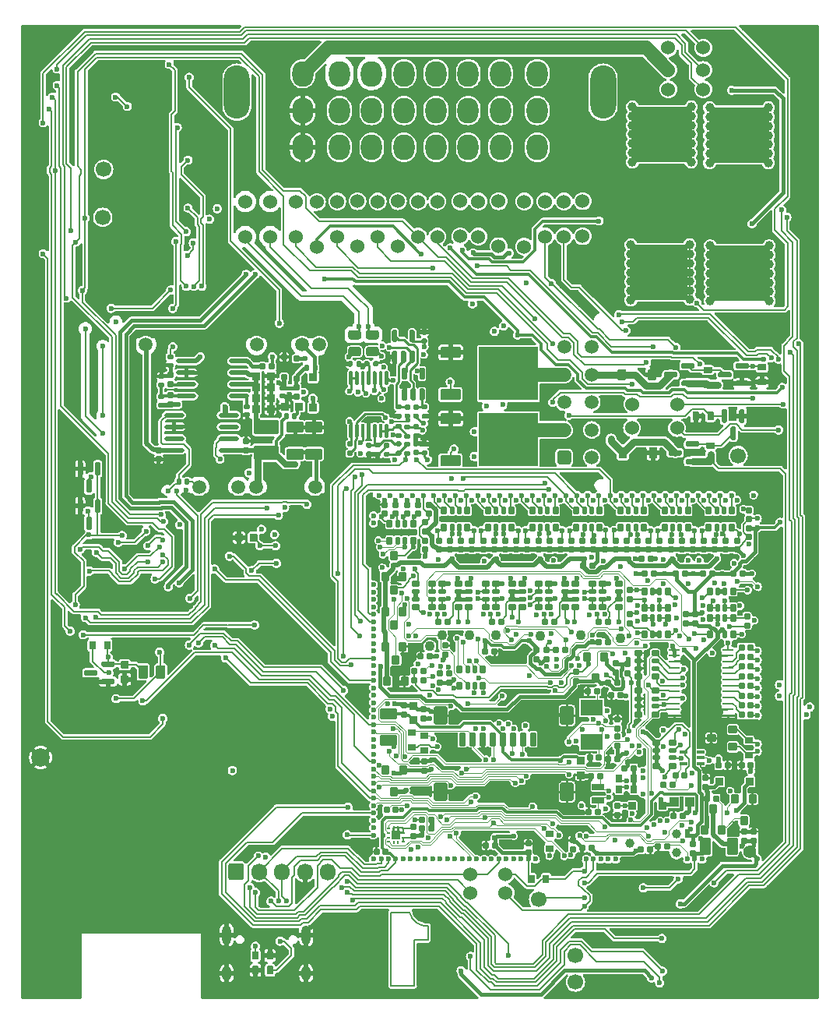
<source format=gbl>
G75*
G70*
%OFA0B0*%
%FSLAX25Y25*%
%IPPOS*%
%LPD*%
%AMOC8*
5,1,8,0,0,1.08239X$1,22.5*
%
%AMM133*
21,1,0.035430,0.030320,-0.000000,-0.000000,270.000000*
21,1,0.028350,0.037400,-0.000000,-0.000000,270.000000*
1,1,0.007090,-0.015160,-0.014170*
1,1,0.007090,-0.015160,0.014170*
1,1,0.007090,0.015160,0.014170*
1,1,0.007090,0.015160,-0.014170*
%
%AMM135*
21,1,0.035830,0.026770,-0.000000,-0.000000,180.000000*
21,1,0.029130,0.033470,-0.000000,-0.000000,180.000000*
1,1,0.006690,-0.014570,0.013390*
1,1,0.006690,0.014570,0.013390*
1,1,0.006690,0.014570,-0.013390*
1,1,0.006690,-0.014570,-0.013390*
%
%AMM137*
21,1,0.070870,0.036220,-0.000000,-0.000000,270.000000*
21,1,0.061810,0.045280,-0.000000,-0.000000,270.000000*
1,1,0.009060,-0.018110,-0.030910*
1,1,0.009060,-0.018110,0.030910*
1,1,0.009060,0.018110,0.030910*
1,1,0.009060,0.018110,-0.030910*
%
%AMM157*
21,1,0.033470,0.026770,-0.000000,-0.000000,90.000000*
21,1,0.026770,0.033470,-0.000000,-0.000000,90.000000*
1,1,0.006690,0.013390,0.013390*
1,1,0.006690,0.013390,-0.013390*
1,1,0.006690,-0.013390,-0.013390*
1,1,0.006690,-0.013390,0.013390*
%
%AMM171*
21,1,0.035830,0.026770,0.000000,-0.000000,270.000000*
21,1,0.029130,0.033470,0.000000,-0.000000,270.000000*
1,1,0.006690,-0.013390,-0.014570*
1,1,0.006690,-0.013390,0.014570*
1,1,0.006690,0.013390,0.014570*
1,1,0.006690,0.013390,-0.014570*
%
%AMM173*
21,1,0.070870,0.036220,0.000000,-0.000000,0.000000*
21,1,0.061810,0.045280,0.000000,-0.000000,0.000000*
1,1,0.009060,0.030910,-0.018110*
1,1,0.009060,-0.030910,-0.018110*
1,1,0.009060,-0.030910,0.018110*
1,1,0.009060,0.030910,0.018110*
%
%AMM176*
21,1,0.023620,0.018900,0.000000,-0.000000,0.000000*
21,1,0.018900,0.023620,0.000000,-0.000000,0.000000*
1,1,0.004720,0.009450,-0.009450*
1,1,0.004720,-0.009450,-0.009450*
1,1,0.004720,-0.009450,0.009450*
1,1,0.004720,0.009450,0.009450*
%
%AMM177*
21,1,0.019680,0.019680,0.000000,-0.000000,270.000000*
21,1,0.015750,0.023620,0.000000,-0.000000,270.000000*
1,1,0.003940,-0.009840,-0.007870*
1,1,0.003940,-0.009840,0.007870*
1,1,0.003940,0.009840,0.007870*
1,1,0.003940,0.009840,-0.007870*
%
%AMM178*
21,1,0.019680,0.019680,0.000000,-0.000000,180.000000*
21,1,0.015750,0.023620,0.000000,-0.000000,180.000000*
1,1,0.003940,-0.007870,0.009840*
1,1,0.003940,0.007870,0.009840*
1,1,0.003940,0.007870,-0.009840*
1,1,0.003940,-0.007870,-0.009840*
%
%AMM192*
21,1,0.106300,0.050390,0.000000,-0.000000,0.000000*
21,1,0.093700,0.062990,0.000000,-0.000000,0.000000*
1,1,0.012600,0.046850,-0.025200*
1,1,0.012600,-0.046850,-0.025200*
1,1,0.012600,-0.046850,0.025200*
1,1,0.012600,0.046850,0.025200*
%
%AMM193*
21,1,0.033470,0.026770,0.000000,-0.000000,180.000000*
21,1,0.026770,0.033470,0.000000,-0.000000,180.000000*
1,1,0.006690,-0.013390,0.013390*
1,1,0.006690,0.013390,0.013390*
1,1,0.006690,0.013390,-0.013390*
1,1,0.006690,-0.013390,-0.013390*
%
%AMM194*
21,1,0.023620,0.018900,0.000000,-0.000000,90.000000*
21,1,0.018900,0.023620,0.000000,-0.000000,90.000000*
1,1,0.004720,0.009450,0.009450*
1,1,0.004720,0.009450,-0.009450*
1,1,0.004720,-0.009450,-0.009450*
1,1,0.004720,-0.009450,0.009450*
%
%AMM195*
21,1,0.122050,0.075590,0.000000,-0.000000,90.000000*
21,1,0.103150,0.094490,0.000000,-0.000000,90.000000*
1,1,0.018900,0.037800,0.051580*
1,1,0.018900,0.037800,-0.051580*
1,1,0.018900,-0.037800,-0.051580*
1,1,0.018900,-0.037800,0.051580*
%
%AMM196*
21,1,0.118110,0.083460,0.000000,-0.000000,270.000000*
21,1,0.097240,0.104330,0.000000,-0.000000,270.000000*
1,1,0.020870,-0.041730,-0.048620*
1,1,0.020870,-0.041730,0.048620*
1,1,0.020870,0.041730,0.048620*
1,1,0.020870,0.041730,-0.048620*
%
%AMM259*
21,1,0.027560,0.018900,-0.000000,-0.000000,0.000000*
21,1,0.022840,0.023620,-0.000000,-0.000000,0.000000*
1,1,0.004720,0.011420,-0.009450*
1,1,0.004720,-0.011420,-0.009450*
1,1,0.004720,-0.011420,0.009450*
1,1,0.004720,0.011420,0.009450*
%
%AMM262*
21,1,0.025590,0.026380,-0.000000,-0.000000,270.000000*
21,1,0.020470,0.031500,-0.000000,-0.000000,270.000000*
1,1,0.005120,-0.013190,-0.010240*
1,1,0.005120,-0.013190,0.010240*
1,1,0.005120,0.013190,0.010240*
1,1,0.005120,0.013190,-0.010240*
%
%AMM263*
21,1,0.017720,0.027950,-0.000000,-0.000000,270.000000*
21,1,0.014170,0.031500,-0.000000,-0.000000,270.000000*
1,1,0.003540,-0.013980,-0.007090*
1,1,0.003540,-0.013980,0.007090*
1,1,0.003540,0.013980,0.007090*
1,1,0.003540,0.013980,-0.007090*
%
%AMM265*
21,1,0.012600,0.028980,-0.000000,-0.000000,270.000000*
21,1,0.010080,0.031500,-0.000000,-0.000000,270.000000*
1,1,0.002520,-0.014490,-0.005040*
1,1,0.002520,-0.014490,0.005040*
1,1,0.002520,0.014490,0.005040*
1,1,0.002520,0.014490,-0.005040*
%
%AMM268*
21,1,0.027560,0.018900,-0.000000,-0.000000,270.000000*
21,1,0.022840,0.023620,-0.000000,-0.000000,270.000000*
1,1,0.004720,-0.009450,-0.011420*
1,1,0.004720,-0.009450,0.011420*
1,1,0.004720,0.009450,0.011420*
1,1,0.004720,0.009450,-0.011420*
%
%AMM285*
21,1,0.035430,0.030320,-0.000000,-0.000000,0.000000*
21,1,0.028350,0.037400,-0.000000,-0.000000,0.000000*
1,1,0.007090,0.014170,-0.015160*
1,1,0.007090,-0.014170,-0.015160*
1,1,0.007090,-0.014170,0.015160*
1,1,0.007090,0.014170,0.015160*
%
%AMM286*
21,1,0.070870,0.036220,-0.000000,-0.000000,180.000000*
21,1,0.061810,0.045280,-0.000000,-0.000000,180.000000*
1,1,0.009060,-0.030910,0.018110*
1,1,0.009060,0.030910,0.018110*
1,1,0.009060,0.030910,-0.018110*
1,1,0.009060,-0.030910,-0.018110*
%
%AMM287*
21,1,0.059060,0.020470,-0.000000,-0.000000,270.000000*
21,1,0.053940,0.025590,-0.000000,-0.000000,270.000000*
1,1,0.005120,-0.010240,-0.026970*
1,1,0.005120,-0.010240,0.026970*
1,1,0.005120,0.010240,0.026970*
1,1,0.005120,0.010240,-0.026970*
%
%AMM288*
21,1,0.078740,0.045670,-0.000000,-0.000000,270.000000*
21,1,0.067320,0.057090,-0.000000,-0.000000,270.000000*
1,1,0.011420,-0.022840,-0.033660*
1,1,0.011420,-0.022840,0.033660*
1,1,0.011420,0.022840,0.033660*
1,1,0.011420,0.022840,-0.033660*
%
%AMM289*
21,1,0.025590,0.026380,-0.000000,-0.000000,180.000000*
21,1,0.020470,0.031500,-0.000000,-0.000000,180.000000*
1,1,0.005120,-0.010240,0.013190*
1,1,0.005120,0.010240,0.013190*
1,1,0.005120,0.010240,-0.013190*
1,1,0.005120,-0.010240,-0.013190*
%
%AMM290*
21,1,0.017720,0.027950,-0.000000,-0.000000,180.000000*
21,1,0.014170,0.031500,-0.000000,-0.000000,180.000000*
1,1,0.003540,-0.007090,0.013980*
1,1,0.003540,0.007090,0.013980*
1,1,0.003540,0.007090,-0.013980*
1,1,0.003540,-0.007090,-0.013980*
%
%AMM291*
21,1,0.027560,0.030710,-0.000000,-0.000000,270.000000*
21,1,0.022050,0.036220,-0.000000,-0.000000,270.000000*
1,1,0.005510,-0.015350,-0.011020*
1,1,0.005510,-0.015350,0.011020*
1,1,0.005510,0.015350,0.011020*
1,1,0.005510,0.015350,-0.011020*
%
%AMM292*
21,1,0.027560,0.049610,-0.000000,-0.000000,90.000000*
21,1,0.022050,0.055120,-0.000000,-0.000000,90.000000*
1,1,0.005510,0.024800,0.011020*
1,1,0.005510,0.024800,-0.011020*
1,1,0.005510,-0.024800,-0.011020*
1,1,0.005510,-0.024800,0.011020*
%
%AMM293*
21,1,0.027560,0.030710,-0.000000,-0.000000,180.000000*
21,1,0.022050,0.036220,-0.000000,-0.000000,180.000000*
1,1,0.005510,-0.011020,0.015350*
1,1,0.005510,0.011020,0.015350*
1,1,0.005510,0.011020,-0.015350*
1,1,0.005510,-0.011020,-0.015350*
%
%ADD10C,0.06000*%
%ADD11O,0.06693X0.07283*%
%ADD110C,0.02756*%
%ADD13O,0.03937X0.08268*%
%ADD14O,0.03937X0.06299*%
%ADD15C,0.06693*%
%ADD16C,0.05906*%
%ADD162C,0.00492*%
%ADD163C,0.03900*%
%ADD164C,0.04331*%
%ADD165C,0.05512*%
%ADD195R,0.03937X0.04331*%
%ADD199R,0.01968X0.01968*%
%ADD200R,0.09449X0.06693*%
%ADD206O,0.04961X0.00984*%
%ADD207R,0.00984X0.01378*%
%ADD208R,0.01378X0.00984*%
%ADD209R,0.01968X0.01176*%
%ADD23C,0.02362*%
%ADD24O,0.12992X0.00787*%
%ADD25O,0.40157X0.00787*%
%ADD26O,0.01181X0.00787*%
%ADD267O,0.40158X0.00787*%
%ADD27O,0.00787X0.66929*%
%ADD28O,0.00787X0.60630*%
%ADD284O,0.08661X0.01968*%
%ADD29O,0.18898X0.00787*%
%ADD296M133*%
%ADD298M135*%
%ADD30O,0.10236X0.00787*%
%ADD300M137*%
%ADD31O,0.03937X0.00787*%
%ADD32O,0.05906X0.00787*%
%ADD320M157*%
%ADD33R,0.24350X0.00984*%
%ADD334M171*%
%ADD336M173*%
%ADD339M176*%
%ADD34R,0.04390X0.00984*%
%ADD340M177*%
%ADD341M178*%
%ADD35R,0.00984X0.56201*%
%ADD355M192*%
%ADD356M193*%
%ADD357M194*%
%ADD358M195*%
%ADD359M196*%
%ADD36R,0.00984X0.59449*%
%ADD37R,0.20374X0.00984*%
%ADD40C,0.07874*%
%ADD442M259*%
%ADD445M262*%
%ADD446M263*%
%ADD448M265*%
%ADD451M268*%
%ADD46R,0.00787X0.09055*%
%ADD468M285*%
%ADD469M286*%
%ADD47R,0.00787X0.42126*%
%ADD470M287*%
%ADD471M288*%
%ADD472M289*%
%ADD473M290*%
%ADD474M291*%
%ADD475M292*%
%ADD476M293*%
%ADD48R,0.00787X0.08268*%
%ADD49R,0.00787X0.23622*%
%ADD50R,0.00787X0.21260*%
%ADD51R,0.05512X0.00787*%
%ADD52R,0.19685X0.00787*%
%ADD53R,0.26772X0.00787*%
%ADD54R,0.17717X0.00787*%
%ADD55R,0.00787X0.06299*%
%ADD56R,0.00787X0.22441*%
%ADD57R,0.00787X0.07874*%
%ADD58O,0.11024X0.22835*%
%ADD59O,0.09055X0.11024*%
%ADD61C,0.03937*%
%ADD62C,0.17717*%
%ADD63C,0.01575*%
%ADD64C,0.00787*%
%ADD65C,0.01181*%
%ADD66C,0.00800*%
%ADD75C,0.00984*%
%ADD82R,0.25197X0.22835*%
%ADD83C,0.03150*%
%ADD87C,0.01968*%
X0000000Y0000000D02*
%LPD*%
G01*
D64*
X0174646Y0025551D02*
X0174646Y0031457D01*
X0174646Y0025551D02*
X0168740Y0025551D01*
X0168740Y0005866D02*
X0158898Y0005866D01*
X0168740Y0025551D02*
X0168740Y0005866D01*
X0158898Y0005866D02*
X0158898Y0037362D01*
X0158898Y0037362D02*
X0166772Y0037362D01*
X0166772Y0037362D02*
G75*
G03*
X0174646Y0031457I0007565J0001885D01*
G01*
D10*
X0196206Y0326364D03*
X0196206Y0341364D03*
X0188514Y0326449D03*
X0188514Y0341449D03*
X0262008Y0244488D03*
X0281299Y0244488D03*
X0144488Y0341535D03*
X0144488Y0322244D03*
G36*
G01*
X0089173Y0052067D02*
X0089173Y0057382D01*
G75*
G02*
X0090157Y0058366I0000984J0000000D01*
G01*
X0094882Y0058366D01*
G75*
G02*
X0095866Y0057382I0000000J-000984D01*
G01*
X0095866Y0052067D01*
G75*
G02*
X0094882Y0051083I-000984J0000000D01*
G01*
X0090157Y0051083D01*
G75*
G02*
X0089173Y0052067I0000000J0000984D01*
G01*
G37*
D11*
X0102362Y0054724D03*
X0112205Y0054724D03*
X0122047Y0054724D03*
X0131890Y0054724D03*
D13*
X0088504Y0027638D03*
D14*
X0088504Y0011181D03*
D13*
X0122520Y0027638D03*
D14*
X0122520Y0011181D03*
D15*
X0307480Y0232677D03*
D10*
X0096457Y0326358D03*
X0096457Y0341358D03*
X0292539Y0407087D03*
X0277539Y0407087D03*
G36*
G01*
X0234980Y0228937D02*
X0231043Y0228937D01*
G75*
G02*
X0230059Y0229921I0000000J0000984D01*
G01*
X0230059Y0233858D01*
G75*
G02*
X0231043Y0234843I0000984J0000000D01*
G01*
X0234980Y0234843D01*
G75*
G02*
X0235965Y0233858I0000000J-000984D01*
G01*
X0235965Y0229921D01*
G75*
G02*
X0234980Y0228937I-000984J0000000D01*
G01*
G37*
D16*
X0233012Y0243701D03*
X0233012Y0255512D03*
X0233012Y0267323D03*
X0233012Y0279134D03*
X0244823Y0231890D03*
X0244823Y0243701D03*
X0244823Y0255512D03*
X0244823Y0267323D03*
X0244823Y0279134D03*
D10*
X0153150Y0326358D03*
X0153150Y0341358D03*
D23*
X0273927Y0007192D03*
X0270482Y0009259D03*
X0275108Y0012211D03*
X0274813Y0026188D03*
D10*
X0262205Y0254724D03*
X0281496Y0254724D03*
X0178740Y0326358D03*
X0178740Y0341358D03*
D15*
X0237795Y0007480D03*
D16*
X0126280Y0219193D03*
X0101083Y0219193D03*
X0093602Y0219193D03*
X0076673Y0219193D03*
D23*
X0067224Y0217421D03*
X0063287Y0217421D03*
D24*
X0111122Y0282776D03*
D25*
X0077657Y0282776D03*
D26*
X0049705Y0282776D03*
D27*
X0049508Y0249705D03*
D28*
X0130610Y0246555D03*
D16*
X0052067Y0219193D03*
D26*
X0130413Y0216634D03*
D29*
X0113878Y0216634D03*
D30*
X0084941Y0216634D03*
D31*
X0071161Y0216634D03*
D32*
X0058169Y0216634D03*
D16*
X0128051Y0280217D03*
X0120768Y0280217D03*
X0101280Y0280217D03*
X0053839Y0280217D03*
D15*
X0222047Y0042913D03*
D23*
X0165059Y0231004D03*
X0160335Y0231004D03*
X0169783Y0231004D03*
X0174508Y0231004D03*
D33*
X0164006Y0288681D03*
D34*
X0140187Y0288681D03*
D35*
X0175689Y0261073D03*
D36*
X0138484Y0259449D03*
D37*
X0148179Y0230217D03*
D23*
X0149075Y0287795D03*
X0145138Y0287795D03*
D10*
X0170472Y0326358D03*
X0170472Y0341358D03*
X0118110Y0326358D03*
X0118110Y0341358D03*
X0215929Y0341339D03*
X0215929Y0322047D03*
X0277539Y0389370D03*
X0292539Y0389370D03*
X0161811Y0341535D03*
X0161811Y0322244D03*
D23*
X0266903Y0047766D03*
X0241608Y0054970D03*
X0241608Y0049951D03*
X0241608Y0043455D03*
X0241608Y0039911D03*
D10*
X0207894Y0045669D03*
X0192894Y0045669D03*
X0207894Y0053543D03*
X0192894Y0053543D03*
X0224929Y0326358D03*
X0224929Y0341358D03*
X0232929Y0326358D03*
X0232929Y0341358D03*
D23*
X0151476Y0070374D03*
X0151476Y0073524D03*
X0151476Y0076673D03*
X0151476Y0079823D03*
X0151476Y0082972D03*
X0151476Y0086122D03*
X0151476Y0089272D03*
X0151476Y0092421D03*
X0151476Y0095571D03*
X0151476Y0098720D03*
X0151476Y0101870D03*
X0151476Y0105020D03*
X0151476Y0108169D03*
X0151476Y0111319D03*
X0151476Y0114469D03*
X0151476Y0117618D03*
X0151476Y0120768D03*
X0151476Y0123917D03*
X0151476Y0127067D03*
X0151476Y0130217D03*
X0151476Y0133366D03*
X0151476Y0136516D03*
X0151476Y0139665D03*
X0151476Y0142815D03*
X0151476Y0145965D03*
X0151476Y0149114D03*
X0151476Y0152264D03*
X0151476Y0155413D03*
X0151476Y0158563D03*
X0151476Y0161713D03*
X0151476Y0164862D03*
X0151476Y0168012D03*
X0151476Y0171161D03*
X0151476Y0174311D03*
X0151476Y0177461D03*
X0151476Y0203839D03*
X0151476Y0206988D03*
D46*
X0316437Y0212303D03*
D47*
X0316437Y0083169D03*
D48*
X0316437Y0115453D03*
D49*
X0316437Y0162894D03*
D50*
X0316437Y0189272D03*
D51*
X0309350Y0216437D03*
D52*
X0303839Y0059350D03*
D53*
X0270374Y0059350D03*
D54*
X0231594Y0059350D03*
D55*
X0150689Y0065256D03*
D56*
X0150689Y0190650D03*
D57*
X0150689Y0212894D03*
D23*
X0151476Y0060138D03*
X0154626Y0060138D03*
X0157776Y0060138D03*
X0160925Y0060138D03*
X0164075Y0060138D03*
X0167224Y0060138D03*
X0170374Y0060138D03*
X0173524Y0060138D03*
X0176673Y0060138D03*
X0179823Y0060138D03*
X0182972Y0060138D03*
X0186122Y0060138D03*
X0189272Y0060138D03*
X0192421Y0060138D03*
X0195571Y0060138D03*
X0198720Y0060138D03*
X0201870Y0060138D03*
X0205020Y0060138D03*
X0208169Y0060138D03*
X0211319Y0060138D03*
X0214468Y0060138D03*
X0217618Y0060138D03*
X0220768Y0060138D03*
X0242421Y0060138D03*
X0245571Y0060138D03*
X0248720Y0060138D03*
X0251870Y0060138D03*
X0255020Y0060138D03*
X0285728Y0060138D03*
X0288878Y0060138D03*
X0292028Y0060138D03*
X0315650Y0060138D03*
X0153839Y0215650D03*
X0158563Y0215650D03*
X0163287Y0215650D03*
X0168012Y0215650D03*
X0172736Y0215650D03*
X0177067Y0215650D03*
X0181791Y0215650D03*
X0186516Y0215650D03*
X0191240Y0215650D03*
X0195965Y0215650D03*
X0200689Y0215650D03*
X0205413Y0215650D03*
X0210138Y0215650D03*
X0214862Y0215650D03*
X0219587Y0215650D03*
X0224311Y0215650D03*
X0229035Y0215650D03*
X0233760Y0215650D03*
X0238484Y0215650D03*
X0243209Y0215650D03*
X0247933Y0215650D03*
X0252657Y0215650D03*
X0257382Y0215650D03*
X0262106Y0215650D03*
X0266831Y0215650D03*
X0271555Y0215650D03*
X0276280Y0215650D03*
X0281004Y0215650D03*
X0285728Y0215650D03*
X0290453Y0215650D03*
X0295177Y0215650D03*
X0299902Y0215650D03*
X0304626Y0215650D03*
X0314075Y0215650D03*
X0315650Y0205807D03*
X0315650Y0201870D03*
X0315650Y0176673D03*
X0315650Y0149114D03*
X0315650Y0145177D03*
X0315650Y0141240D03*
X0315650Y0137303D03*
X0315650Y0133366D03*
X0315650Y0129429D03*
X0315650Y0125492D03*
X0315650Y0121555D03*
X0315650Y0109350D03*
X0315650Y0106201D03*
D10*
X0292539Y0397638D03*
X0277539Y0397638D03*
X0240929Y0326547D03*
X0240929Y0341547D03*
D58*
X0092913Y0388185D03*
X0249606Y0388185D03*
D59*
X0121063Y0364563D03*
X0136811Y0364563D03*
X0150591Y0364563D03*
X0164370Y0364563D03*
X0178150Y0364563D03*
X0191929Y0364563D03*
X0205709Y0364563D03*
X0221457Y0364563D03*
X0121063Y0380311D03*
X0136811Y0380311D03*
X0150591Y0380311D03*
X0164370Y0380311D03*
X0178150Y0380311D03*
X0191929Y0380311D03*
X0205709Y0380311D03*
X0221457Y0380311D03*
X0121063Y0396059D03*
X0136811Y0396059D03*
X0150591Y0396059D03*
X0164370Y0396059D03*
X0178150Y0396059D03*
X0191929Y0396059D03*
X0205709Y0396059D03*
X0221457Y0396059D03*
D10*
X0107087Y0326358D03*
X0107087Y0341358D03*
X0135827Y0326358D03*
X0135827Y0341358D03*
D15*
X0237795Y0018898D03*
D10*
X0127165Y0341142D03*
X0127165Y0321850D03*
X0204929Y0341535D03*
X0204929Y0322244D03*
G36*
G01*
X0217520Y0050039D02*
X0217520Y0053110D01*
G75*
G02*
X0217795Y0053386I0000276J0000000D01*
G01*
X0220000Y0053386D01*
G75*
G02*
X0220276Y0053110I0000000J-000276D01*
G01*
X0220276Y0050039D01*
G75*
G02*
X0220000Y0049764I-000276J0000000D01*
G01*
X0217795Y0049764D01*
G75*
G02*
X0217520Y0050039I0000000J0000276D01*
G01*
G37*
G36*
G01*
X0223819Y0050039D02*
X0223819Y0053110D01*
G75*
G02*
X0224094Y0053386I0000276J0000000D01*
G01*
X0226299Y0053386D01*
G75*
G02*
X0226575Y0053110I0000000J-000276D01*
G01*
X0226575Y0050039D01*
G75*
G02*
X0226299Y0049764I-000276J0000000D01*
G01*
X0224094Y0049764D01*
G75*
G02*
X0223819Y0050039I0000000J0000276D01*
G01*
G37*
G36*
G01*
X0099409Y0011063D02*
X0099409Y0014134D01*
G75*
G02*
X0099685Y0014409I0000276J0000000D01*
G01*
X0101890Y0014409D01*
G75*
G02*
X0102165Y0014134I0000000J-000276D01*
G01*
X0102165Y0011063D01*
G75*
G02*
X0101890Y0010787I-000276J0000000D01*
G01*
X0099685Y0010787D01*
G75*
G02*
X0099409Y0011063I0000000J0000276D01*
G01*
G37*
G36*
G01*
X0105709Y0011063D02*
X0105709Y0014134D01*
G75*
G02*
X0105984Y0014409I0000276J0000000D01*
G01*
X0108189Y0014409D01*
G75*
G02*
X0108465Y0014134I0000000J-000276D01*
G01*
X0108465Y0011063D01*
G75*
G02*
X0108189Y0010787I-000276J0000000D01*
G01*
X0105984Y0010787D01*
G75*
G02*
X0105709Y0011063I0000000J0000276D01*
G01*
G37*
G36*
G01*
X0050787Y0137697D02*
X0050787Y0142618D01*
G75*
G02*
X0051181Y0143012I0000394J0000000D01*
G01*
X0054331Y0143012D01*
G75*
G02*
X0054724Y0142618I0000000J-000394D01*
G01*
X0054724Y0137697D01*
G75*
G02*
X0054331Y0137303I-000394J0000000D01*
G01*
X0051181Y0137303D01*
G75*
G02*
X0050787Y0137697I0000000J0000394D01*
G01*
G37*
G36*
G01*
X0058268Y0137697D02*
X0058268Y0142618D01*
G75*
G02*
X0058662Y0143012I0000394J0000000D01*
G01*
X0061811Y0143012D01*
G75*
G02*
X0062205Y0142618I0000000J-000394D01*
G01*
X0062205Y0137697D01*
G75*
G02*
X0061811Y0137303I-000394J0000000D01*
G01*
X0058662Y0137303D01*
G75*
G02*
X0058268Y0137697I0000000J0000394D01*
G01*
G37*
D15*
X0035433Y0334646D03*
G36*
G01*
X0256299Y0231850D02*
X0256299Y0235866D01*
G75*
G02*
X0256654Y0236220I0000354J0000000D01*
G01*
X0259488Y0236220D01*
G75*
G02*
X0259843Y0235866I0000000J-000354D01*
G01*
X0259843Y0231850D01*
G75*
G02*
X0259488Y0231496I-000354J0000000D01*
G01*
X0256654Y0231496D01*
G75*
G02*
X0256299Y0231850I0000000J0000354D01*
G01*
G37*
G36*
G01*
X0269291Y0231850D02*
X0269291Y0235866D01*
G75*
G02*
X0269646Y0236220I0000354J0000000D01*
G01*
X0272480Y0236220D01*
G75*
G02*
X0272835Y0235866I0000000J-000354D01*
G01*
X0272835Y0231850D01*
G75*
G02*
X0272480Y0231496I-000354J0000000D01*
G01*
X0269646Y0231496D01*
G75*
G02*
X0269291Y0231850I0000000J0000354D01*
G01*
G37*
G36*
G01*
X0025197Y0214075D02*
X0026378Y0214075D01*
G75*
G02*
X0026969Y0213484I0000000J-000591D01*
G01*
X0026969Y0208858D01*
G75*
G02*
X0026378Y0208268I-000591J0000000D01*
G01*
X0025197Y0208268D01*
G75*
G02*
X0024606Y0208858I0000000J0000591D01*
G01*
X0024606Y0213484D01*
G75*
G02*
X0025197Y0214075I0000591J0000000D01*
G01*
G37*
G36*
G01*
X0032677Y0214075D02*
X0033858Y0214075D01*
G75*
G02*
X0034449Y0213484I0000000J-000591D01*
G01*
X0034449Y0208858D01*
G75*
G02*
X0033858Y0208268I-000591J0000000D01*
G01*
X0032677Y0208268D01*
G75*
G02*
X0032087Y0208858I0000000J0000591D01*
G01*
X0032087Y0213484D01*
G75*
G02*
X0032677Y0214075I0000591J0000000D01*
G01*
G37*
G36*
G01*
X0028937Y0206693D02*
X0030118Y0206693D01*
G75*
G02*
X0030709Y0206102I0000000J-000591D01*
G01*
X0030709Y0201476D01*
G75*
G02*
X0030118Y0200886I-000591J0000000D01*
G01*
X0028937Y0200886D01*
G75*
G02*
X0028346Y0201476I0000000J0000591D01*
G01*
X0028346Y0206102D01*
G75*
G02*
X0028937Y0206693I0000591J0000000D01*
G01*
G37*
G36*
G01*
X0292953Y0270669D02*
X0296024Y0270669D01*
G75*
G02*
X0296299Y0270394I0000000J-000276D01*
G01*
X0296299Y0268189D01*
G75*
G02*
X0296024Y0267913I-000276J0000000D01*
G01*
X0292953Y0267913D01*
G75*
G02*
X0292677Y0268189I0000000J0000276D01*
G01*
X0292677Y0270394D01*
G75*
G02*
X0292953Y0270669I0000276J0000000D01*
G01*
G37*
G36*
G01*
X0292953Y0264370D02*
X0296024Y0264370D01*
G75*
G02*
X0296299Y0264094I0000000J-000276D01*
G01*
X0296299Y0261890D01*
G75*
G02*
X0296024Y0261614I-000276J0000000D01*
G01*
X0292953Y0261614D01*
G75*
G02*
X0292677Y0261890I0000000J0000276D01*
G01*
X0292677Y0264094D01*
G75*
G02*
X0292953Y0264370I0000276J0000000D01*
G01*
G37*
G36*
G01*
X0180020Y0228602D02*
X0180020Y0232382D01*
G75*
G02*
X0180492Y0232854I0000472J0000000D01*
G01*
X0188209Y0232854D01*
G75*
G02*
X0188681Y0232382I0000000J-000472D01*
G01*
X0188681Y0228602D01*
G75*
G02*
X0188209Y0228130I-000472J0000000D01*
G01*
X0180492Y0228130D01*
G75*
G02*
X0180020Y0228602I0000000J0000472D01*
G01*
G37*
D82*
X0209154Y0239469D03*
G36*
G01*
X0180020Y0246555D02*
X0180020Y0250335D01*
G75*
G02*
X0180492Y0250807I0000472J0000000D01*
G01*
X0188209Y0250807D01*
G75*
G02*
X0188681Y0250335I0000000J-000472D01*
G01*
X0188681Y0246555D01*
G75*
G02*
X0188209Y0246083I-000472J0000000D01*
G01*
X0180492Y0246083D01*
G75*
G02*
X0180020Y0246555I0000000J0000472D01*
G01*
G37*
G36*
G01*
X0029724Y0150039D02*
X0029724Y0153110D01*
G75*
G02*
X0030000Y0153386I0000276J0000000D01*
G01*
X0032205Y0153386D01*
G75*
G02*
X0032480Y0153110I0000000J-000276D01*
G01*
X0032480Y0150039D01*
G75*
G02*
X0032205Y0149764I-000276J0000000D01*
G01*
X0030000Y0149764D01*
G75*
G02*
X0029724Y0150039I0000000J0000276D01*
G01*
G37*
G36*
G01*
X0036024Y0150039D02*
X0036024Y0153110D01*
G75*
G02*
X0036299Y0153386I0000276J0000000D01*
G01*
X0038504Y0153386D01*
G75*
G02*
X0038780Y0153110I0000000J-000276D01*
G01*
X0038780Y0150039D01*
G75*
G02*
X0038504Y0149764I-000276J0000000D01*
G01*
X0036299Y0149764D01*
G75*
G02*
X0036024Y0150039I0000000J0000276D01*
G01*
G37*
G36*
G01*
X0290846Y0238189D02*
X0290846Y0237008D01*
G75*
G02*
X0290256Y0236417I-000591J0000000D01*
G01*
X0285630Y0236417D01*
G75*
G02*
X0285039Y0237008I0000000J0000591D01*
G01*
X0285039Y0238189D01*
G75*
G02*
X0285630Y0238780I0000591J0000000D01*
G01*
X0290256Y0238780D01*
G75*
G02*
X0290846Y0238189I0000000J-000591D01*
G01*
G37*
G36*
G01*
X0290846Y0230709D02*
X0290846Y0229528D01*
G75*
G02*
X0290256Y0228937I-000591J0000000D01*
G01*
X0285630Y0228937D01*
G75*
G02*
X0285039Y0229528I0000000J0000591D01*
G01*
X0285039Y0230709D01*
G75*
G02*
X0285630Y0231299I0000591J0000000D01*
G01*
X0290256Y0231299D01*
G75*
G02*
X0290846Y0230709I0000000J-000591D01*
G01*
G37*
G36*
G01*
X0283465Y0234449D02*
X0283465Y0233268D01*
G75*
G02*
X0282874Y0232677I-000591J0000000D01*
G01*
X0278248Y0232677D01*
G75*
G02*
X0277657Y0233268I0000000J0000591D01*
G01*
X0277657Y0234449D01*
G75*
G02*
X0278248Y0235039I0000591J0000000D01*
G01*
X0282874Y0235039D01*
G75*
G02*
X0283465Y0234449I0000000J-000591D01*
G01*
G37*
G36*
G01*
X0288878Y0271654D02*
X0288878Y0270472D01*
G75*
G02*
X0288287Y0269882I-000591J0000000D01*
G01*
X0283661Y0269882D01*
G75*
G02*
X0283071Y0270472I0000000J0000591D01*
G01*
X0283071Y0271654D01*
G75*
G02*
X0283661Y0272244I0000591J0000000D01*
G01*
X0288287Y0272244D01*
G75*
G02*
X0288878Y0271654I0000000J-000591D01*
G01*
G37*
G36*
G01*
X0288878Y0264173D02*
X0288878Y0262992D01*
G75*
G02*
X0288287Y0262402I-000591J0000000D01*
G01*
X0283661Y0262402D01*
G75*
G02*
X0283071Y0262992I0000000J0000591D01*
G01*
X0283071Y0264173D01*
G75*
G02*
X0283661Y0264764I0000591J0000000D01*
G01*
X0288287Y0264764D01*
G75*
G02*
X0288878Y0264173I0000000J-000591D01*
G01*
G37*
G36*
G01*
X0281496Y0267913D02*
X0281496Y0266732D01*
G75*
G02*
X0280906Y0266142I-000591J0000000D01*
G01*
X0276280Y0266142D01*
G75*
G02*
X0275689Y0266732I0000000J0000591D01*
G01*
X0275689Y0267913D01*
G75*
G02*
X0276280Y0268504I0000591J0000000D01*
G01*
X0280906Y0268504D01*
G75*
G02*
X0281496Y0267913I0000000J-000591D01*
G01*
G37*
G36*
G01*
X0025197Y0229970D02*
X0026378Y0229970D01*
G75*
G02*
X0026969Y0229380I0000000J-000591D01*
G01*
X0026969Y0224754D01*
G75*
G02*
X0026378Y0224163I-000591J0000000D01*
G01*
X0025197Y0224163D01*
G75*
G02*
X0024606Y0224754I0000000J0000591D01*
G01*
X0024606Y0229380D01*
G75*
G02*
X0025197Y0229970I0000591J0000000D01*
G01*
G37*
G36*
G01*
X0032677Y0229970D02*
X0033858Y0229970D01*
G75*
G02*
X0034449Y0229380I0000000J-000591D01*
G01*
X0034449Y0224754D01*
G75*
G02*
X0033858Y0224163I-000591J0000000D01*
G01*
X0032677Y0224163D01*
G75*
G02*
X0032087Y0224754I0000000J0000591D01*
G01*
X0032087Y0229380D01*
G75*
G02*
X0032677Y0229970I0000591J0000000D01*
G01*
G37*
G36*
G01*
X0028937Y0222589D02*
X0030118Y0222589D01*
G75*
G02*
X0030709Y0221998I0000000J-000591D01*
G01*
X0030709Y0217372D01*
G75*
G02*
X0030118Y0216781I-000591J0000000D01*
G01*
X0028937Y0216781D01*
G75*
G02*
X0028346Y0217372I0000000J0000591D01*
G01*
X0028346Y0221998D01*
G75*
G02*
X0028937Y0222589I0000591J0000000D01*
G01*
G37*
G36*
G01*
X0046220Y0135374D02*
X0043543Y0135374D01*
G75*
G02*
X0043209Y0135709I0000000J0000335D01*
G01*
X0043209Y0138386D01*
G75*
G02*
X0043543Y0138720I0000335J0000000D01*
G01*
X0046220Y0138720D01*
G75*
G02*
X0046555Y0138386I0000000J-000335D01*
G01*
X0046555Y0135709D01*
G75*
G02*
X0046220Y0135374I-000335J0000000D01*
G01*
G37*
G36*
G01*
X0046220Y0141594D02*
X0043543Y0141594D01*
G75*
G02*
X0043209Y0141929I0000000J0000335D01*
G01*
X0043209Y0144606D01*
G75*
G02*
X0043543Y0144941I0000335J0000000D01*
G01*
X0046220Y0144941D01*
G75*
G02*
X0046555Y0144606I0000000J-000335D01*
G01*
X0046555Y0141929D01*
G75*
G02*
X0046220Y0141594I-000335J0000000D01*
G01*
G37*
D15*
X0035827Y0355118D03*
G36*
G01*
X0300984Y0252510D02*
X0302165Y0252510D01*
G75*
G02*
X0302756Y0251919I0000000J-000591D01*
G01*
X0302756Y0247293D01*
G75*
G02*
X0302165Y0246703I-000591J0000000D01*
G01*
X0300984Y0246703D01*
G75*
G02*
X0300394Y0247293I0000000J0000591D01*
G01*
X0300394Y0251919D01*
G75*
G02*
X0300984Y0252510I0000591J0000000D01*
G01*
G37*
G36*
G01*
X0304724Y0245128D02*
X0305906Y0245128D01*
G75*
G02*
X0306496Y0244537I0000000J-000591D01*
G01*
X0306496Y0239911D01*
G75*
G02*
X0305906Y0239321I-000591J0000000D01*
G01*
X0304724Y0239321D01*
G75*
G02*
X0304134Y0239911I0000000J0000591D01*
G01*
X0304134Y0244537D01*
G75*
G02*
X0304724Y0245128I0000591J0000000D01*
G01*
G37*
G36*
G01*
X0308465Y0252510D02*
X0309646Y0252510D01*
G75*
G02*
X0310236Y0251919I0000000J-000591D01*
G01*
X0310236Y0247293D01*
G75*
G02*
X0309646Y0246703I-000591J0000000D01*
G01*
X0308465Y0246703D01*
G75*
G02*
X0307874Y0247293I0000000J0000591D01*
G01*
X0307874Y0251919D01*
G75*
G02*
X0308465Y0252510I0000591J0000000D01*
G01*
G37*
G36*
G01*
X0040600Y0144094D02*
X0040600Y0142913D01*
G75*
G02*
X0040010Y0142323I-000591J0000000D01*
G01*
X0035384Y0142323D01*
G75*
G02*
X0034793Y0142913I0000000J0000591D01*
G01*
X0034793Y0144094D01*
G75*
G02*
X0035384Y0144685I0000591J0000000D01*
G01*
X0040010Y0144685D01*
G75*
G02*
X0040600Y0144094I0000000J-000591D01*
G01*
G37*
G36*
G01*
X0033219Y0140354D02*
X0033219Y0139173D01*
G75*
G02*
X0032628Y0138583I-000591J0000000D01*
G01*
X0028002Y0138583D01*
G75*
G02*
X0027411Y0139173I0000000J0000591D01*
G01*
X0027411Y0140354D01*
G75*
G02*
X0028002Y0140945I0000591J0000000D01*
G01*
X0032628Y0140945D01*
G75*
G02*
X0033219Y0140354I0000000J-000591D01*
G01*
G37*
G36*
G01*
X0040600Y0136614D02*
X0040600Y0135433D01*
G75*
G02*
X0040010Y0134843I-000591J0000000D01*
G01*
X0035384Y0134843D01*
G75*
G02*
X0034793Y0135433I0000000J0000591D01*
G01*
X0034793Y0136614D01*
G75*
G02*
X0035384Y0137205I0000591J0000000D01*
G01*
X0040010Y0137205D01*
G75*
G02*
X0040600Y0136614I0000000J-000591D01*
G01*
G37*
G36*
G01*
X0316181Y0271850D02*
X0319252Y0271850D01*
G75*
G02*
X0319528Y0271575I0000000J-000276D01*
G01*
X0319528Y0269370D01*
G75*
G02*
X0319252Y0269094I-000276J0000000D01*
G01*
X0316181Y0269094D01*
G75*
G02*
X0315906Y0269370I0000000J0000276D01*
G01*
X0315906Y0271575D01*
G75*
G02*
X0316181Y0271850I0000276J0000000D01*
G01*
G37*
G36*
G01*
X0316181Y0265551D02*
X0319252Y0265551D01*
G75*
G02*
X0319528Y0265276I0000000J-000276D01*
G01*
X0319528Y0263071D01*
G75*
G02*
X0319252Y0262795I-000276J0000000D01*
G01*
X0316181Y0262795D01*
G75*
G02*
X0315906Y0263071I0000000J0000276D01*
G01*
X0315906Y0265276D01*
G75*
G02*
X0316181Y0265551I0000276J0000000D01*
G01*
G37*
G36*
G01*
X0255906Y0265315D02*
X0255906Y0269331D01*
G75*
G02*
X0256260Y0269685I0000354J0000000D01*
G01*
X0259094Y0269685D01*
G75*
G02*
X0259449Y0269331I0000000J-000354D01*
G01*
X0259449Y0265315D01*
G75*
G02*
X0259094Y0264961I-000354J0000000D01*
G01*
X0256260Y0264961D01*
G75*
G02*
X0255906Y0265315I0000000J0000354D01*
G01*
G37*
G36*
G01*
X0268898Y0265315D02*
X0268898Y0269331D01*
G75*
G02*
X0269252Y0269685I0000354J0000000D01*
G01*
X0272087Y0269685D01*
G75*
G02*
X0272441Y0269331I0000000J-000354D01*
G01*
X0272441Y0265315D01*
G75*
G02*
X0272087Y0264961I-000354J0000000D01*
G01*
X0269252Y0264961D01*
G75*
G02*
X0268898Y0265315I0000000J0000354D01*
G01*
G37*
D40*
X0008858Y0103543D03*
G36*
G01*
X0312106Y0271654D02*
X0312106Y0270472D01*
G75*
G02*
X0311516Y0269882I-000591J0000000D01*
G01*
X0306890Y0269882D01*
G75*
G02*
X0306299Y0270472I0000000J0000591D01*
G01*
X0306299Y0271654D01*
G75*
G02*
X0306890Y0272244I0000591J0000000D01*
G01*
X0311516Y0272244D01*
G75*
G02*
X0312106Y0271654I0000000J-000591D01*
G01*
G37*
G36*
G01*
X0304724Y0267913D02*
X0304724Y0266732D01*
G75*
G02*
X0304134Y0266142I-000591J0000000D01*
G01*
X0299508Y0266142D01*
G75*
G02*
X0298917Y0266732I0000000J0000591D01*
G01*
X0298917Y0267913D01*
G75*
G02*
X0299508Y0268504I0000591J0000000D01*
G01*
X0304134Y0268504D01*
G75*
G02*
X0304724Y0267913I0000000J-000591D01*
G01*
G37*
G36*
G01*
X0312106Y0264173D02*
X0312106Y0262992D01*
G75*
G02*
X0311516Y0262402I-000591J0000000D01*
G01*
X0306890Y0262402D01*
G75*
G02*
X0306299Y0262992I0000000J0000591D01*
G01*
X0306299Y0264173D01*
G75*
G02*
X0306890Y0264764I0000591J0000000D01*
G01*
X0311516Y0264764D01*
G75*
G02*
X0312106Y0264173I0000000J-000591D01*
G01*
G37*
G36*
G01*
X0297047Y0251142D02*
X0297047Y0248071D01*
G75*
G02*
X0296772Y0247795I-000276J0000000D01*
G01*
X0294567Y0247795D01*
G75*
G02*
X0294291Y0248071I0000000J0000276D01*
G01*
X0294291Y0251142D01*
G75*
G02*
X0294567Y0251417I0000276J0000000D01*
G01*
X0296772Y0251417D01*
G75*
G02*
X0297047Y0251142I0000000J-000276D01*
G01*
G37*
G36*
G01*
X0290748Y0251142D02*
X0290748Y0248071D01*
G75*
G02*
X0290472Y0247795I-000276J0000000D01*
G01*
X0288268Y0247795D01*
G75*
G02*
X0287992Y0248071I0000000J0000276D01*
G01*
X0287992Y0251142D01*
G75*
G02*
X0288268Y0251417I0000276J0000000D01*
G01*
X0290472Y0251417D01*
G75*
G02*
X0290748Y0251142I0000000J-000276D01*
G01*
G37*
G36*
G01*
X0108465Y0020433D02*
X0108465Y0017362D01*
G75*
G02*
X0108189Y0017087I-000276J0000000D01*
G01*
X0105984Y0017087D01*
G75*
G02*
X0105709Y0017362I0000000J0000276D01*
G01*
X0105709Y0020433D01*
G75*
G02*
X0105984Y0020709I0000276J0000000D01*
G01*
X0108189Y0020709D01*
G75*
G02*
X0108465Y0020433I0000000J-000276D01*
G01*
G37*
G36*
G01*
X0102165Y0020433D02*
X0102165Y0017362D01*
G75*
G02*
X0101890Y0017087I-000276J0000000D01*
G01*
X0099685Y0017087D01*
G75*
G02*
X0099409Y0017362I0000000J0000276D01*
G01*
X0099409Y0020433D01*
G75*
G02*
X0099685Y0020709I0000276J0000000D01*
G01*
X0101890Y0020709D01*
G75*
G02*
X0102165Y0020433I0000000J-000276D01*
G01*
G37*
G36*
G01*
X0092106Y0196299D02*
X0092106Y0198976D01*
G75*
G02*
X0092441Y0199311I0000335J0000000D01*
G01*
X0095118Y0199311D01*
G75*
G02*
X0095453Y0198976I0000000J-000335D01*
G01*
X0095453Y0196299D01*
G75*
G02*
X0095118Y0195965I-000335J0000000D01*
G01*
X0092441Y0195965D01*
G75*
G02*
X0092106Y0196299I0000000J0000335D01*
G01*
G37*
G36*
G01*
X0098327Y0196299D02*
X0098327Y0198976D01*
G75*
G02*
X0098661Y0199311I0000335J0000000D01*
G01*
X0101339Y0199311D01*
G75*
G02*
X0101673Y0198976I0000000J-000335D01*
G01*
X0101673Y0196299D01*
G75*
G02*
X0101339Y0195965I-000335J0000000D01*
G01*
X0098661Y0195965D01*
G75*
G02*
X0098327Y0196299I0000000J0000335D01*
G01*
G37*
G36*
G01*
X0294134Y0238386D02*
X0297205Y0238386D01*
G75*
G02*
X0297480Y0238110I0000000J-000276D01*
G01*
X0297480Y0235906D01*
G75*
G02*
X0297205Y0235630I-000276J0000000D01*
G01*
X0294134Y0235630D01*
G75*
G02*
X0293858Y0235906I0000000J0000276D01*
G01*
X0293858Y0238110D01*
G75*
G02*
X0294134Y0238386I0000276J0000000D01*
G01*
G37*
G36*
G01*
X0294134Y0232087D02*
X0297205Y0232087D01*
G75*
G02*
X0297480Y0231811I0000000J-000276D01*
G01*
X0297480Y0229606D01*
G75*
G02*
X0297205Y0229331I-000276J0000000D01*
G01*
X0294134Y0229331D01*
G75*
G02*
X0293858Y0229606I0000000J0000276D01*
G01*
X0293858Y0231811D01*
G75*
G02*
X0294134Y0232087I0000276J0000000D01*
G01*
G37*
G36*
G01*
X0180020Y0256949D02*
X0180020Y0260728D01*
G75*
G02*
X0180492Y0261201I0000472J0000000D01*
G01*
X0188209Y0261201D01*
G75*
G02*
X0188681Y0260728I0000000J-000472D01*
G01*
X0188681Y0256949D01*
G75*
G02*
X0188209Y0256476I-000472J0000000D01*
G01*
X0180492Y0256476D01*
G75*
G02*
X0180020Y0256949I0000000J0000472D01*
G01*
G37*
D82*
X0209154Y0267815D03*
G36*
G01*
X0180020Y0274902D02*
X0180020Y0278681D01*
G75*
G02*
X0180492Y0279154I0000472J0000000D01*
G01*
X0188209Y0279154D01*
G75*
G02*
X0188681Y0278681I0000000J-000472D01*
G01*
X0188681Y0274902D01*
G75*
G02*
X0188209Y0274429I-000472J0000000D01*
G01*
X0180492Y0274429D01*
G75*
G02*
X0180020Y0274902I0000000J0000472D01*
G01*
G37*
D23*
X0320696Y0047806D03*
X0042929Y0347047D03*
X0146359Y0037383D03*
X0016520Y0108614D03*
X0038583Y0116142D03*
X0081520Y0162614D03*
X0307929Y0290047D03*
D61*
X0311417Y0286614D03*
D23*
X0255929Y0316047D03*
X0136929Y0003047D03*
X0036667Y0203790D03*
X0111519Y0390515D03*
X0080596Y0122045D03*
X0046457Y0158661D03*
X0145669Y0074409D03*
X0006929Y0380047D03*
X0183858Y0281496D03*
X0129134Y0030709D03*
X0016929Y0004047D03*
X0066144Y0127509D03*
X0298929Y0392047D03*
X0335929Y0298047D03*
X0084059Y0050899D03*
X0217929Y0372047D03*
X0023700Y0232305D03*
X0090157Y0172835D03*
D61*
X0320866Y0344488D03*
D23*
X0077165Y0105118D03*
X0318495Y0196850D03*
X0090929Y0122045D03*
X0024929Y0316047D03*
D61*
X0280315Y0344488D03*
D23*
X0319685Y0092520D03*
X0035231Y0232691D03*
X0181467Y0301855D03*
X0035929Y0388687D03*
X0054055Y0124291D03*
X0074837Y0143214D03*
X0188976Y0243307D03*
X0072789Y0168270D03*
X0305673Y0248817D03*
X0138701Y0228515D03*
X0060520Y0167614D03*
X0111417Y0285827D03*
X0113039Y0215220D03*
X0178346Y0272835D03*
X0112954Y0012294D03*
X0249929Y0327047D03*
X0198929Y0389047D03*
X0255929Y0357047D03*
D61*
X0288705Y0288578D03*
D23*
X0184646Y0253150D03*
X0289370Y0245669D03*
X0084254Y0063743D03*
X0096850Y0012205D03*
X0081102Y0101575D03*
X0098819Y0084646D03*
X0052457Y0180833D03*
X0058268Y0118898D03*
X0123929Y0126047D03*
X0339929Y0054047D03*
X0095276Y0286614D03*
X0325929Y0299047D03*
X0023396Y0188068D03*
X0049670Y0201577D03*
D61*
X0312992Y0344488D03*
D23*
X0294166Y0054711D03*
X0124478Y0030892D03*
X0037206Y0181047D03*
X0096929Y0357047D03*
X0232244Y0305363D03*
X0325929Y0004047D03*
X0318495Y0115748D03*
X0277559Y0272047D03*
X0178346Y0244882D03*
X0084055Y0190157D03*
X0016535Y0118898D03*
X0215929Y0332047D03*
X0290157Y0002362D03*
X0276772Y0230709D03*
X0092913Y0157087D03*
X0023355Y0217244D03*
X0048031Y0240157D03*
X0044929Y0373047D03*
X0038581Y0185739D03*
X0191929Y0372047D03*
X0150929Y0372047D03*
X0286614Y0222441D03*
X0276374Y0222962D03*
X0012929Y0395047D03*
X0021929Y0268047D03*
X0092126Y0193701D03*
X0059929Y0305047D03*
X0103539Y0043123D03*
X0281929Y0326047D03*
X0319929Y0386047D03*
X0270152Y0397484D03*
X0143929Y0388047D03*
X0216929Y0402047D03*
X0144882Y0083465D03*
X0051834Y0175790D03*
X0184252Y0272047D03*
X0301181Y0050394D03*
X0155118Y0303150D03*
X0155906Y0037402D03*
X0168110Y0301575D03*
X0123929Y0146047D03*
X0111688Y0356237D03*
X0240102Y0318220D03*
X0177929Y0372047D03*
X0190945Y0276772D03*
X0113872Y0020816D03*
X0048425Y0276772D03*
X0060520Y0113614D03*
X0177929Y0388047D03*
X0128744Y0066946D03*
X0015929Y0045047D03*
X0124929Y0170047D03*
X0087402Y0285827D03*
X0035827Y0158661D03*
X0163929Y0372047D03*
X0050998Y0145567D03*
X0340348Y0383272D03*
X0149213Y0211811D03*
X0340549Y0274869D03*
X0085433Y0101575D03*
X0244094Y0221260D03*
X0240236Y0297354D03*
X0225732Y0249617D03*
X0062929Y0388047D03*
X0225929Y0352047D03*
X0243189Y0009606D03*
X0081334Y0353513D03*
X0111350Y0373059D03*
X0073218Y0341452D03*
X0086929Y0334047D03*
X0097244Y0193467D03*
X0073520Y0127614D03*
X0084254Y0087598D03*
X0091205Y0035740D03*
X0008929Y0314047D03*
X0309055Y0220472D03*
X0309843Y0267323D03*
X0095929Y0371047D03*
X0320472Y0066929D03*
D61*
X0313386Y0280315D03*
D23*
X0103543Y0406693D03*
X0339929Y0327047D03*
X0084254Y0078740D03*
X0096929Y0348047D03*
X0327929Y0286047D03*
X0068504Y0192913D03*
X0105162Y0304023D03*
X0060524Y0158894D03*
X0157929Y0388047D03*
X0055118Y0118110D03*
X0256667Y0396554D03*
X0116535Y0098031D03*
X0252002Y0256301D03*
X0116142Y0067323D03*
X0280929Y0384047D03*
X0258661Y0222835D03*
X0081929Y0003047D03*
X0268929Y0353047D03*
X0318929Y0392047D03*
X0042913Y0120866D03*
X0094564Y0204724D03*
X0116142Y0125197D03*
X0126929Y0373047D03*
X0340156Y0148998D03*
D61*
X0287402Y0344488D03*
D23*
X0074016Y0135039D03*
X0325929Y0321047D03*
X0318495Y0153937D03*
D61*
X0316929Y0348819D03*
D23*
X0014961Y0167323D03*
X0008929Y0153047D03*
X0217929Y0388047D03*
X0046832Y0190915D03*
X0149211Y0189153D03*
X0048819Y0139276D03*
X0318495Y0185433D03*
X0083969Y0130726D03*
X0020079Y0173819D03*
X0177953Y0254331D03*
X0096952Y0106414D03*
X0257704Y0251987D03*
X0038189Y0131890D03*
X0316535Y0220866D03*
X0134549Y0033998D03*
X0257102Y0301220D03*
X0087935Y0400109D03*
X0327165Y0264961D03*
X0061929Y0365047D03*
X0008929Y0239047D03*
D61*
X0278008Y0288578D03*
D23*
X0310157Y0415630D03*
X0146457Y0064567D03*
X0136929Y0372047D03*
X0071260Y0215352D03*
X0118110Y0154331D03*
X0283368Y0056299D03*
X0128929Y0391047D03*
X0083858Y0168898D03*
X0225732Y0230445D03*
X0329929Y0340047D03*
X0045929Y0340047D03*
X0098012Y0125807D03*
X0156929Y0351047D03*
X0340943Y0288779D03*
X0214074Y0046459D03*
X0082323Y0091142D03*
X0079910Y0151617D03*
D61*
X0321260Y0285827D03*
D23*
X0094488Y0183071D03*
D61*
X0288189Y0281496D03*
D23*
X0083661Y0203543D03*
X0022929Y0415047D03*
D61*
X0283858Y0350047D03*
D23*
X0062205Y0131496D03*
X0183929Y0351047D03*
X0227124Y0001970D03*
X0149929Y0351047D03*
X0132717Y0221930D03*
X0046929Y0398047D03*
X0236929Y0357047D03*
X0340156Y0216006D03*
D62*
X0120079Y0192126D03*
D23*
X0089764Y0140551D03*
X0225197Y0056693D03*
X0291929Y0413047D03*
X0131929Y0170047D03*
X0157929Y0402047D03*
X0066142Y0109449D03*
X0304929Y0413047D03*
X0058268Y0215354D03*
X0166929Y0351047D03*
X0251024Y0001732D03*
X0205929Y0372047D03*
X0046510Y0322683D03*
X0123425Y0154724D03*
X0085039Y0215354D03*
X0036417Y0194331D03*
X0046929Y0357047D03*
X0056451Y0332623D03*
X0117549Y0204917D03*
X0039321Y0178691D03*
X0184252Y0242126D03*
X0046054Y0166974D03*
X0097638Y0164567D03*
X0063929Y0381047D03*
X0048185Y0216689D03*
X0052756Y0169291D03*
X0242126Y0027559D03*
X0239929Y0390047D03*
X0131496Y0290157D03*
X0015075Y0354724D03*
X0013929Y0386047D03*
X0045929Y0382047D03*
X0040929Y0386047D03*
X0122835Y0211811D03*
X0084526Y0338309D03*
X0108950Y0198924D03*
X0037795Y0146457D03*
X0107480Y0042126D03*
X0023622Y0168898D03*
X0043701Y0198526D03*
X0029528Y0198819D03*
X0065355Y0295649D03*
X0066763Y0324265D03*
X0067289Y0373047D03*
X0071260Y0328468D03*
X0130313Y0308268D03*
X0100394Y0160236D03*
X0026969Y0156063D03*
X0212992Y0284252D03*
X0326378Y0261811D03*
X0325495Y0204123D03*
X0102756Y0194094D03*
X0109371Y0194106D03*
X0291033Y0271886D03*
X0142502Y0042552D03*
X0333468Y0280435D03*
X0137795Y0048031D03*
X0329921Y0276772D03*
X0132734Y0124319D03*
X0328346Y0334646D03*
X0140034Y0045819D03*
X0133815Y0121176D03*
X0114173Y0042126D03*
X0110768Y0042184D03*
X0105216Y0060925D03*
X0336604Y0121741D03*
X0338189Y0125197D03*
X0188906Y0012395D03*
X0282677Y0040945D03*
D61*
X0287402Y0374016D03*
X0287402Y0377953D03*
X0262205Y0381890D03*
X0287402Y0362205D03*
X0262205Y0362205D03*
X0287402Y0381890D03*
X0262205Y0374016D03*
X0262205Y0377953D03*
X0262205Y0358268D03*
D23*
X0021929Y0329047D03*
D61*
X0287402Y0358268D03*
X0262205Y0370079D03*
X0262205Y0366142D03*
X0287402Y0366142D03*
X0287402Y0370079D03*
X0261516Y0318907D03*
X0261516Y0303159D03*
D23*
X0289764Y0298047D03*
D61*
X0286713Y0307096D03*
X0286908Y0299541D03*
X0286713Y0322844D03*
X0261516Y0299222D03*
X0261516Y0314970D03*
X0286713Y0318907D03*
X0261516Y0311033D03*
X0286713Y0303159D03*
X0261516Y0322844D03*
X0286713Y0311033D03*
D23*
X0009929Y0375047D03*
D61*
X0286713Y0314970D03*
X0261516Y0307096D03*
X0320768Y0322451D03*
D23*
X0015929Y0398047D03*
D61*
X0320768Y0306703D03*
X0295571Y0302766D03*
X0295571Y0314577D03*
X0320768Y0310640D03*
X0295571Y0306703D03*
X0320768Y0318514D03*
X0295571Y0310640D03*
X0320768Y0298829D03*
X0295571Y0322451D03*
X0320768Y0314577D03*
X0295571Y0298829D03*
X0320768Y0302766D03*
X0295571Y0318514D03*
D23*
X0027929Y0334252D03*
X0060422Y0207486D03*
X0262205Y0263386D03*
X0259449Y0286220D03*
X0026748Y0303314D03*
X0280877Y0279004D03*
X0227405Y0306389D03*
X0195767Y0313878D03*
X0176929Y0313047D03*
X0271092Y0279329D03*
X0268264Y0272642D03*
X0061545Y0204546D03*
X0023929Y0324047D03*
D61*
X0295276Y0369695D03*
X0295276Y0381506D03*
X0320472Y0365758D03*
X0295276Y0361821D03*
X0295276Y0377569D03*
X0320472Y0357884D03*
X0320472Y0373632D03*
X0320472Y0361821D03*
D23*
X0019929Y0300047D03*
D61*
X0295276Y0373632D03*
X0295276Y0365758D03*
X0320472Y0369695D03*
X0295276Y0357884D03*
X0320472Y0381506D03*
X0320472Y0377569D03*
D23*
X0009929Y0319047D03*
X0068159Y0178346D03*
X0061099Y0120273D03*
X0100787Y0310236D03*
X0059708Y0193565D03*
X0087978Y0146141D03*
X0044884Y0184252D03*
X0071730Y0318384D03*
X0074213Y0323622D03*
X0304724Y0388976D03*
X0111024Y0289370D03*
X0281890Y0051575D03*
X0171929Y0319047D03*
X0072441Y0394488D03*
X0059843Y0148614D03*
X0015929Y0391047D03*
X0041142Y0128740D03*
X0297244Y0050000D03*
X0057874Y0180017D03*
X0295669Y0233268D03*
X0298819Y0262992D03*
X0313386Y0331890D03*
X0189331Y0320449D03*
X0247929Y0333047D03*
X0324745Y0273959D03*
X0256491Y0292930D03*
X0257771Y0290055D03*
X0321649Y0274530D03*
X0096850Y0310236D03*
X0012289Y0381047D03*
X0021520Y0157614D03*
X0063520Y0176614D03*
X0064569Y0303548D03*
X0038976Y0295669D03*
X0063929Y0400047D03*
X0071260Y0305114D03*
X0189746Y0222817D03*
X0035435Y0279462D03*
X0041058Y0289888D03*
X0035435Y0249879D03*
X0035433Y0242126D03*
X0027953Y0287008D03*
X0184125Y0321553D03*
X0318463Y0273859D03*
X0193763Y0297590D03*
X0136220Y0182283D03*
X0109843Y0186614D03*
X0099213Y0183465D03*
X0220469Y0291336D03*
X0228052Y0280415D03*
X0052598Y0127795D03*
X0083465Y0151575D03*
X0061022Y0190240D03*
X0029724Y0183268D03*
X0326125Y0337748D03*
X0140002Y0050569D03*
X0076520Y0152614D03*
X0138583Y0132283D03*
X0072520Y0151614D03*
X0089663Y0189663D03*
X0141639Y0143134D03*
X0105906Y0210236D03*
X0032520Y0163614D03*
X0110630Y0207087D03*
X0027953Y0163386D03*
X0113283Y0210499D03*
X0071929Y0338581D03*
X0074409Y0305047D03*
X0077854Y0305114D03*
X0071929Y0359047D03*
X0029134Y0209055D03*
X0030315Y0223622D03*
X0139657Y0218561D03*
X0138583Y0146754D03*
X0203152Y0285825D03*
X0184646Y0222835D03*
X0253148Y0239762D03*
X0090945Y0098031D03*
X0325199Y0129862D03*
X0326772Y0254724D03*
X0072835Y0171654D03*
X0325199Y0134684D03*
X0324803Y0243701D03*
X0098572Y0047962D03*
X0100861Y0045801D03*
X0209447Y0319305D03*
X0216907Y0306642D03*
X0068305Y0203146D03*
X0193956Y0319402D03*
X0207089Y0288189D03*
X0083342Y0184178D03*
X0206693Y0254431D03*
X0103390Y0201146D03*
X0101969Y0061417D03*
X0081102Y0333860D03*
X0209055Y0018898D03*
X0192913Y0018504D03*
X0140157Y0070472D03*
X0140551Y0082283D03*
X0199700Y0253843D03*
X0194589Y0242913D03*
X0194562Y0232286D03*
X0100787Y0022835D03*
X0111308Y0024923D03*
X0185827Y0235433D03*
X0143355Y0223666D03*
X0145571Y0155413D03*
X0184252Y0264173D03*
X0145866Y0162008D03*
X0146379Y0224610D03*
X0228093Y0255512D03*
X0313780Y0271063D03*
X0224803Y0220866D03*
X0313780Y0257087D03*
X0226549Y0218247D03*
X0235039Y0250000D03*
X0038189Y0139764D03*
X0032675Y0191230D03*
X0061022Y0187092D03*
X0025787Y0192717D03*
X0054921Y0187396D03*
X0061024Y0196524D03*
X0054724Y0194094D03*
X0053939Y0200362D03*
X0042126Y0195610D03*
D83*
X0274803Y0271654D02*
X0277165Y0271654D01*
X0277165Y0271654D02*
X0277559Y0272047D01*
X0270669Y0267520D02*
X0274803Y0271654D01*
X0270669Y0267323D02*
X0270669Y0267520D01*
D64*
X0077557Y0207643D02*
X0082513Y0212598D01*
X0114261Y0212859D02*
X0114522Y0212598D01*
X0015075Y0354724D02*
X0015075Y0384901D01*
X0015666Y0173468D02*
X0023159Y0165974D01*
X0075149Y0167292D02*
X0075149Y0167688D01*
X0174020Y0226768D02*
X0169783Y0231004D01*
X0073371Y0165910D02*
X0073767Y0165910D01*
X0023159Y0165974D02*
X0033497Y0165974D01*
X0252657Y0222146D02*
X0248035Y0226768D01*
X0073767Y0165910D02*
X0075149Y0167292D01*
X0082513Y0212598D02*
X0112045Y0212598D01*
X0112045Y0212598D02*
X0112306Y0212859D01*
X0122047Y0212598D02*
X0122835Y0211811D01*
X0015748Y0173228D02*
X0015075Y0173901D01*
X0015075Y0173901D02*
X0015075Y0354724D01*
X0252657Y0215650D02*
X0252657Y0222146D01*
X0045929Y0382047D02*
X0041929Y0386047D01*
X0248035Y0226768D02*
X0174020Y0226768D01*
X0034858Y0164614D02*
X0072075Y0164614D01*
X0041929Y0386047D02*
X0040929Y0386047D01*
X0075149Y0167688D02*
X0077557Y0170096D01*
X0077557Y0170096D02*
X0077557Y0207643D01*
X0033497Y0165974D02*
X0034858Y0164614D01*
X0015075Y0384901D02*
X0013929Y0386047D01*
X0072075Y0164614D02*
X0073371Y0165910D01*
X0114522Y0212598D02*
X0122047Y0212598D01*
X0112306Y0212859D02*
X0114261Y0212859D01*
X0037697Y0143504D02*
X0037697Y0146358D01*
X0049646Y0143268D02*
X0044882Y0143268D01*
X0037402Y0146850D02*
X0037795Y0146457D01*
X0037697Y0146358D02*
X0037795Y0146457D01*
X0037402Y0151575D02*
X0037402Y0146850D01*
X0044646Y0143504D02*
X0044882Y0143268D01*
X0052756Y0140157D02*
X0049646Y0143268D01*
X0037697Y0143504D02*
X0044646Y0143504D01*
X0154280Y0055116D02*
X0157574Y0055116D01*
X0145977Y0054605D02*
X0153768Y0054605D01*
X0139166Y0061415D02*
X0145977Y0054605D01*
X0117520Y0053341D02*
X0117520Y0056895D01*
X0153768Y0054605D02*
X0154280Y0055116D01*
X0129270Y0061415D02*
X0139166Y0061415D01*
X0109843Y0039764D02*
X0115149Y0039764D01*
X0127402Y0059547D02*
X0129270Y0061415D01*
X0160925Y0058467D02*
X0160925Y0060138D01*
X0117520Y0056895D02*
X0120172Y0059547D01*
X0116534Y0041148D02*
X0116534Y0052355D01*
X0107480Y0042126D02*
X0109843Y0039764D01*
X0115149Y0039764D02*
X0116534Y0041148D01*
X0120172Y0059547D02*
X0127402Y0059547D01*
X0157574Y0055116D02*
X0160925Y0058467D01*
X0116534Y0052355D02*
X0117520Y0053341D01*
X0029528Y0198819D02*
X0028552Y0198819D01*
X0043701Y0198526D02*
X0032970Y0198526D01*
X0033268Y0227067D02*
X0033268Y0198823D01*
X0027362Y0187441D02*
X0027362Y0176890D01*
X0033268Y0198823D02*
X0032970Y0198526D01*
X0027362Y0176890D02*
X0023622Y0173150D01*
X0032970Y0198526D02*
X0029821Y0198526D01*
X0023427Y0191376D02*
X0027362Y0187441D01*
X0023427Y0193694D02*
X0023427Y0191376D01*
X0028552Y0198819D02*
X0023427Y0193694D01*
X0023622Y0173150D02*
X0023622Y0168898D01*
X0029821Y0198526D02*
X0029528Y0198819D01*
X0066929Y0297223D02*
X0065355Y0295649D01*
X0066763Y0324265D02*
X0066929Y0324098D01*
X0066929Y0324098D02*
X0066929Y0297223D01*
X0066929Y0332798D02*
X0071260Y0328468D01*
X0067289Y0373047D02*
X0066929Y0372687D01*
X0066929Y0372687D02*
X0066929Y0332798D01*
X0102756Y0194094D02*
X0109359Y0194094D01*
D65*
X0212992Y0286220D02*
X0212992Y0284252D01*
X0259938Y0260675D02*
X0265843Y0260675D01*
X0265843Y0260675D02*
X0266871Y0259648D01*
X0223130Y0278051D02*
X0229528Y0271654D01*
X0190343Y0300405D02*
X0183662Y0307087D01*
X0219488Y0284252D02*
X0223130Y0280610D01*
D64*
X0288878Y0055807D02*
X0288878Y0060138D01*
D65*
X0142520Y0308268D02*
X0130313Y0308268D01*
X0323242Y0201870D02*
X0325495Y0204123D01*
X0183662Y0307087D02*
X0143701Y0307087D01*
X0285766Y0259648D02*
X0324215Y0259648D01*
X0266871Y0259648D02*
X0278004Y0259648D01*
X0284589Y0260825D02*
X0285766Y0259648D01*
X0198807Y0300405D02*
X0212992Y0286220D01*
D64*
X0109359Y0194094D02*
X0109371Y0194106D01*
X0287008Y0053937D02*
X0288878Y0055807D01*
D65*
X0279181Y0260825D02*
X0284589Y0260825D01*
X0238919Y0264878D02*
X0242381Y0261415D01*
X0278004Y0259648D02*
X0279181Y0260825D01*
X0315650Y0201870D02*
X0323242Y0201870D01*
D64*
X0241608Y0049951D02*
X0243278Y0049951D01*
D65*
X0238919Y0267540D02*
X0238919Y0264878D01*
X0212992Y0284252D02*
X0219488Y0284252D01*
D64*
X0093307Y0160236D02*
X0100394Y0160236D01*
X0243278Y0049951D02*
X0247264Y0053937D01*
X0247264Y0053937D02*
X0287008Y0053937D01*
D65*
X0223130Y0280610D02*
X0223130Y0278051D01*
X0143701Y0307087D02*
X0142520Y0308268D01*
D64*
X0102756Y0194094D02*
X0102756Y0194882D01*
D65*
X0198807Y0300405D02*
X0190343Y0300405D01*
D64*
X0088976Y0160236D02*
X0093307Y0160236D01*
D65*
X0324215Y0259648D02*
X0326378Y0261811D01*
D64*
X0074406Y0156063D02*
X0078597Y0160254D01*
D65*
X0229528Y0271654D02*
X0234806Y0271654D01*
D64*
X0026969Y0156063D02*
X0074406Y0156063D01*
X0102756Y0194882D02*
X0100000Y0197638D01*
D65*
X0234806Y0271654D02*
X0238919Y0267540D01*
D64*
X0078597Y0160254D02*
X0088821Y0160254D01*
D65*
X0259198Y0261415D02*
X0259938Y0260675D01*
X0242381Y0261415D02*
X0259198Y0261415D01*
D64*
X0279085Y0274677D02*
X0288242Y0274677D01*
X0240327Y0275002D02*
X0278760Y0275002D01*
X0232741Y0284841D02*
X0235376Y0284841D01*
X0193682Y0308467D02*
X0209115Y0308467D01*
X0288242Y0274677D02*
X0291033Y0271886D01*
X0209115Y0308467D02*
X0232741Y0284841D01*
X0238719Y0276611D02*
X0240327Y0275002D01*
X0278760Y0275002D02*
X0279085Y0274677D01*
X0235376Y0284841D02*
X0238719Y0281498D01*
X0178740Y0326358D02*
X0178740Y0323409D01*
X0178740Y0323409D02*
X0193682Y0308467D01*
X0238719Y0281498D02*
X0238719Y0276611D01*
X0143226Y0043277D02*
X0180897Y0043277D01*
X0334244Y0128531D02*
X0335032Y0129318D01*
X0182421Y0041331D02*
X0188556Y0035197D01*
X0334252Y0207323D02*
X0334252Y0279651D01*
X0334252Y0279651D02*
X0333468Y0280435D01*
X0294938Y0031710D02*
X0312055Y0048827D01*
X0188977Y0035197D02*
X0198709Y0025464D01*
X0180897Y0043277D02*
X0182421Y0041752D01*
X0182421Y0041752D02*
X0182421Y0041331D01*
X0188556Y0035197D02*
X0188977Y0035197D01*
X0318379Y0048827D02*
X0334244Y0064692D01*
X0335032Y0206543D02*
X0334252Y0207323D01*
X0203068Y0010624D02*
X0204627Y0009065D01*
X0142502Y0042552D02*
X0143226Y0043277D01*
X0228341Y0017322D02*
X0228341Y0023242D01*
X0312055Y0048827D02*
X0318379Y0048827D01*
X0228341Y0023242D02*
X0236809Y0031710D01*
X0201954Y0010624D02*
X0203068Y0010624D01*
X0335032Y0129318D02*
X0335032Y0206543D01*
X0198709Y0025464D02*
X0198709Y0013869D01*
X0220083Y0009065D02*
X0228341Y0017322D01*
X0204627Y0009065D02*
X0220083Y0009065D01*
X0198709Y0013869D02*
X0201954Y0010624D01*
X0236809Y0031710D02*
X0294938Y0031710D01*
X0334244Y0064692D02*
X0334244Y0128531D01*
X0331098Y0129834D02*
X0331886Y0130621D01*
X0189859Y0038343D02*
X0190280Y0038343D01*
X0317076Y0051972D02*
X0331098Y0065995D01*
X0235506Y0034856D02*
X0293636Y0034856D01*
X0137957Y0048193D02*
X0141267Y0048193D01*
X0331104Y0206022D02*
X0331104Y0230153D01*
X0293636Y0034856D02*
X0310752Y0051972D01*
X0310752Y0051972D02*
X0317076Y0051972D01*
X0225195Y0018625D02*
X0225195Y0024545D01*
X0331886Y0205240D02*
X0331104Y0206022D01*
X0144168Y0046449D02*
X0182173Y0046449D01*
X0137795Y0048031D02*
X0137957Y0048193D01*
X0331100Y0275592D02*
X0329921Y0276772D01*
X0201855Y0015172D02*
X0203257Y0013770D01*
X0203257Y0013770D02*
X0220339Y0013770D01*
X0182173Y0046449D02*
X0185567Y0043055D01*
X0185567Y0043055D02*
X0185567Y0042634D01*
X0201855Y0026767D02*
X0201855Y0015172D01*
X0225195Y0024545D02*
X0235506Y0034856D01*
X0141267Y0048193D02*
X0142974Y0046485D01*
X0331886Y0130621D02*
X0331886Y0205240D01*
X0185567Y0042634D02*
X0189859Y0038343D01*
X0142974Y0046485D02*
X0144131Y0046485D01*
X0331104Y0230153D02*
X0331100Y0230157D01*
X0331100Y0230157D02*
X0331100Y0275592D01*
X0220339Y0013770D02*
X0225195Y0018625D01*
X0331098Y0065995D02*
X0331098Y0129834D01*
X0144131Y0046485D02*
X0144168Y0046449D01*
X0190280Y0038343D02*
X0201855Y0026767D01*
X0226768Y0023894D02*
X0226768Y0017974D01*
X0332677Y0276374D02*
X0332677Y0206673D01*
X0328346Y0328854D02*
X0332677Y0324524D01*
X0317728Y0050400D02*
X0311403Y0050400D01*
X0333459Y0129970D02*
X0332671Y0129182D01*
X0143516Y0044876D02*
X0143480Y0044913D01*
X0189207Y0036770D02*
X0183994Y0041983D01*
X0311403Y0050400D02*
X0294287Y0033283D01*
X0331108Y0279292D02*
X0332677Y0277724D01*
X0332671Y0129182D02*
X0332671Y0065343D01*
X0332677Y0277724D02*
X0332677Y0276382D01*
X0332673Y0276374D02*
X0332673Y0276378D01*
X0332677Y0276382D02*
X0332673Y0276378D01*
X0220991Y0012197D02*
X0202606Y0012197D01*
X0332677Y0282981D02*
X0331108Y0281412D01*
X0181522Y0044876D02*
X0143516Y0044876D01*
X0332671Y0065343D02*
X0317728Y0050400D01*
X0142323Y0044913D02*
X0142027Y0045208D01*
X0200282Y0026116D02*
X0189628Y0036770D01*
X0332673Y0276378D02*
X0332677Y0276374D01*
X0200282Y0014520D02*
X0200282Y0026116D01*
X0333459Y0205891D02*
X0333459Y0129970D01*
X0142027Y0045208D02*
X0140645Y0045208D01*
X0226768Y0017974D02*
X0220991Y0012197D01*
X0202606Y0012197D02*
X0200282Y0014520D01*
X0236157Y0033283D02*
X0226768Y0023894D01*
X0332677Y0324524D02*
X0332677Y0282981D01*
X0189628Y0036770D02*
X0189207Y0036770D01*
X0332677Y0276374D02*
X0332673Y0276374D01*
X0331108Y0281412D02*
X0331108Y0279292D01*
X0328346Y0334646D02*
X0328346Y0328854D01*
X0143480Y0044913D02*
X0142323Y0044913D01*
X0140645Y0045208D02*
X0140034Y0045819D01*
X0183994Y0041983D02*
X0183994Y0042404D01*
X0183994Y0042404D02*
X0181522Y0044876D01*
X0294287Y0033283D02*
X0236157Y0033283D01*
X0332677Y0206673D02*
X0333459Y0205891D01*
D66*
X0156003Y0056695D02*
X0153626Y0056695D01*
X0112205Y0044094D02*
X0114173Y0042126D01*
X0126748Y0061126D02*
X0118311Y0061126D01*
X0112205Y0055020D02*
X0112205Y0054724D01*
X0139823Y0062994D02*
X0128616Y0062994D01*
X0157776Y0060138D02*
X0157776Y0058467D01*
X0118311Y0061126D02*
X0112205Y0055020D01*
X0128616Y0062994D02*
X0126748Y0061126D01*
X0112205Y0054724D02*
X0112205Y0044094D01*
X0153626Y0056695D02*
X0153114Y0056184D01*
X0146633Y0056184D02*
X0139823Y0062994D01*
X0157776Y0058467D02*
X0156003Y0056695D01*
X0153114Y0056184D02*
X0146633Y0056184D01*
X0152969Y0058281D02*
X0152457Y0057769D01*
X0154626Y0058281D02*
X0152969Y0058281D01*
X0110619Y0046467D02*
X0110619Y0042333D01*
X0112218Y0064580D02*
X0102362Y0054724D01*
X0152457Y0057769D02*
X0147290Y0057769D01*
X0147290Y0057769D02*
X0140480Y0064580D01*
X0140480Y0064580D02*
X0112218Y0064580D01*
X0154626Y0060138D02*
X0154626Y0058281D01*
X0110619Y0042333D02*
X0110768Y0042184D01*
X0102362Y0054724D02*
X0110619Y0046467D01*
D63*
X0315256Y0059744D02*
X0315256Y0058194D01*
X0315256Y0058194D02*
X0314443Y0057382D01*
X0315650Y0060138D02*
X0315256Y0059744D01*
D64*
X0217618Y0060138D02*
X0217618Y0052854D01*
D63*
X0233270Y0012404D02*
X0223230Y0002364D01*
X0270482Y0009259D02*
X0267337Y0012404D01*
X0267337Y0012404D02*
X0233270Y0012404D01*
X0300731Y0057382D02*
X0284294Y0040945D01*
X0284294Y0040945D02*
X0282677Y0040945D01*
X0188906Y0010743D02*
X0188906Y0012395D01*
X0314443Y0057382D02*
X0300731Y0057382D01*
D64*
X0217618Y0052854D02*
X0218898Y0051575D01*
D63*
X0197284Y0002364D02*
X0188906Y0010743D01*
X0223230Y0002364D02*
X0197284Y0002364D01*
D64*
X0280486Y0411266D02*
X0283356Y0408396D01*
X0283356Y0404597D02*
X0287546Y0400407D01*
X0096221Y0409339D02*
X0098148Y0411266D01*
X0019929Y0357657D02*
X0019929Y0398945D01*
X0030323Y0409339D02*
X0096221Y0409339D01*
X0287546Y0400407D02*
X0287546Y0394363D01*
X0287546Y0394363D02*
X0292128Y0389782D01*
X0098148Y0411266D02*
X0280486Y0411266D01*
X0283356Y0408396D02*
X0283356Y0404597D01*
X0021929Y0329047D02*
X0021929Y0355657D01*
X0021929Y0355657D02*
X0019929Y0357657D01*
X0019929Y0398945D02*
X0030323Y0409339D01*
X0328740Y0323622D02*
X0328740Y0296457D01*
X0328738Y0393703D02*
X0328738Y0343699D01*
X0096193Y0415985D02*
X0306456Y0415985D01*
X0327331Y0295047D02*
X0292764Y0295047D01*
X0009929Y0396272D02*
X0027715Y0414058D01*
X0323228Y0329134D02*
X0328740Y0323622D01*
X0328740Y0296457D02*
X0327331Y0295047D01*
X0292764Y0295047D02*
X0289764Y0298047D01*
X0009929Y0375047D02*
X0009929Y0396272D01*
X0306456Y0415985D02*
X0328738Y0393703D01*
X0094266Y0414058D02*
X0096193Y0415985D01*
X0328738Y0343699D02*
X0323228Y0338189D01*
X0323228Y0338189D02*
X0323228Y0329134D01*
X0027715Y0414058D02*
X0094266Y0414058D01*
X0292539Y0407087D02*
X0285214Y0414412D01*
X0028367Y0412485D02*
X0015929Y0400047D01*
X0285214Y0414412D02*
X0096845Y0414412D01*
X0015929Y0400047D02*
X0015929Y0399047D01*
X0015929Y0399047D02*
X0015929Y0398047D01*
X0096845Y0414412D02*
X0094918Y0412485D01*
X0094918Y0412485D02*
X0028367Y0412485D01*
X0040945Y0284114D02*
X0040945Y0213608D01*
X0027929Y0398047D02*
X0032929Y0403047D01*
X0047067Y0207486D02*
X0060422Y0207486D01*
X0235539Y0273423D02*
X0240689Y0268273D01*
X0027929Y0334252D02*
X0027929Y0398047D01*
X0026748Y0303314D02*
X0026748Y0298311D01*
X0141681Y0311813D02*
X0144637Y0308856D01*
X0262008Y0263189D02*
X0262205Y0263386D01*
X0102356Y0354226D02*
X0112929Y0343653D01*
X0040945Y0213608D02*
X0047067Y0207486D01*
X0027929Y0304495D02*
X0027929Y0334252D01*
X0184395Y0308856D02*
X0191076Y0302175D01*
X0112929Y0343653D02*
X0112929Y0323047D01*
X0032929Y0403047D02*
X0094256Y0403047D01*
X0094256Y0403047D02*
X0102356Y0394947D01*
X0239370Y0304724D02*
X0249803Y0294291D01*
X0204068Y0302175D02*
X0225692Y0280551D01*
X0251870Y0292331D02*
X0251870Y0292224D01*
X0236220Y0304724D02*
X0239370Y0304724D01*
X0124163Y0311813D02*
X0141681Y0311813D01*
X0232929Y0308016D02*
X0236220Y0304724D01*
X0144637Y0308856D02*
X0184395Y0308856D01*
X0232929Y0326358D02*
X0232929Y0308016D01*
X0240689Y0268273D02*
X0240689Y0265611D01*
X0102356Y0394947D02*
X0102356Y0354226D01*
X0240689Y0265611D02*
X0243111Y0263189D01*
X0251870Y0292224D02*
X0257874Y0286220D01*
X0026748Y0298311D02*
X0040945Y0284114D01*
X0230485Y0273423D02*
X0235539Y0273423D01*
X0026748Y0303314D02*
X0027929Y0304495D01*
X0257874Y0286220D02*
X0259449Y0286220D01*
X0225692Y0278216D02*
X0230485Y0273423D01*
X0243111Y0263189D02*
X0262008Y0263189D01*
X0225692Y0280551D02*
X0225692Y0278216D01*
X0112929Y0323047D02*
X0124163Y0311813D01*
X0191076Y0302175D02*
X0204068Y0302175D01*
X0249910Y0294291D02*
X0251870Y0292331D01*
X0249803Y0294291D02*
X0249910Y0294291D01*
X0224929Y0308864D02*
X0227405Y0306389D01*
X0248001Y0286807D02*
X0252496Y0282312D01*
X0224929Y0326358D02*
X0224929Y0308864D01*
X0227405Y0306389D02*
X0227863Y0306389D01*
X0277569Y0282312D02*
X0280877Y0279004D01*
X0227863Y0306389D02*
X0247445Y0286807D01*
X0247445Y0286807D02*
X0248001Y0286807D01*
X0252496Y0282312D02*
X0277569Y0282312D01*
X0135827Y0322116D02*
X0135827Y0326358D01*
X0208454Y0313736D02*
X0195909Y0313736D01*
X0218450Y0312006D02*
X0210184Y0312006D01*
X0271092Y0279329D02*
X0253255Y0279329D01*
X0210184Y0312006D02*
X0208454Y0313736D01*
X0195909Y0313736D02*
X0195767Y0313878D01*
X0253255Y0279329D02*
X0247350Y0285234D01*
X0144895Y0313047D02*
X0135827Y0322116D01*
X0245221Y0285234D02*
X0218450Y0312006D01*
X0247350Y0285234D02*
X0245221Y0285234D01*
X0176929Y0313047D02*
X0144895Y0313047D01*
X0039370Y0212959D02*
X0046423Y0205906D01*
X0025289Y0352136D02*
X0026223Y0353070D01*
X0026223Y0353070D02*
X0026223Y0355025D01*
X0023929Y0324047D02*
X0025289Y0325408D01*
X0170472Y0326358D02*
X0179211Y0317620D01*
X0241644Y0271461D02*
X0267083Y0271461D01*
X0128025Y0332901D02*
X0163929Y0332901D01*
X0022441Y0300394D02*
X0039370Y0283465D01*
X0179211Y0317620D02*
X0182304Y0317620D01*
X0023929Y0324047D02*
X0022441Y0322559D01*
X0193031Y0306894D02*
X0208461Y0306894D01*
X0234724Y0283268D02*
X0237146Y0280846D01*
X0046423Y0205906D02*
X0058665Y0205906D01*
X0022441Y0322559D02*
X0022441Y0300394D01*
X0267083Y0271461D02*
X0268264Y0272642D01*
X0208461Y0306894D02*
X0232087Y0283268D01*
X0122479Y0343497D02*
X0122479Y0338447D01*
X0119929Y0346047D02*
X0122479Y0343497D01*
X0060025Y0204546D02*
X0061545Y0204546D01*
X0039370Y0283465D02*
X0039370Y0212959D01*
X0232087Y0283268D02*
X0234724Y0283268D01*
X0237146Y0280846D02*
X0237146Y0275959D01*
X0024648Y0356600D02*
X0024648Y0396990D01*
X0237146Y0275959D02*
X0241644Y0271461D01*
X0032278Y0404620D02*
X0094907Y0404620D01*
X0058665Y0205906D02*
X0060025Y0204546D01*
X0094907Y0404620D02*
X0103929Y0395598D01*
X0112759Y0346047D02*
X0119929Y0346047D01*
X0025289Y0325408D02*
X0025289Y0352136D01*
X0163929Y0332901D02*
X0170472Y0326358D01*
X0026223Y0355025D02*
X0024648Y0356600D01*
X0122479Y0338447D02*
X0128025Y0332901D01*
X0024648Y0396990D02*
X0032278Y0404620D01*
X0103929Y0354878D02*
X0112759Y0346047D01*
X0103929Y0395598D02*
X0103929Y0354878D01*
X0182304Y0317620D02*
X0193031Y0306894D01*
X0284929Y0409047D02*
X0281138Y0412839D01*
X0097496Y0412839D02*
X0095569Y0410912D01*
X0292539Y0397638D02*
X0284929Y0405248D01*
X0029672Y0410912D02*
X0018289Y0399530D01*
X0281138Y0412839D02*
X0097496Y0412839D01*
X0018289Y0399530D02*
X0018289Y0357072D01*
X0019008Y0356354D02*
X0019008Y0300968D01*
X0018289Y0357072D02*
X0019008Y0356354D01*
X0019008Y0300968D02*
X0019929Y0300047D01*
X0095569Y0410912D02*
X0029672Y0410912D01*
X0284929Y0405248D02*
X0284929Y0409047D01*
D63*
X0059408Y0212600D02*
X0048072Y0212600D01*
D64*
X0011929Y0317047D02*
X0011929Y0118976D01*
D63*
X0048072Y0212600D02*
X0045272Y0215401D01*
D64*
X0009929Y0319047D02*
X0011929Y0317047D01*
X0011929Y0118976D02*
X0018583Y0112323D01*
D63*
X0073624Y0205059D02*
X0065691Y0212992D01*
X0045272Y0284642D02*
X0048819Y0288189D01*
X0059800Y0212992D02*
X0059408Y0212600D01*
X0045272Y0215401D02*
X0045272Y0284642D01*
X0068159Y0178346D02*
X0073624Y0183811D01*
D64*
X0061099Y0117792D02*
X0061099Y0120273D01*
X0055630Y0112323D02*
X0061099Y0117792D01*
X0018583Y0112323D02*
X0055630Y0112323D01*
D63*
X0073624Y0183811D02*
X0073624Y0205059D01*
X0048819Y0288189D02*
X0078740Y0288189D01*
X0078740Y0288189D02*
X0100787Y0310236D01*
X0065691Y0212992D02*
X0059800Y0212992D01*
D64*
X0055899Y0189756D02*
X0050388Y0189756D01*
X0136175Y0122154D02*
X0135080Y0123249D01*
X0149806Y0086122D02*
X0136175Y0099753D01*
X0135080Y0123249D02*
X0135080Y0123327D01*
X0050388Y0189756D02*
X0044884Y0184252D01*
X0135080Y0123327D02*
X0135094Y0123341D01*
X0133712Y0126679D02*
X0131864Y0126679D01*
X0059708Y0193565D02*
X0055899Y0189756D01*
X0131864Y0126679D02*
X0123105Y0135439D01*
X0123105Y0135439D02*
X0098680Y0135439D01*
X0098680Y0135439D02*
X0087978Y0146141D01*
X0135094Y0123341D02*
X0135094Y0125297D01*
X0151476Y0086122D02*
X0149806Y0086122D01*
X0135094Y0125297D02*
X0133712Y0126679D01*
X0136175Y0099753D02*
X0136175Y0122154D01*
X0074213Y0320866D02*
X0071730Y0318384D01*
X0074213Y0323622D02*
X0074213Y0320866D01*
X0065008Y0185224D02*
X0059801Y0180017D01*
D63*
X0326772Y0345276D02*
X0326772Y0385433D01*
D83*
X0287943Y0230118D02*
X0295079Y0230118D01*
D64*
X0048819Y0128740D02*
X0060236Y0140157D01*
D63*
X0313386Y0331890D02*
X0326772Y0345276D01*
D65*
X0220553Y0329671D02*
X0220553Y0320483D01*
D64*
X0041142Y0128740D02*
X0048819Y0128740D01*
X0327855Y0224901D02*
X0325591Y0227165D01*
D65*
X0200799Y0316845D02*
X0192101Y0316845D01*
D64*
X0059801Y0180017D02*
X0057874Y0180017D01*
D65*
X0189331Y0319614D02*
X0189331Y0320449D01*
X0127165Y0325283D02*
X0132616Y0330734D01*
X0223929Y0333047D02*
X0220553Y0329671D01*
D63*
X0326772Y0385433D02*
X0323228Y0388976D01*
D64*
X0060236Y0148220D02*
X0059843Y0148614D01*
X0061608Y0201179D02*
X0065008Y0197779D01*
X0046168Y0203937D02*
X0056811Y0203937D01*
D65*
X0215576Y0315506D02*
X0202138Y0315506D01*
X0220553Y0320483D02*
X0215576Y0315506D01*
D64*
X0072441Y0394488D02*
X0072441Y0390157D01*
X0297244Y0050000D02*
X0302362Y0055118D01*
X0015929Y0391047D02*
X0016716Y0390260D01*
X0090157Y0372441D02*
X0090157Y0324517D01*
D65*
X0132616Y0330734D02*
X0159908Y0330734D01*
X0127165Y0321850D02*
X0127165Y0325283D01*
D83*
X0295079Y0230118D02*
X0295669Y0230709D01*
D64*
X0302362Y0055118D02*
X0315773Y0055118D01*
X0278081Y0047766D02*
X0281890Y0051575D01*
X0266903Y0047766D02*
X0278081Y0047766D01*
X0059569Y0201179D02*
X0061608Y0201179D01*
D83*
X0285974Y0263583D02*
X0293898Y0263583D01*
D65*
X0247929Y0333047D02*
X0223929Y0333047D01*
D64*
X0016716Y0356421D02*
X0017435Y0355702D01*
X0056811Y0203937D02*
X0059569Y0201179D01*
X0111024Y0303651D02*
X0111024Y0289370D01*
X0037795Y0212309D02*
X0046168Y0203937D01*
X0060236Y0140157D02*
X0060236Y0148220D01*
D65*
X0192101Y0316845D02*
X0189331Y0319614D01*
D64*
X0325591Y0227165D02*
X0299213Y0227165D01*
D65*
X0202138Y0315506D02*
X0200799Y0316845D01*
D83*
X0294488Y0262992D02*
X0298819Y0262992D01*
D64*
X0016716Y0390260D02*
X0016716Y0356421D01*
X0065008Y0197779D02*
X0065008Y0185224D01*
X0327855Y0067200D02*
X0327855Y0224901D01*
D65*
X0159908Y0330734D02*
X0171595Y0319047D01*
D64*
X0315773Y0055118D02*
X0327855Y0067200D01*
X0072441Y0390157D02*
X0090157Y0372441D01*
X0017435Y0355702D02*
X0017435Y0253825D01*
X0017435Y0253825D02*
X0037795Y0233465D01*
D83*
X0293898Y0263583D02*
X0294488Y0262992D01*
X0295669Y0230709D02*
X0295669Y0233268D01*
D64*
X0037795Y0233465D02*
X0037795Y0212309D01*
D65*
X0171595Y0319047D02*
X0171929Y0319047D01*
D64*
X0090157Y0324517D02*
X0111024Y0303651D01*
X0299213Y0227165D02*
X0295669Y0230709D01*
D63*
X0323228Y0388976D02*
X0304724Y0388976D01*
D66*
X0321578Y0277948D02*
X0324745Y0274781D01*
X0324745Y0274781D02*
X0324745Y0273959D01*
X0256491Y0292930D02*
X0256878Y0293318D01*
X0311691Y0277161D02*
X0314692Y0277161D01*
X0295534Y0293318D02*
X0311691Y0277161D01*
X0314692Y0277161D02*
X0315480Y0277948D01*
X0315480Y0277948D02*
X0321578Y0277948D01*
X0256878Y0293318D02*
X0295534Y0293318D01*
X0311034Y0275576D02*
X0315349Y0275576D01*
X0319816Y0276363D02*
X0321649Y0274530D01*
X0262496Y0290055D02*
X0264173Y0291732D01*
X0257771Y0290055D02*
X0262496Y0290055D01*
X0264173Y0291732D02*
X0294877Y0291732D01*
X0294877Y0291732D02*
X0311034Y0275576D01*
X0315349Y0275576D02*
X0316136Y0276363D01*
X0316136Y0276363D02*
X0319816Y0276363D01*
D63*
X0060386Y0210240D02*
X0047094Y0210240D01*
D64*
X0015254Y0171655D02*
X0015097Y0171655D01*
D63*
X0060778Y0210632D02*
X0060386Y0210240D01*
D64*
X0019159Y0167750D02*
X0015254Y0171655D01*
X0013502Y0173250D02*
X0013502Y0352959D01*
D63*
X0071264Y0204082D02*
X0064714Y0210632D01*
X0077163Y0290549D02*
X0096850Y0310236D01*
D64*
X0021520Y0157614D02*
X0019159Y0159974D01*
D63*
X0064714Y0210632D02*
X0060778Y0210632D01*
X0047094Y0210240D02*
X0042911Y0214423D01*
D64*
X0015097Y0171655D02*
X0013502Y0173250D01*
D63*
X0042911Y0214423D02*
X0042911Y0285619D01*
X0071264Y0185346D02*
X0071264Y0204082D01*
D64*
X0013502Y0352959D02*
X0012715Y0353747D01*
X0013502Y0356489D02*
X0013502Y0379835D01*
X0019159Y0159974D02*
X0019159Y0167750D01*
D63*
X0063520Y0177601D02*
X0071264Y0185346D01*
D64*
X0012715Y0355702D02*
X0013502Y0356489D01*
D63*
X0063520Y0176614D02*
X0063520Y0177601D01*
D64*
X0012715Y0353747D02*
X0012715Y0355702D01*
D63*
X0042911Y0285619D02*
X0047841Y0290549D01*
X0047841Y0290549D02*
X0077163Y0290549D01*
D64*
X0013502Y0379835D02*
X0012289Y0381047D01*
X0056691Y0295669D02*
X0064569Y0303548D01*
X0038976Y0295669D02*
X0056691Y0295669D01*
X0065289Y0331100D02*
X0069123Y0327266D01*
X0066289Y0380070D02*
X0064929Y0378709D01*
X0065289Y0354025D02*
X0065289Y0331100D01*
X0068929Y0323093D02*
X0068929Y0307444D01*
X0064929Y0354385D02*
X0065289Y0354025D01*
X0063929Y0400047D02*
X0066289Y0397687D01*
X0064929Y0378709D02*
X0064929Y0354385D01*
X0069123Y0323287D02*
X0068929Y0323093D01*
X0068929Y0307444D02*
X0071260Y0305114D01*
X0069123Y0327266D02*
X0069123Y0323287D01*
X0066289Y0397687D02*
X0066289Y0380070D01*
X0133860Y0219736D02*
X0142668Y0228543D01*
X0142668Y0228543D02*
X0162598Y0228543D01*
X0136222Y0178944D02*
X0133860Y0181306D01*
X0136222Y0145776D02*
X0136222Y0178944D01*
X0162598Y0228543D02*
X0165059Y0231004D01*
X0151476Y0145965D02*
X0141131Y0145965D01*
X0133860Y0181306D02*
X0133860Y0219736D01*
X0137605Y0144394D02*
X0136222Y0145776D01*
X0139560Y0144394D02*
X0137605Y0144394D01*
X0141131Y0145965D02*
X0139560Y0144394D01*
X0190549Y0223620D02*
X0189746Y0222817D01*
X0225789Y0223620D02*
X0190549Y0223620D01*
X0233760Y0215650D02*
X0225789Y0223620D01*
X0107087Y0326358D02*
X0107087Y0322047D01*
X0140551Y0304331D02*
X0144587Y0300295D01*
D66*
X0035429Y0249886D02*
X0035429Y0279456D01*
D64*
X0124803Y0304331D02*
X0140551Y0304331D01*
X0149075Y0295807D02*
X0149075Y0287795D01*
X0107087Y0322047D02*
X0124803Y0304331D01*
D66*
X0035435Y0249879D02*
X0035429Y0249886D01*
X0035429Y0279456D02*
X0035435Y0279462D01*
D64*
X0144587Y0300295D02*
X0149075Y0295807D01*
X0145138Y0294232D02*
X0145138Y0287795D01*
X0120472Y0300787D02*
X0138583Y0300787D01*
D66*
X0027953Y0287008D02*
X0027953Y0249606D01*
D64*
X0138583Y0300787D02*
X0145138Y0294232D01*
X0096457Y0326358D02*
X0096457Y0324803D01*
X0096457Y0324803D02*
X0120472Y0300787D01*
D66*
X0027953Y0249606D02*
X0035433Y0242126D01*
D65*
X0244488Y0283465D02*
X0246617Y0283465D01*
X0307262Y0276447D02*
X0309909Y0273800D01*
X0318403Y0273800D02*
X0318463Y0273859D01*
X0279818Y0276447D02*
X0307262Y0276447D01*
X0184125Y0321553D02*
X0195442Y0310236D01*
X0195442Y0310236D02*
X0217717Y0310236D01*
X0279493Y0276772D02*
X0279818Y0276447D01*
X0217717Y0310236D02*
X0244488Y0283465D01*
X0253310Y0276772D02*
X0279493Y0276772D01*
X0246617Y0283465D02*
X0253310Y0276772D01*
X0309909Y0273800D02*
X0318403Y0273800D01*
D64*
X0136220Y0219871D02*
X0136220Y0182283D01*
X0151181Y0225195D02*
X0149406Y0226970D01*
X0228939Y0225195D02*
X0151181Y0225195D01*
X0238484Y0215650D02*
X0228939Y0225195D01*
X0109843Y0186614D02*
X0102362Y0186614D01*
X0149406Y0226970D02*
X0143319Y0226970D01*
X0102362Y0186614D02*
X0099213Y0183465D01*
X0143319Y0226970D02*
X0136220Y0219871D01*
X0153150Y0321827D02*
X0158929Y0316047D01*
X0206484Y0305321D02*
X0220469Y0291336D01*
X0153150Y0326358D02*
X0153150Y0321827D01*
X0181653Y0316047D02*
X0192379Y0305321D01*
X0192379Y0305321D02*
X0206484Y0305321D01*
X0158929Y0316047D02*
X0181653Y0316047D01*
X0126840Y0313386D02*
X0142332Y0313386D01*
X0204719Y0303748D02*
X0228052Y0280415D01*
X0191728Y0303748D02*
X0204719Y0303748D01*
X0142332Y0313386D02*
X0145289Y0310429D01*
X0145289Y0310429D02*
X0185047Y0310429D01*
X0118110Y0326358D02*
X0118110Y0322116D01*
X0118110Y0322116D02*
X0126840Y0313386D01*
X0185047Y0310429D02*
X0191728Y0303748D01*
X0074880Y0148502D02*
X0090869Y0148502D01*
X0137748Y0124867D02*
X0137748Y0101330D01*
X0134363Y0128252D02*
X0137748Y0124867D01*
X0102358Y0137012D02*
X0123756Y0137012D01*
X0137748Y0101330D02*
X0149806Y0089272D01*
X0132516Y0128252D02*
X0134363Y0128252D01*
X0123756Y0137012D02*
X0132516Y0128252D01*
X0090869Y0148502D02*
X0102358Y0137012D01*
X0054173Y0127795D02*
X0074880Y0148502D01*
X0149806Y0089272D02*
X0151476Y0089272D01*
X0052598Y0127795D02*
X0054173Y0127795D01*
X0133167Y0129825D02*
X0124408Y0138585D01*
X0151476Y0101870D02*
X0149806Y0101870D01*
X0149806Y0101870D02*
X0143012Y0108664D01*
X0050390Y0182862D02*
X0050390Y0181971D01*
X0061022Y0183463D02*
X0050991Y0183463D01*
X0061022Y0190240D02*
X0061212Y0190240D01*
X0050991Y0183463D02*
X0050390Y0182862D01*
X0084646Y0150394D02*
X0083465Y0151575D01*
X0091732Y0150394D02*
X0084646Y0150394D01*
X0039378Y0182214D02*
X0038184Y0183408D01*
X0063382Y0188070D02*
X0063382Y0185823D01*
X0103541Y0138585D02*
X0091732Y0150394D01*
X0124408Y0138585D02*
X0103541Y0138585D01*
X0038184Y0183408D02*
X0029864Y0183408D01*
X0042603Y0178746D02*
X0039378Y0181971D01*
X0029864Y0183408D02*
X0029724Y0183268D01*
X0050390Y0181971D02*
X0047164Y0178746D01*
X0143012Y0121828D02*
X0135015Y0129825D01*
X0039378Y0181971D02*
X0039378Y0182214D01*
X0047164Y0178746D02*
X0042603Y0178746D01*
X0135015Y0129825D02*
X0133167Y0129825D01*
X0061212Y0190240D02*
X0063382Y0188070D01*
X0063382Y0185823D02*
X0061022Y0183463D01*
X0143012Y0108664D02*
X0143012Y0121828D01*
X0326125Y0337748D02*
X0325986Y0337609D01*
X0187140Y0043707D02*
X0182825Y0048022D01*
X0329531Y0229502D02*
X0329531Y0205370D01*
X0329526Y0130485D02*
X0329526Y0066646D01*
X0203909Y0015343D02*
X0203428Y0015823D01*
X0329528Y0266535D02*
X0329528Y0229506D01*
X0290622Y0036429D02*
X0234854Y0036429D01*
X0141115Y0050569D02*
X0140002Y0050569D01*
X0327165Y0279694D02*
X0327165Y0268898D01*
X0190510Y0039915D02*
X0187140Y0043286D01*
X0143626Y0048058D02*
X0141115Y0050569D01*
X0144783Y0048058D02*
X0143626Y0048058D01*
X0325986Y0328990D02*
X0330929Y0324047D01*
X0187140Y0043286D02*
X0187140Y0043707D01*
X0223622Y0019277D02*
X0219688Y0015343D01*
X0330313Y0131273D02*
X0329526Y0130485D01*
X0329526Y0066646D02*
X0316425Y0053545D01*
X0329528Y0229506D02*
X0329531Y0229502D01*
X0219688Y0015343D02*
X0203909Y0015343D01*
X0223622Y0025197D02*
X0223622Y0019277D01*
X0327165Y0268898D02*
X0329528Y0266535D01*
X0190931Y0039915D02*
X0190510Y0039915D01*
X0182825Y0048022D02*
X0144819Y0048022D01*
X0316425Y0053545D02*
X0307738Y0053545D01*
X0203428Y0027418D02*
X0190931Y0039915D01*
X0307738Y0053545D02*
X0290622Y0036429D01*
X0203428Y0015823D02*
X0203428Y0027418D01*
X0330929Y0324047D02*
X0330929Y0283457D01*
X0234854Y0036429D02*
X0223622Y0025197D01*
X0144819Y0048022D02*
X0144783Y0048058D01*
X0329531Y0205370D02*
X0330313Y0204588D01*
X0330929Y0283457D02*
X0327165Y0279694D01*
X0330313Y0204588D02*
X0330313Y0131273D01*
X0325986Y0337609D02*
X0325986Y0328990D01*
X0126906Y0140157D02*
X0149446Y0117618D01*
X0104193Y0140157D02*
X0126906Y0140157D01*
X0076520Y0152614D02*
X0079026Y0155120D01*
X0149446Y0117618D02*
X0151476Y0117618D01*
X0079026Y0155120D02*
X0086612Y0155120D01*
X0092384Y0151967D02*
X0104193Y0140157D01*
X0086612Y0155120D02*
X0089766Y0151967D01*
X0089766Y0151967D02*
X0092384Y0151967D01*
X0087264Y0156693D02*
X0077260Y0156693D01*
X0138352Y0132514D02*
X0138583Y0132283D01*
X0093035Y0153540D02*
X0090417Y0153540D01*
X0090417Y0153540D02*
X0087264Y0156693D01*
X0077260Y0156693D02*
X0072520Y0151952D01*
X0138352Y0132514D02*
X0128740Y0142126D01*
X0104449Y0142126D02*
X0093035Y0153540D01*
X0072520Y0151952D02*
X0072520Y0151614D01*
X0128740Y0142126D02*
X0104449Y0142126D01*
X0134650Y0145125D02*
X0134650Y0149347D01*
X0102892Y0181104D02*
X0098235Y0181104D01*
X0134650Y0149347D02*
X0102892Y0181104D01*
X0141639Y0143134D02*
X0141325Y0142821D01*
X0098235Y0181104D02*
X0096852Y0182487D01*
X0096852Y0184388D02*
X0091577Y0189663D01*
X0141325Y0142821D02*
X0136954Y0142821D01*
X0091577Y0189663D02*
X0089663Y0189663D01*
X0136954Y0142821D02*
X0134650Y0145125D01*
X0096852Y0182487D02*
X0096852Y0184388D01*
X0032520Y0163614D02*
X0033307Y0162827D01*
X0079130Y0169049D02*
X0079130Y0205902D01*
X0083465Y0210236D02*
X0105906Y0210236D01*
X0033307Y0162827D02*
X0072908Y0162827D01*
X0072908Y0162827D02*
X0079130Y0169049D01*
X0079130Y0205902D02*
X0083465Y0210236D01*
X0073559Y0161254D02*
X0030085Y0161254D01*
X0110630Y0207087D02*
X0082665Y0207087D01*
X0030085Y0161254D02*
X0027953Y0163386D01*
X0080703Y0205124D02*
X0080703Y0168397D01*
X0080703Y0168397D02*
X0073559Y0161254D01*
X0082665Y0207087D02*
X0080703Y0205124D01*
D16*
X0121063Y0396059D02*
X0132091Y0407087D01*
X0277459Y0397638D02*
X0277539Y0397638D01*
X0132091Y0407087D02*
X0268010Y0407087D01*
X0268010Y0407087D02*
X0277459Y0397638D01*
D64*
X0075996Y0334514D02*
X0071929Y0338581D01*
X0074409Y0305047D02*
X0075494Y0306132D01*
X0075494Y0306311D02*
X0076774Y0307590D01*
X0075996Y0331418D02*
X0075996Y0334514D01*
X0076774Y0307590D02*
X0076774Y0330640D01*
X0075494Y0306132D02*
X0075494Y0306311D01*
X0076774Y0330640D02*
X0075996Y0331418D01*
X0077569Y0334025D02*
X0077569Y0332070D01*
X0068994Y0356379D02*
X0068994Y0352982D01*
X0077569Y0332070D02*
X0078346Y0331292D01*
X0078346Y0331292D02*
X0078346Y0305606D01*
X0071929Y0359047D02*
X0071662Y0359047D01*
X0078346Y0334803D02*
X0077569Y0334025D01*
X0068994Y0352982D02*
X0078346Y0343630D01*
X0078346Y0343630D02*
X0078346Y0334803D01*
X0071662Y0359047D02*
X0068994Y0356379D01*
X0078346Y0305606D02*
X0077854Y0305114D01*
X0029528Y0208661D02*
X0029134Y0209055D01*
X0029528Y0203937D02*
X0029528Y0208661D01*
X0029528Y0219685D02*
X0029528Y0222835D01*
X0029528Y0222835D02*
X0030315Y0223622D01*
D83*
X0257677Y0267323D02*
X0263402Y0267323D01*
X0273868Y0262598D02*
X0278593Y0267323D01*
X0263402Y0267323D02*
X0268127Y0262598D01*
X0244823Y0267323D02*
X0257677Y0267323D01*
X0268127Y0262598D02*
X0273868Y0262598D01*
D64*
X0138583Y0217487D02*
X0139657Y0218561D01*
X0138583Y0146754D02*
X0138583Y0217487D01*
D83*
X0275837Y0238583D02*
X0280561Y0233858D01*
X0258071Y0233858D02*
X0253148Y0238781D01*
X0253148Y0238781D02*
X0253148Y0239762D01*
X0258071Y0233858D02*
X0262795Y0238583D01*
X0262795Y0238583D02*
X0275837Y0238583D01*
D64*
X0326772Y0254724D02*
X0281496Y0254724D01*
X0067224Y0215751D02*
X0075984Y0206991D01*
X0067224Y0217421D02*
X0067224Y0215751D01*
X0075984Y0174803D02*
X0072835Y0171654D01*
X0075984Y0206991D02*
X0075984Y0192126D01*
X0075984Y0192126D02*
X0075984Y0174803D01*
X0306639Y0246309D02*
X0303991Y0246309D01*
X0299170Y0241488D02*
X0284299Y0241488D01*
X0309248Y0243701D02*
X0306639Y0246309D01*
X0284299Y0241488D02*
X0281299Y0244488D01*
X0303991Y0246309D02*
X0299170Y0241488D01*
X0324803Y0243701D02*
X0309248Y0243701D01*
X0141419Y0054713D02*
X0137768Y0054713D01*
X0137768Y0054713D02*
X0136417Y0053363D01*
X0098500Y0046779D02*
X0098572Y0046851D01*
X0119261Y0037671D02*
X0118198Y0036608D01*
X0098500Y0044824D02*
X0098500Y0046779D01*
X0098572Y0039629D02*
X0098572Y0044752D01*
X0121373Y0037671D02*
X0119261Y0037671D01*
X0098572Y0044752D02*
X0098500Y0044824D01*
X0118198Y0036608D02*
X0101593Y0036608D01*
X0098572Y0046851D02*
X0098572Y0047962D01*
X0144929Y0051204D02*
X0141419Y0054713D01*
X0187359Y0051204D02*
X0144929Y0051204D01*
X0136417Y0053363D02*
X0136417Y0052554D01*
X0133765Y0049902D02*
X0133604Y0049902D01*
X0133604Y0049902D02*
X0121373Y0037671D01*
X0136417Y0052554D02*
X0133765Y0049902D01*
X0101593Y0036608D02*
X0098572Y0039629D01*
X0192894Y0045669D02*
X0187359Y0051204D01*
X0137116Y0056286D02*
X0133560Y0059843D01*
X0129921Y0059843D02*
X0127362Y0057283D01*
X0205020Y0058467D02*
X0200096Y0053543D01*
X0145580Y0052777D02*
X0142071Y0056286D01*
X0102244Y0038181D02*
X0100861Y0039565D01*
X0127362Y0047997D02*
X0117546Y0038181D01*
X0117546Y0038181D02*
X0102244Y0038181D01*
X0154165Y0052777D02*
X0145580Y0052777D01*
X0200096Y0053543D02*
X0154931Y0053543D01*
X0154931Y0053543D02*
X0154165Y0052777D01*
X0133560Y0059843D02*
X0129921Y0059843D01*
X0142071Y0056286D02*
X0137116Y0056286D01*
X0100861Y0039565D02*
X0100861Y0045801D01*
X0127362Y0057283D02*
X0127362Y0047997D01*
X0205020Y0060138D02*
X0205020Y0058467D01*
D63*
X0206824Y0317669D02*
X0203034Y0317669D01*
X0209447Y0319305D02*
X0208460Y0319305D01*
X0194349Y0319008D02*
X0193956Y0319402D01*
X0201696Y0319008D02*
X0194349Y0319008D01*
X0208460Y0319305D02*
X0206824Y0317669D01*
X0203034Y0317669D02*
X0201696Y0319008D01*
D64*
X0087988Y0179531D02*
X0101991Y0179531D01*
X0133077Y0144473D02*
X0141034Y0136516D01*
X0083342Y0184178D02*
X0087988Y0179531D01*
X0133077Y0148445D02*
X0133077Y0144473D01*
X0101991Y0179531D02*
X0133077Y0148445D01*
X0141034Y0136516D02*
X0151476Y0136516D01*
X0267190Y0016274D02*
X0273927Y0009537D01*
X0191583Y0041488D02*
X0191162Y0041488D01*
X0209055Y0018898D02*
X0209055Y0024016D01*
X0097835Y0057283D02*
X0101969Y0061417D01*
X0239671Y0023425D02*
X0246822Y0016274D01*
X0145434Y0049631D02*
X0144277Y0049631D01*
X0144277Y0049631D02*
X0140768Y0053141D01*
X0188713Y0043937D02*
X0188713Y0044358D01*
X0118849Y0035035D02*
X0100941Y0035035D01*
X0100941Y0035035D02*
X0096212Y0039765D01*
X0246822Y0016274D02*
X0267190Y0016274D01*
X0192913Y0018504D02*
X0192913Y0012902D01*
X0273927Y0009537D02*
X0273927Y0007152D01*
X0235920Y0023425D02*
X0239671Y0023425D01*
X0192913Y0012902D02*
X0201469Y0004346D01*
X0097835Y0050844D02*
X0097835Y0057283D01*
X0209055Y0024016D02*
X0191583Y0041488D01*
X0222431Y0004346D02*
X0233071Y0014986D01*
X0134417Y0048329D02*
X0134255Y0048329D01*
X0233071Y0014986D02*
X0233071Y0020576D01*
X0134255Y0048329D02*
X0122025Y0036098D01*
X0096212Y0049221D02*
X0097835Y0050844D01*
X0191162Y0041488D02*
X0188713Y0043937D01*
X0119912Y0036098D02*
X0118849Y0035035D01*
X0139228Y0053141D02*
X0134417Y0048329D01*
X0140768Y0053141D02*
X0139228Y0053141D01*
X0183461Y0049610D02*
X0145455Y0049610D01*
X0201469Y0004346D02*
X0222431Y0004346D01*
X0233071Y0020576D02*
X0235920Y0023425D01*
X0145455Y0049610D02*
X0145434Y0049631D01*
X0096212Y0039765D02*
X0096212Y0049221D01*
X0188713Y0044358D02*
X0183461Y0049610D01*
X0122025Y0036098D02*
X0119912Y0036098D01*
D16*
X0213386Y0243701D02*
X0209154Y0239469D01*
X0233012Y0243701D02*
X0213386Y0243701D01*
D64*
X0179941Y0041588D02*
X0197137Y0024392D01*
X0120564Y0034526D02*
X0122676Y0034526D01*
X0203976Y0007492D02*
X0220734Y0007492D01*
X0100289Y0033463D02*
X0119501Y0033463D01*
X0144925Y0041588D02*
X0179941Y0041588D01*
X0254364Y0026148D02*
X0274813Y0026148D01*
X0197137Y0024392D02*
X0197137Y0013218D01*
X0229913Y0016671D02*
X0229913Y0022591D01*
X0220734Y0007492D02*
X0229913Y0016671D01*
X0197137Y0013218D02*
X0201303Y0009051D01*
X0250374Y0030138D02*
X0254364Y0026148D01*
X0237460Y0030138D02*
X0250374Y0030138D01*
X0229913Y0022591D02*
X0237460Y0030138D01*
X0097083Y0067370D02*
X0087992Y0058279D01*
X0143467Y0040129D02*
X0144925Y0041588D01*
X0087992Y0058279D02*
X0087992Y0045760D01*
X0119501Y0033463D02*
X0120564Y0034526D01*
X0128280Y0040129D02*
X0143467Y0040129D01*
X0087992Y0045760D02*
X0100289Y0033463D01*
X0201303Y0009051D02*
X0202417Y0009051D01*
X0120610Y0079823D02*
X0108158Y0067370D01*
X0122676Y0034526D02*
X0128280Y0040129D01*
X0108158Y0067370D02*
X0097083Y0067370D01*
X0202417Y0009051D02*
X0203976Y0007492D01*
X0151476Y0079823D02*
X0120610Y0079823D01*
X0266604Y0020676D02*
X0275108Y0012172D01*
X0203148Y0006096D02*
X0203148Y0005919D01*
X0109772Y0082283D02*
X0086419Y0058930D01*
X0140551Y0082283D02*
X0109772Y0082283D01*
X0121215Y0032953D02*
X0123328Y0032953D01*
X0087992Y0043535D02*
X0099638Y0031890D01*
X0203148Y0005919D02*
X0221386Y0005919D01*
X0140256Y0070374D02*
X0151476Y0070374D01*
X0144131Y0038556D02*
X0145590Y0040015D01*
X0231489Y0021219D02*
X0235268Y0024998D01*
X0123328Y0032953D02*
X0128931Y0038556D01*
X0240322Y0024998D02*
X0244644Y0020676D01*
X0195564Y0012566D02*
X0200651Y0007478D01*
X0140157Y0070472D02*
X0140256Y0070374D01*
X0235268Y0024998D02*
X0240322Y0024998D01*
X0128931Y0038556D02*
X0144131Y0038556D01*
X0231486Y0021219D02*
X0231489Y0021219D01*
X0195564Y0023740D02*
X0195564Y0012566D01*
X0099638Y0031890D02*
X0120152Y0031890D01*
X0200651Y0007478D02*
X0201765Y0007478D01*
X0120152Y0031890D02*
X0121215Y0032953D01*
X0086419Y0058930D02*
X0086419Y0045108D01*
X0231486Y0016019D02*
X0231486Y0021219D01*
X0145590Y0040015D02*
X0179289Y0040015D01*
X0244644Y0020676D02*
X0266604Y0020676D01*
X0179289Y0040015D02*
X0195564Y0023740D01*
X0086419Y0045108D02*
X0087992Y0043535D01*
X0221386Y0005919D02*
X0231486Y0016019D01*
X0087992Y0043535D02*
X0087992Y0043535D01*
X0201765Y0007478D02*
X0203148Y0006096D01*
D16*
X0209646Y0267323D02*
X0209154Y0267815D01*
X0233012Y0267323D02*
X0209646Y0267323D01*
D64*
X0100787Y0018898D02*
X0100787Y0022835D01*
X0116232Y0018988D02*
X0116232Y0021793D01*
X0116232Y0021793D02*
X0113102Y0024923D01*
X0107087Y0012598D02*
X0109843Y0012598D01*
X0113102Y0024923D02*
X0111308Y0024923D01*
X0109843Y0012598D02*
X0116232Y0018988D01*
X0184350Y0233957D02*
X0185827Y0235433D01*
X0141736Y0217445D02*
X0142917Y0218626D01*
X0141736Y0159248D02*
X0141736Y0217445D01*
X0142917Y0218626D02*
X0142917Y0223228D01*
X0142917Y0223228D02*
X0143355Y0223666D01*
X0145571Y0155413D02*
X0141736Y0159248D01*
X0184350Y0230492D02*
X0184350Y0233957D01*
X0143309Y0216793D02*
X0146379Y0219864D01*
X0143309Y0164565D02*
X0143309Y0216793D01*
X0145866Y0162008D02*
X0143309Y0164565D01*
X0184350Y0258839D02*
X0184350Y0264075D01*
X0146379Y0219864D02*
X0146379Y0224610D01*
X0184350Y0264075D02*
X0184252Y0264173D01*
X0149806Y0161713D02*
X0144882Y0166637D01*
X0259205Y0258906D02*
X0264261Y0258906D01*
X0144882Y0216142D02*
X0148819Y0220079D01*
X0148819Y0220079D02*
X0224016Y0220079D01*
X0285824Y0257087D02*
X0313780Y0257087D01*
X0264261Y0258906D02*
X0265289Y0257878D01*
X0258465Y0259646D02*
X0259205Y0258906D01*
X0279914Y0259055D02*
X0283855Y0259055D01*
X0224016Y0220079D02*
X0224803Y0220866D01*
X0317126Y0271063D02*
X0317717Y0270472D01*
X0231300Y0259646D02*
X0258465Y0259646D01*
X0278737Y0257878D02*
X0279914Y0259055D01*
X0144882Y0170079D02*
X0144882Y0216142D01*
X0228093Y0256439D02*
X0231300Y0259646D01*
X0283855Y0259055D02*
X0285824Y0257087D01*
X0265289Y0257878D02*
X0278737Y0257878D01*
X0309203Y0271063D02*
X0317126Y0271063D01*
X0151476Y0161713D02*
X0149806Y0161713D01*
X0228093Y0255512D02*
X0228093Y0256439D01*
X0144882Y0166637D02*
X0144882Y0170079D01*
X0256726Y0249627D02*
X0258682Y0249627D01*
X0284777Y0249711D02*
X0287664Y0252598D01*
X0235039Y0250000D02*
X0235328Y0249711D01*
X0151476Y0164862D02*
X0149806Y0164862D01*
X0258766Y0249711D02*
X0284777Y0249711D01*
X0235328Y0249711D02*
X0256642Y0249711D01*
X0189966Y0217717D02*
X0190497Y0218247D01*
X0149114Y0183957D02*
X0146850Y0186220D01*
X0149114Y0165554D02*
X0149114Y0183957D01*
X0287664Y0252598D02*
X0292677Y0252598D01*
X0146850Y0215748D02*
X0149114Y0218012D01*
X0149806Y0164862D02*
X0149114Y0165554D01*
X0149114Y0218012D02*
X0187500Y0218012D01*
X0146850Y0186220D02*
X0146850Y0215748D01*
X0187795Y0217717D02*
X0189966Y0217717D01*
X0190497Y0218247D02*
X0226549Y0218247D01*
X0301575Y0249606D02*
X0295669Y0249606D01*
X0258682Y0249627D02*
X0258766Y0249711D01*
X0256642Y0249711D02*
X0256726Y0249627D01*
X0187500Y0218012D02*
X0187795Y0217717D01*
X0292677Y0252598D02*
X0295669Y0249606D01*
X0236860Y0054970D02*
X0233465Y0051575D01*
X0212231Y0053543D02*
X0207894Y0053543D01*
X0242421Y0055784D02*
X0241608Y0054970D01*
X0242421Y0060138D02*
X0242421Y0055784D01*
X0233465Y0051575D02*
X0223596Y0051575D01*
X0241608Y0054970D02*
X0236860Y0054970D01*
X0223596Y0051575D02*
X0220603Y0048583D01*
X0220603Y0048583D02*
X0217192Y0048583D01*
X0217192Y0048583D02*
X0212231Y0053543D01*
X0242291Y0052313D02*
X0240629Y0052313D01*
X0239246Y0050929D02*
X0239246Y0048972D01*
X0207894Y0045669D02*
X0215177Y0038386D01*
X0245571Y0055593D02*
X0242291Y0052313D01*
X0245571Y0060138D02*
X0245571Y0055593D01*
X0243970Y0042274D02*
X0241608Y0039911D01*
X0240082Y0038386D02*
X0241608Y0039911D01*
X0243970Y0044433D02*
X0243970Y0042274D01*
X0215177Y0038386D02*
X0240082Y0038386D01*
X0239246Y0048972D02*
X0240629Y0047589D01*
X0240629Y0047589D02*
X0240815Y0047589D01*
X0240629Y0052313D02*
X0239246Y0050929D01*
X0240815Y0047589D02*
X0243970Y0044433D01*
X0222589Y0043455D02*
X0222047Y0042913D01*
X0241608Y0043455D02*
X0222589Y0043455D01*
X0031102Y0144689D02*
X0036028Y0139764D01*
X0031102Y0151575D02*
X0031102Y0144689D01*
X0036028Y0139764D02*
X0038189Y0139764D01*
X0038760Y0188898D02*
X0040951Y0186707D01*
X0040951Y0186707D02*
X0040951Y0182623D01*
X0050339Y0185036D02*
X0058965Y0185036D01*
X0043255Y0180319D02*
X0046513Y0180319D01*
X0040951Y0182623D02*
X0043255Y0180319D01*
X0058965Y0185036D02*
X0061022Y0187092D01*
X0048817Y0182623D02*
X0048817Y0183513D01*
X0048817Y0183513D02*
X0050339Y0185036D01*
X0046513Y0180319D02*
X0048817Y0182623D01*
X0032675Y0191230D02*
X0035008Y0188898D01*
X0035008Y0188898D02*
X0038760Y0188898D01*
X0042524Y0183274D02*
X0042524Y0187358D01*
X0043906Y0181892D02*
X0042524Y0183274D01*
X0026662Y0193591D02*
X0025787Y0192717D01*
X0037911Y0191970D02*
X0035440Y0191970D01*
X0033819Y0193591D02*
X0026662Y0193591D01*
X0042524Y0187358D02*
X0037911Y0191970D01*
X0054921Y0187396D02*
X0050464Y0187396D01*
X0035440Y0191970D02*
X0033819Y0193591D01*
X0047244Y0183274D02*
X0045862Y0181892D01*
X0045862Y0181892D02*
X0043906Y0181892D01*
X0050464Y0187396D02*
X0047244Y0184176D01*
X0047244Y0184176D02*
X0047244Y0183274D01*
X0058228Y0197598D02*
X0059949Y0197598D01*
X0054724Y0194094D02*
X0058228Y0197598D01*
X0059949Y0197598D02*
X0061024Y0196524D01*
X0053939Y0200362D02*
X0049187Y0195610D01*
X0049187Y0195610D02*
X0042126Y0195610D01*
X0287746Y0269291D02*
X0285974Y0271063D01*
X0299852Y0269291D02*
X0301821Y0267323D01*
X0294488Y0269291D02*
X0299852Y0269291D01*
X0294488Y0269291D02*
X0287746Y0269291D01*
X0295079Y0237598D02*
X0295669Y0237008D01*
X0295669Y0237008D02*
X0300098Y0237008D01*
X0300098Y0237008D02*
X0305315Y0242224D01*
X0287943Y0237598D02*
X0295079Y0237598D01*
G36*
X0094533Y0416848D02*
G01*
X0094716Y0416637D01*
X0094756Y0416361D01*
X0094640Y0416106D01*
X0094616Y0416080D01*
X0093921Y0415386D01*
X0093676Y0415252D01*
X0093571Y0415241D01*
X0027963Y0415241D01*
X0027928Y0415243D01*
X0027881Y0415250D01*
X0027881Y0415250D01*
X0027881Y0415250D01*
X0027693Y0415241D01*
X0027682Y0415241D01*
X0027605Y0415241D01*
X0027605Y0415241D01*
X0027595Y0415239D01*
X0027561Y0415235D01*
X0027440Y0415229D01*
X0027440Y0415229D01*
X0027415Y0415219D01*
X0027306Y0415185D01*
X0027280Y0415180D01*
X0027280Y0415180D01*
X0027177Y0415116D01*
X0027146Y0415100D01*
X0027035Y0415051D01*
X0027035Y0415051D01*
X0027016Y0415032D01*
X0026927Y0414961D01*
X0026904Y0414947D01*
X0026904Y0414947D01*
X0026831Y0414850D01*
X0026808Y0414824D01*
X0009268Y0397283D01*
X0009242Y0397261D01*
X0009204Y0397232D01*
X0009077Y0397093D01*
X0009069Y0397085D01*
X0009015Y0397031D01*
X0009015Y0397031D01*
X0009009Y0397022D01*
X0008988Y0396995D01*
X0008906Y0396905D01*
X0008896Y0396881D01*
X0008843Y0396780D01*
X0008828Y0396758D01*
X0008828Y0396758D01*
X0008800Y0396639D01*
X0008790Y0396606D01*
X0008746Y0396493D01*
X0008746Y0396466D01*
X0008733Y0396353D01*
X0008727Y0396327D01*
X0008727Y0396327D01*
X0008744Y0396207D01*
X0008746Y0396172D01*
X0008746Y0376876D01*
X0008667Y0376608D01*
X0008625Y0376551D01*
X0008254Y0376124D01*
X0008179Y0375959D01*
X0008019Y0375608D01*
X0007938Y0375047D01*
X0008019Y0374486D01*
X0008234Y0374016D01*
X0008254Y0373971D01*
X0008625Y0373543D01*
X0008864Y0373390D01*
X0009102Y0373236D01*
X0009646Y0373077D01*
X0010212Y0373077D01*
X0010756Y0373236D01*
X0011233Y0373543D01*
X0011448Y0373791D01*
X0011683Y0373942D01*
X0011963Y0373942D01*
X0012198Y0373791D01*
X0012314Y0373537D01*
X0012319Y0373466D01*
X0012319Y0357185D01*
X0012240Y0356917D01*
X0012174Y0356834D01*
X0012053Y0356714D01*
X0012027Y0356691D01*
X0011989Y0356663D01*
X0011863Y0356523D01*
X0011855Y0356515D01*
X0011801Y0356461D01*
X0011801Y0356461D01*
X0011795Y0356453D01*
X0011773Y0356426D01*
X0011691Y0356336D01*
X0011682Y0356311D01*
X0011629Y0356210D01*
X0011614Y0356188D01*
X0011614Y0356188D01*
X0011586Y0356070D01*
X0011576Y0356037D01*
X0011532Y0355923D01*
X0011532Y0355897D01*
X0011518Y0355783D01*
X0011512Y0355758D01*
X0011512Y0355758D01*
X0011529Y0355637D01*
X0011532Y0355603D01*
X0011532Y0353994D01*
X0011529Y0353960D01*
X0011523Y0353913D01*
X0011531Y0353725D01*
X0011532Y0353714D01*
X0011532Y0353637D01*
X0011534Y0353627D01*
X0011538Y0353593D01*
X0011543Y0353471D01*
X0011543Y0353471D01*
X0011554Y0353447D01*
X0011588Y0353338D01*
X0011592Y0353312D01*
X0011592Y0353312D01*
X0011657Y0353208D01*
X0011673Y0353178D01*
X0011708Y0353097D01*
X0011722Y0353067D01*
X0011740Y0353048D01*
X0011811Y0352958D01*
X0011825Y0352936D01*
X0011922Y0352863D01*
X0011948Y0352840D01*
X0012097Y0352692D01*
X0012174Y0352615D01*
X0012308Y0352369D01*
X0012319Y0352264D01*
X0012319Y0320628D01*
X0012240Y0320360D01*
X0012029Y0320177D01*
X0011752Y0320137D01*
X0011498Y0320253D01*
X0011448Y0320303D01*
X0011264Y0320515D01*
X0011233Y0320552D01*
X0011233Y0320552D01*
X0011233Y0320552D01*
X0010756Y0320858D01*
X0010212Y0321018D01*
X0009646Y0321018D01*
X0009102Y0320858D01*
X0008625Y0320552D01*
X0008254Y0320124D01*
X0008124Y0319838D01*
X0008019Y0319608D01*
X0007938Y0319047D01*
X0008019Y0318486D01*
X0008137Y0318228D01*
X0008254Y0317971D01*
X0008625Y0317543D01*
X0008793Y0317435D01*
X0009102Y0317236D01*
X0009646Y0317077D01*
X0010021Y0317077D01*
X0010289Y0316998D01*
X0010372Y0316931D01*
X0010601Y0316702D01*
X0010735Y0316457D01*
X0010746Y0316352D01*
X0010746Y0119224D01*
X0010744Y0119190D01*
X0010737Y0119143D01*
X0010746Y0118955D01*
X0010746Y0118943D01*
X0010746Y0118867D01*
X0010748Y0118857D01*
X0010752Y0118822D01*
X0010758Y0118701D01*
X0010758Y0118701D01*
X0010768Y0118677D01*
X0010802Y0118568D01*
X0010807Y0118542D01*
X0010807Y0118542D01*
X0010871Y0118438D01*
X0010887Y0118408D01*
X0010936Y0118296D01*
X0010955Y0118278D01*
X0011026Y0118188D01*
X0011040Y0118166D01*
X0011137Y0118092D01*
X0011163Y0118070D01*
X0017571Y0111661D01*
X0017594Y0111635D01*
X0017622Y0111598D01*
X0017761Y0111471D01*
X0017769Y0111463D01*
X0017824Y0111409D01*
X0017832Y0111403D01*
X0017859Y0111382D01*
X0017949Y0111300D01*
X0017974Y0111290D01*
X0018075Y0111237D01*
X0018097Y0111222D01*
X0018215Y0111194D01*
X0018248Y0111184D01*
X0018362Y0111140D01*
X0018388Y0111140D01*
X0018501Y0111127D01*
X0018527Y0111121D01*
X0018616Y0111133D01*
X0018648Y0111137D01*
X0018682Y0111140D01*
X0055382Y0111140D01*
X0055417Y0111137D01*
X0055464Y0111131D01*
X0055464Y0111131D01*
X0055627Y0111138D01*
X0055652Y0111140D01*
X0055663Y0111140D01*
X0055740Y0111140D01*
X0055740Y0111140D01*
X0055750Y0111142D01*
X0055784Y0111146D01*
X0055784Y0111146D01*
X0055905Y0111151D01*
X0055930Y0111162D01*
X0056039Y0111196D01*
X0056065Y0111201D01*
X0056168Y0111265D01*
X0056199Y0111281D01*
X0056241Y0111300D01*
X0056310Y0111330D01*
X0056329Y0111349D01*
X0056418Y0111420D01*
X0056425Y0111424D01*
X0056441Y0111433D01*
X0056514Y0111531D01*
X0056537Y0111557D01*
X0061761Y0116780D01*
X0061786Y0116803D01*
X0061824Y0116831D01*
X0061824Y0116832D01*
X0061951Y0116971D01*
X0061959Y0116979D01*
X0062013Y0117033D01*
X0062019Y0117041D01*
X0062040Y0117068D01*
X0062122Y0117158D01*
X0062132Y0117183D01*
X0062185Y0117284D01*
X0062200Y0117306D01*
X0062228Y0117424D01*
X0062238Y0117457D01*
X0062282Y0117571D01*
X0062282Y0117597D01*
X0062295Y0117711D01*
X0062301Y0117736D01*
X0062291Y0117810D01*
X0062285Y0117857D01*
X0062282Y0117891D01*
X0062282Y0118444D01*
X0062361Y0118712D01*
X0062403Y0118769D01*
X0062479Y0118857D01*
X0062774Y0119197D01*
X0063009Y0119712D01*
X0063090Y0120273D01*
X0063009Y0120834D01*
X0062774Y0121349D01*
X0062403Y0121777D01*
X0062403Y0121777D01*
X0062403Y0121777D01*
X0061926Y0122084D01*
X0061382Y0122243D01*
X0060816Y0122243D01*
X0060272Y0122084D01*
X0059795Y0121777D01*
X0059424Y0121349D01*
X0059189Y0120834D01*
X0059108Y0120273D01*
X0059189Y0119712D01*
X0059424Y0119197D01*
X0059710Y0118867D01*
X0059775Y0118792D01*
X0059891Y0118538D01*
X0059851Y0118261D01*
X0059751Y0118117D01*
X0055285Y0113651D01*
X0055040Y0113517D01*
X0054934Y0113506D01*
X0019278Y0113506D01*
X0019010Y0113585D01*
X0018927Y0113651D01*
X0013258Y0119321D01*
X0013124Y0119566D01*
X0013112Y0119672D01*
X0013112Y0135039D01*
X0033852Y0135039D01*
X0033867Y0134940D01*
X0034094Y0134496D01*
X0034094Y0134496D01*
X0034447Y0134143D01*
X0034447Y0134143D01*
X0034891Y0133917D01*
X0035260Y0133858D01*
X0036713Y0133858D01*
X0036713Y0135039D01*
X0033852Y0135039D01*
X0013112Y0135039D01*
X0013112Y0170769D01*
X0013191Y0171037D01*
X0013402Y0171220D01*
X0013679Y0171260D01*
X0013933Y0171144D01*
X0013959Y0171120D01*
X0014085Y0170994D01*
X0014107Y0170968D01*
X0014136Y0170930D01*
X0014275Y0170803D01*
X0014283Y0170796D01*
X0014337Y0170741D01*
X0014337Y0170741D01*
X0014346Y0170736D01*
X0014373Y0170714D01*
X0014463Y0170632D01*
X0014487Y0170623D01*
X0014589Y0170569D01*
X0014610Y0170554D01*
X0014610Y0170554D01*
X0014652Y0170536D01*
X0014646Y0170520D01*
X0014804Y0170433D01*
X0017831Y0167405D01*
X0017965Y0167160D01*
X0017976Y0167055D01*
X0017976Y0160222D01*
X0017974Y0160188D01*
X0017967Y0160141D01*
X0017976Y0159953D01*
X0017976Y0159941D01*
X0017976Y0159865D01*
X0017978Y0159855D01*
X0017982Y0159821D01*
X0017988Y0159699D01*
X0017988Y0159699D01*
X0017998Y0159675D01*
X0018032Y0159566D01*
X0018037Y0159540D01*
X0018037Y0159540D01*
X0018101Y0159436D01*
X0018117Y0159406D01*
X0018166Y0159294D01*
X0018185Y0159276D01*
X0018256Y0159186D01*
X0018270Y0159164D01*
X0018367Y0159090D01*
X0018393Y0159068D01*
X0018898Y0158563D01*
X0019393Y0158067D01*
X0019527Y0157822D01*
X0019534Y0157646D01*
X0019529Y0157614D01*
X0019529Y0157614D01*
X0019563Y0157380D01*
X0019610Y0157053D01*
X0019845Y0156538D01*
X0020216Y0156110D01*
X0020289Y0156063D01*
X0020693Y0155803D01*
X0021236Y0155644D01*
X0021803Y0155644D01*
X0022347Y0155803D01*
X0022823Y0156110D01*
X0023194Y0156538D01*
X0023430Y0157053D01*
X0023510Y0157614D01*
X0023430Y0158175D01*
X0023194Y0158690D01*
X0022823Y0159119D01*
X0022823Y0159119D01*
X0022823Y0159119D01*
X0022347Y0159425D01*
X0021803Y0159585D01*
X0021428Y0159585D01*
X0021160Y0159663D01*
X0021077Y0159730D01*
X0020488Y0160319D01*
X0020354Y0160565D01*
X0020342Y0160670D01*
X0020342Y0165921D01*
X0020421Y0166189D01*
X0020632Y0166372D01*
X0020909Y0166412D01*
X0021163Y0166296D01*
X0021189Y0166271D01*
X0022148Y0165313D01*
X0022170Y0165287D01*
X0022199Y0165249D01*
X0022338Y0165122D01*
X0022346Y0165115D01*
X0022400Y0165060D01*
X0022409Y0165055D01*
X0022436Y0165033D01*
X0022526Y0164951D01*
X0022550Y0164942D01*
X0022652Y0164888D01*
X0022673Y0164873D01*
X0022792Y0164846D01*
X0022825Y0164835D01*
X0022863Y0164821D01*
X0022938Y0164791D01*
X0022938Y0164791D01*
X0022938Y0164791D01*
X0022965Y0164791D01*
X0023078Y0164778D01*
X0023104Y0164772D01*
X0023189Y0164784D01*
X0023224Y0164789D01*
X0023259Y0164791D01*
X0025657Y0164791D01*
X0025925Y0164713D01*
X0026108Y0164501D01*
X0026148Y0164225D01*
X0026108Y0164089D01*
X0026043Y0163947D01*
X0025962Y0163386D01*
X0026043Y0162825D01*
X0026278Y0162310D01*
X0026649Y0161881D01*
X0026868Y0161741D01*
X0027126Y0161575D01*
X0027669Y0161415D01*
X0028045Y0161415D01*
X0028313Y0161337D01*
X0028395Y0161270D01*
X0029073Y0160592D01*
X0029096Y0160567D01*
X0029124Y0160529D01*
X0029263Y0160402D01*
X0029271Y0160394D01*
X0029301Y0160364D01*
X0029326Y0160340D01*
X0029334Y0160334D01*
X0029361Y0160313D01*
X0029451Y0160231D01*
X0029476Y0160221D01*
X0029577Y0160168D01*
X0029599Y0160153D01*
X0029650Y0160141D01*
X0029717Y0160125D01*
X0029750Y0160115D01*
X0029797Y0160097D01*
X0029864Y0160071D01*
X0029890Y0160071D01*
X0030003Y0160058D01*
X0030029Y0160052D01*
X0030118Y0160064D01*
X0030150Y0160068D01*
X0030184Y0160071D01*
X0073312Y0160071D01*
X0073346Y0160068D01*
X0073393Y0160062D01*
X0073393Y0160062D01*
X0073557Y0160069D01*
X0073581Y0160071D01*
X0073592Y0160071D01*
X0073669Y0160071D01*
X0073669Y0160071D01*
X0073679Y0160073D01*
X0073713Y0160077D01*
X0073713Y0160077D01*
X0073835Y0160082D01*
X0073859Y0160093D01*
X0073968Y0160127D01*
X0073994Y0160132D01*
X0074098Y0160196D01*
X0074128Y0160212D01*
X0074171Y0160231D01*
X0074240Y0160261D01*
X0074258Y0160280D01*
X0074348Y0160351D01*
X0074355Y0160355D01*
X0074370Y0160364D01*
X0074444Y0160462D01*
X0074466Y0160488D01*
X0081364Y0167386D01*
X0081390Y0167408D01*
X0081428Y0167437D01*
X0081428Y0167437D01*
X0081555Y0167576D01*
X0081563Y0167584D01*
X0081617Y0167638D01*
X0081623Y0167647D01*
X0081644Y0167674D01*
X0081726Y0167764D01*
X0081736Y0167788D01*
X0081789Y0167889D01*
X0081804Y0167911D01*
X0081832Y0168030D01*
X0081842Y0168062D01*
X0081886Y0168176D01*
X0081886Y0168202D01*
X0081899Y0168316D01*
X0081905Y0168342D01*
X0081888Y0168462D01*
X0081886Y0168497D01*
X0081886Y0181889D01*
X0081965Y0182157D01*
X0082176Y0182340D01*
X0082452Y0182380D01*
X0082522Y0182365D01*
X0083058Y0182208D01*
X0083433Y0182208D01*
X0083702Y0182129D01*
X0083784Y0182062D01*
X0086977Y0178870D01*
X0086999Y0178844D01*
X0087028Y0178806D01*
X0087167Y0178679D01*
X0087175Y0178672D01*
X0087229Y0178617D01*
X0087238Y0178612D01*
X0087265Y0178590D01*
X0087355Y0178508D01*
X0087379Y0178499D01*
X0087480Y0178445D01*
X0087502Y0178430D01*
X0087621Y0178403D01*
X0087653Y0178392D01*
X0087767Y0178348D01*
X0087793Y0178348D01*
X0087907Y0178335D01*
X0087933Y0178329D01*
X0088021Y0178342D01*
X0088053Y0178346D01*
X0088088Y0178348D01*
X0101295Y0178348D01*
X0101563Y0178270D01*
X0101646Y0178203D01*
X0131748Y0148100D01*
X0131882Y0147855D01*
X0131894Y0147750D01*
X0131894Y0144721D01*
X0131891Y0144687D01*
X0131885Y0144640D01*
X0131893Y0144452D01*
X0131894Y0144440D01*
X0131894Y0144364D01*
X0131896Y0144354D01*
X0131900Y0144319D01*
X0131905Y0144198D01*
X0131905Y0144198D01*
X0131916Y0144174D01*
X0131950Y0144064D01*
X0131954Y0144039D01*
X0131954Y0144039D01*
X0132019Y0143935D01*
X0132035Y0143905D01*
X0132084Y0143793D01*
X0132084Y0143793D01*
X0132102Y0143775D01*
X0132173Y0143685D01*
X0132187Y0143662D01*
X0132187Y0143662D01*
X0132285Y0143589D01*
X0132310Y0143567D01*
X0140023Y0135854D01*
X0140045Y0135828D01*
X0140074Y0135790D01*
X0140213Y0135664D01*
X0140221Y0135656D01*
X0140275Y0135602D01*
X0140284Y0135596D01*
X0140311Y0135575D01*
X0140401Y0135492D01*
X0140425Y0135483D01*
X0140526Y0135430D01*
X0140548Y0135415D01*
X0140667Y0135387D01*
X0140700Y0135377D01*
X0140737Y0135362D01*
X0140813Y0135333D01*
X0140813Y0135333D01*
X0140813Y0135333D01*
X0140840Y0135333D01*
X0140953Y0135320D01*
X0140979Y0135313D01*
X0141064Y0135325D01*
X0141099Y0135330D01*
X0141134Y0135333D01*
X0149487Y0135333D01*
X0149755Y0135254D01*
X0149938Y0135043D01*
X0149978Y0134766D01*
X0149862Y0134512D01*
X0149802Y0134442D01*
X0149566Y0133927D01*
X0149487Y0133376D01*
X0149486Y0133366D01*
X0149566Y0132805D01*
X0149802Y0132290D01*
X0149948Y0132122D01*
X0149952Y0132116D01*
X0150068Y0131862D01*
X0150028Y0131585D01*
X0149952Y0131467D01*
X0149802Y0131293D01*
X0149640Y0130938D01*
X0149566Y0130777D01*
X0149486Y0130217D01*
X0149566Y0129656D01*
X0149728Y0129301D01*
X0149802Y0129140D01*
X0149952Y0128967D01*
X0150068Y0128712D01*
X0150028Y0128436D01*
X0149952Y0128317D01*
X0149802Y0128143D01*
X0149802Y0128143D01*
X0149595Y0127691D01*
X0149566Y0127628D01*
X0149486Y0127067D01*
X0149566Y0126506D01*
X0149802Y0125991D01*
X0149947Y0125823D01*
X0149952Y0125817D01*
X0150068Y0125563D01*
X0150029Y0125286D01*
X0149952Y0125167D01*
X0149802Y0124994D01*
X0149638Y0124636D01*
X0149566Y0124478D01*
X0149486Y0123917D01*
X0149566Y0123356D01*
X0149712Y0123038D01*
X0149802Y0122841D01*
X0149802Y0122841D01*
X0149952Y0122667D01*
X0150068Y0122413D01*
X0150028Y0122136D01*
X0149952Y0122018D01*
X0149802Y0121844D01*
X0149566Y0121329D01*
X0149486Y0120768D01*
X0149528Y0120472D01*
X0149488Y0120195D01*
X0149305Y0119984D01*
X0149037Y0119905D01*
X0148769Y0119984D01*
X0148686Y0120050D01*
X0139115Y0129621D01*
X0138981Y0129867D01*
X0139001Y0130146D01*
X0139169Y0130369D01*
X0139326Y0130448D01*
X0139410Y0130473D01*
X0139886Y0130779D01*
X0140257Y0131207D01*
X0140493Y0131723D01*
X0140573Y0132283D01*
X0140493Y0132844D01*
X0140257Y0133360D01*
X0139886Y0133788D01*
X0139886Y0133788D01*
X0139886Y0133788D01*
X0139410Y0134094D01*
X0138866Y0134254D01*
X0138491Y0134254D01*
X0138223Y0134333D01*
X0138140Y0134399D01*
X0133950Y0138589D01*
X0129752Y0142787D01*
X0129729Y0142813D01*
X0129701Y0142851D01*
X0129562Y0142978D01*
X0129553Y0142986D01*
X0129499Y0143040D01*
X0129499Y0143040D01*
X0129499Y0143040D01*
X0129491Y0143046D01*
X0129464Y0143067D01*
X0129374Y0143149D01*
X0129374Y0143149D01*
X0129349Y0143159D01*
X0129248Y0143212D01*
X0129226Y0143227D01*
X0129226Y0143227D01*
X0129108Y0143255D01*
X0129075Y0143265D01*
X0128961Y0143309D01*
X0128961Y0143309D01*
X0128935Y0143309D01*
X0128821Y0143322D01*
X0128796Y0143328D01*
X0128796Y0143328D01*
X0128675Y0143311D01*
X0128641Y0143309D01*
X0105144Y0143309D01*
X0104876Y0143388D01*
X0104794Y0143454D01*
X0099634Y0148614D01*
X0094047Y0154201D01*
X0094024Y0154227D01*
X0093996Y0154265D01*
X0093857Y0154392D01*
X0093849Y0154399D01*
X0093794Y0154454D01*
X0093794Y0154454D01*
X0093794Y0154454D01*
X0093786Y0154459D01*
X0093759Y0154481D01*
X0093669Y0154563D01*
X0093669Y0154563D01*
X0093644Y0154572D01*
X0093543Y0154626D01*
X0093521Y0154641D01*
X0093521Y0154641D01*
X0093403Y0154668D01*
X0093370Y0154679D01*
X0093256Y0154723D01*
X0093256Y0154723D01*
X0093230Y0154723D01*
X0093117Y0154736D01*
X0093091Y0154742D01*
X0093091Y0154742D01*
X0092970Y0154725D01*
X0092936Y0154723D01*
X0091113Y0154723D01*
X0090845Y0154801D01*
X0090762Y0154868D01*
X0089520Y0156110D01*
X0088275Y0157354D01*
X0088253Y0157380D01*
X0088224Y0157418D01*
X0088085Y0157545D01*
X0088077Y0157553D01*
X0088023Y0157607D01*
X0088023Y0157607D01*
X0088023Y0157607D01*
X0088014Y0157613D01*
X0087987Y0157634D01*
X0087897Y0157716D01*
X0087897Y0157716D01*
X0087873Y0157726D01*
X0087772Y0157779D01*
X0087750Y0157794D01*
X0087631Y0157822D01*
X0087599Y0157832D01*
X0087485Y0157876D01*
X0087485Y0157876D01*
X0087459Y0157876D01*
X0087345Y0157889D01*
X0087319Y0157895D01*
X0087199Y0157878D01*
X0087164Y0157876D01*
X0079090Y0157876D01*
X0078822Y0157955D01*
X0078639Y0158166D01*
X0078599Y0158443D01*
X0078715Y0158697D01*
X0078739Y0158723D01*
X0078942Y0158926D01*
X0079187Y0159059D01*
X0079293Y0159071D01*
X0088617Y0159071D01*
X0088709Y0159054D01*
X0088710Y0159062D01*
X0088755Y0159053D01*
X0088755Y0159053D01*
X0093086Y0159053D01*
X0098585Y0159053D01*
X0098853Y0158974D01*
X0098960Y0158882D01*
X0099019Y0158813D01*
X0099090Y0158732D01*
X0099154Y0158690D01*
X0099567Y0158425D01*
X0100110Y0158266D01*
X0100677Y0158266D01*
X0101221Y0158425D01*
X0101697Y0158732D01*
X0102068Y0159160D01*
X0102304Y0159675D01*
X0102384Y0160236D01*
X0102304Y0160797D01*
X0102068Y0161312D01*
X0101697Y0161741D01*
X0101697Y0161741D01*
X0101697Y0161741D01*
X0101221Y0162047D01*
X0100677Y0162207D01*
X0100110Y0162207D01*
X0099567Y0162047D01*
X0099090Y0161741D01*
X0098960Y0161591D01*
X0098725Y0161439D01*
X0098585Y0161419D01*
X0089181Y0161419D01*
X0089089Y0161436D01*
X0089088Y0161429D01*
X0089043Y0161437D01*
X0089043Y0161437D01*
X0078845Y0161437D01*
X0078810Y0161439D01*
X0078763Y0161446D01*
X0078575Y0161437D01*
X0078564Y0161437D01*
X0078487Y0161437D01*
X0078477Y0161435D01*
X0078443Y0161431D01*
X0078321Y0161425D01*
X0078321Y0161425D01*
X0078297Y0161415D01*
X0078188Y0161381D01*
X0078162Y0161376D01*
X0078162Y0161376D01*
X0078059Y0161312D01*
X0078028Y0161296D01*
X0077917Y0161247D01*
X0077917Y0161247D01*
X0077898Y0161228D01*
X0077809Y0161157D01*
X0077786Y0161143D01*
X0077786Y0161143D01*
X0077713Y0161046D01*
X0077690Y0161020D01*
X0074061Y0157391D01*
X0073816Y0157257D01*
X0073711Y0157246D01*
X0028777Y0157246D01*
X0028509Y0157325D01*
X0028402Y0157417D01*
X0028402Y0157418D01*
X0028272Y0157567D01*
X0028272Y0157567D01*
X0028272Y0157568D01*
X0027795Y0157874D01*
X0027252Y0158033D01*
X0026685Y0158033D01*
X0026142Y0157874D01*
X0025665Y0157568D01*
X0025294Y0157139D01*
X0025193Y0156918D01*
X0025058Y0156624D01*
X0024978Y0156063D01*
X0025058Y0155502D01*
X0025294Y0154987D01*
X0025566Y0154672D01*
X0025665Y0154558D01*
X0025819Y0154459D01*
X0026142Y0154252D01*
X0026685Y0154093D01*
X0027252Y0154093D01*
X0027795Y0154252D01*
X0028272Y0154558D01*
X0028402Y0154709D01*
X0028637Y0154860D01*
X0028777Y0154880D01*
X0029096Y0154880D01*
X0029365Y0154801D01*
X0029548Y0154590D01*
X0029587Y0154313D01*
X0029471Y0154059D01*
X0029372Y0153971D01*
X0029232Y0153878D01*
X0028997Y0153526D01*
X0028935Y0153215D01*
X0028935Y0149934D01*
X0028997Y0149624D01*
X0029075Y0149507D01*
X0029232Y0149272D01*
X0029554Y0149057D01*
X0029584Y0149036D01*
X0029613Y0149024D01*
X0029831Y0148849D01*
X0029919Y0148584D01*
X0029919Y0148566D01*
X0029919Y0144937D01*
X0029917Y0144903D01*
X0029910Y0144856D01*
X0029919Y0144668D01*
X0029919Y0144656D01*
X0029919Y0144580D01*
X0029921Y0144570D01*
X0029925Y0144535D01*
X0029931Y0144414D01*
X0029931Y0144414D01*
X0029941Y0144390D01*
X0029975Y0144281D01*
X0029980Y0144255D01*
X0029980Y0144255D01*
X0030044Y0144151D01*
X0030060Y0144121D01*
X0030102Y0144026D01*
X0030109Y0144009D01*
X0030128Y0143991D01*
X0030199Y0143901D01*
X0030213Y0143879D01*
X0030213Y0143879D01*
X0030310Y0143805D01*
X0030336Y0143783D01*
X0030939Y0143180D01*
X0031538Y0142581D01*
X0031672Y0142336D01*
X0031652Y0142057D01*
X0031484Y0141833D01*
X0031222Y0141736D01*
X0031187Y0141734D01*
X0027871Y0141734D01*
X0027603Y0141695D01*
X0027189Y0141493D01*
X0027189Y0141493D01*
X0026863Y0141167D01*
X0026863Y0141167D01*
X0026661Y0140754D01*
X0026622Y0140485D01*
X0026622Y0139042D01*
X0026661Y0138774D01*
X0026863Y0138360D01*
X0026863Y0138360D01*
X0027189Y0138035D01*
X0027189Y0138035D01*
X0027603Y0137832D01*
X0027871Y0137793D01*
X0027871Y0137793D01*
X0032759Y0137793D01*
X0032759Y0137793D01*
X0033027Y0137832D01*
X0033305Y0137968D01*
X0033580Y0138015D01*
X0033837Y0137906D01*
X0033995Y0137675D01*
X0034002Y0137395D01*
X0033964Y0137297D01*
X0033867Y0137107D01*
X0033852Y0137008D01*
X0038185Y0137008D01*
X0038453Y0136929D01*
X0038636Y0136718D01*
X0038681Y0136512D01*
X0038681Y0133858D01*
X0040134Y0133858D01*
X0040503Y0133917D01*
X0040947Y0134143D01*
X0040947Y0134143D01*
X0041300Y0134496D01*
X0041300Y0134496D01*
X0041544Y0134975D01*
X0041558Y0134968D01*
X0041672Y0135136D01*
X0041929Y0135245D01*
X0042205Y0135198D01*
X0042411Y0135009D01*
X0042436Y0134962D01*
X0042446Y0134940D01*
X0042446Y0134940D01*
X0042775Y0134612D01*
X0042775Y0134612D01*
X0043197Y0134415D01*
X0043197Y0134415D01*
X0043389Y0134390D01*
X0043898Y0134390D01*
X0043898Y0136063D01*
X0045866Y0136063D01*
X0045866Y0134390D01*
X0046375Y0134390D01*
X0046375Y0134390D01*
X0046567Y0134415D01*
X0046989Y0134612D01*
X0047318Y0134940D01*
X0047318Y0134940D01*
X0047514Y0135362D01*
X0047514Y0135362D01*
X0047539Y0135554D01*
X0047539Y0135554D01*
X0047539Y0136063D01*
X0045866Y0136063D01*
X0043898Y0136063D01*
X0043898Y0139705D01*
X0045866Y0139705D01*
X0045866Y0138031D01*
X0047539Y0138031D01*
X0047539Y0138540D01*
X0047539Y0138540D01*
X0047514Y0138732D01*
X0047318Y0139154D01*
X0046989Y0139483D01*
X0046989Y0139483D01*
X0046567Y0139679D01*
X0046567Y0139679D01*
X0046375Y0139705D01*
X0045866Y0139705D01*
X0043898Y0139705D01*
X0043389Y0139705D01*
X0043389Y0139705D01*
X0043197Y0139679D01*
X0042775Y0139483D01*
X0042446Y0139154D01*
X0042446Y0139154D01*
X0042250Y0138732D01*
X0042250Y0138732D01*
X0042224Y0138540D01*
X0042224Y0137803D01*
X0042146Y0137535D01*
X0041934Y0137352D01*
X0041658Y0137312D01*
X0041403Y0137428D01*
X0041328Y0137524D01*
X0041323Y0137520D01*
X0041300Y0137551D01*
X0040947Y0137904D01*
X0040947Y0137904D01*
X0040503Y0138131D01*
X0040314Y0138160D01*
X0040062Y0138280D01*
X0039914Y0138517D01*
X0039918Y0138797D01*
X0039941Y0138856D01*
X0040099Y0139203D01*
X0040180Y0139764D01*
X0040099Y0140325D01*
X0039937Y0140679D01*
X0039859Y0140851D01*
X0039819Y0141127D01*
X0039935Y0141382D01*
X0040170Y0141533D01*
X0040238Y0141548D01*
X0040409Y0141573D01*
X0040823Y0141775D01*
X0041148Y0142100D01*
X0041148Y0142100D01*
X0041157Y0142113D01*
X0041174Y0142126D01*
X0041177Y0142130D01*
X0041178Y0142129D01*
X0041377Y0142286D01*
X0041561Y0142321D01*
X0041923Y0142321D01*
X0042191Y0142242D01*
X0042374Y0142031D01*
X0042419Y0141825D01*
X0042419Y0141761D01*
X0042430Y0141667D01*
X0042430Y0141667D01*
X0042600Y0141283D01*
X0042600Y0141283D01*
X0042600Y0141283D01*
X0042600Y0141283D01*
X0042897Y0140986D01*
X0042897Y0140986D01*
X0043281Y0140816D01*
X0043281Y0140816D01*
X0043282Y0140816D01*
X0043375Y0140805D01*
X0046388Y0140805D01*
X0046482Y0140816D01*
X0046867Y0140986D01*
X0047164Y0141283D01*
X0047334Y0141667D01*
X0047334Y0141667D01*
X0047343Y0141703D01*
X0047354Y0141700D01*
X0047440Y0141903D01*
X0047671Y0142061D01*
X0047824Y0142085D01*
X0048950Y0142085D01*
X0049218Y0142006D01*
X0049301Y0141939D01*
X0049853Y0141388D01*
X0049987Y0141142D01*
X0049998Y0141037D01*
X0049998Y0137520D01*
X0049998Y0137520D01*
X0050010Y0137421D01*
X0050010Y0137421D01*
X0050188Y0137017D01*
X0050501Y0136704D01*
X0050501Y0136704D01*
X0050501Y0136704D01*
X0050906Y0136525D01*
X0051004Y0136514D01*
X0053722Y0136514D01*
X0053990Y0136435D01*
X0054173Y0136224D01*
X0054213Y0135947D01*
X0054097Y0135693D01*
X0054073Y0135667D01*
X0048474Y0130069D01*
X0048229Y0129935D01*
X0048123Y0129923D01*
X0042950Y0129923D01*
X0042682Y0130002D01*
X0042576Y0130094D01*
X0042531Y0130146D01*
X0042445Y0130245D01*
X0042445Y0130245D01*
X0042445Y0130245D01*
X0041969Y0130551D01*
X0041425Y0130711D01*
X0040858Y0130711D01*
X0040315Y0130551D01*
X0039838Y0130245D01*
X0039467Y0129816D01*
X0039285Y0129418D01*
X0039232Y0129301D01*
X0039151Y0128740D01*
X0039232Y0128179D01*
X0039467Y0127664D01*
X0039560Y0127557D01*
X0039838Y0127236D01*
X0039944Y0127167D01*
X0040315Y0126929D01*
X0040858Y0126770D01*
X0041425Y0126770D01*
X0041969Y0126929D01*
X0042445Y0127236D01*
X0042576Y0127386D01*
X0042811Y0127537D01*
X0042950Y0127557D01*
X0048571Y0127557D01*
X0048606Y0127555D01*
X0048653Y0127548D01*
X0048653Y0127548D01*
X0048816Y0127556D01*
X0048841Y0127557D01*
X0048852Y0127557D01*
X0048929Y0127557D01*
X0048929Y0127557D01*
X0048939Y0127559D01*
X0048973Y0127563D01*
X0048973Y0127563D01*
X0049095Y0127569D01*
X0049119Y0127579D01*
X0049228Y0127613D01*
X0049254Y0127618D01*
X0049357Y0127682D01*
X0049388Y0127698D01*
X0049411Y0127708D01*
X0049499Y0127747D01*
X0049518Y0127766D01*
X0049607Y0127837D01*
X0049614Y0127841D01*
X0049630Y0127851D01*
X0049703Y0127948D01*
X0049726Y0127974D01*
X0049774Y0128022D01*
X0050019Y0128156D01*
X0050298Y0128136D01*
X0050522Y0127968D01*
X0050615Y0127742D01*
X0050688Y0127234D01*
X0050924Y0126719D01*
X0051108Y0126506D01*
X0051295Y0126291D01*
X0051322Y0126273D01*
X0051771Y0125984D01*
X0052315Y0125825D01*
X0052882Y0125825D01*
X0053425Y0125984D01*
X0053902Y0126291D01*
X0054040Y0126450D01*
X0054276Y0126602D01*
X0054392Y0126621D01*
X0054449Y0126624D01*
X0054473Y0126634D01*
X0054582Y0126668D01*
X0054608Y0126673D01*
X0054712Y0126737D01*
X0054742Y0126753D01*
X0054765Y0126763D01*
X0054853Y0126802D01*
X0054872Y0126821D01*
X0054962Y0126892D01*
X0054969Y0126896D01*
X0054984Y0126906D01*
X0055057Y0127003D01*
X0055080Y0127029D01*
X0075224Y0147173D01*
X0075470Y0147307D01*
X0075575Y0147319D01*
X0085586Y0147319D01*
X0085854Y0147240D01*
X0086037Y0147029D01*
X0086077Y0146752D01*
X0086071Y0146722D01*
X0086068Y0146702D01*
X0086068Y0146702D01*
X0085987Y0146141D01*
X0086068Y0145580D01*
X0086303Y0145065D01*
X0086672Y0144640D01*
X0086674Y0144637D01*
X0086900Y0144492D01*
X0087151Y0144330D01*
X0087694Y0144171D01*
X0088070Y0144171D01*
X0088338Y0144092D01*
X0088420Y0144026D01*
X0097669Y0134777D01*
X0097691Y0134751D01*
X0097720Y0134713D01*
X0097859Y0134587D01*
X0097867Y0134579D01*
X0097921Y0134525D01*
X0097930Y0134519D01*
X0097957Y0134498D01*
X0098047Y0134415D01*
X0098071Y0134406D01*
X0098172Y0134353D01*
X0098194Y0134338D01*
X0098313Y0134310D01*
X0098346Y0134300D01*
X0098384Y0134285D01*
X0098459Y0134256D01*
X0098459Y0134256D01*
X0098459Y0134256D01*
X0098485Y0134256D01*
X0098599Y0134242D01*
X0098625Y0134236D01*
X0098710Y0134248D01*
X0098745Y0134253D01*
X0098780Y0134256D01*
X0122409Y0134256D01*
X0122677Y0134177D01*
X0122760Y0134110D01*
X0130852Y0126018D01*
X0130875Y0125992D01*
X0130904Y0125954D01*
X0130904Y0125954D01*
X0130904Y0125954D01*
X0130926Y0125933D01*
X0131071Y0125694D01*
X0131064Y0125415D01*
X0131043Y0125360D01*
X0130847Y0124931D01*
X0130824Y0124880D01*
X0130743Y0124319D01*
X0130824Y0123758D01*
X0131059Y0123243D01*
X0131237Y0123038D01*
X0131430Y0122814D01*
X0131816Y0122567D01*
X0131999Y0122355D01*
X0132039Y0122079D01*
X0131999Y0121943D01*
X0131905Y0121737D01*
X0131905Y0121737D01*
X0131824Y0121176D01*
X0131905Y0120615D01*
X0132140Y0120100D01*
X0132360Y0119846D01*
X0132511Y0119672D01*
X0132638Y0119591D01*
X0132988Y0119365D01*
X0133531Y0119206D01*
X0134098Y0119206D01*
X0134098Y0119206D01*
X0134356Y0119282D01*
X0134636Y0119282D01*
X0134871Y0119130D01*
X0134987Y0118876D01*
X0134992Y0118806D01*
X0134992Y0100001D01*
X0134990Y0099967D01*
X0134983Y0099919D01*
X0134992Y0099732D01*
X0134992Y0099720D01*
X0134992Y0099643D01*
X0134994Y0099633D01*
X0134998Y0099599D01*
X0135003Y0099478D01*
X0135003Y0099478D01*
X0135014Y0099453D01*
X0135048Y0099344D01*
X0135053Y0099318D01*
X0135053Y0099318D01*
X0135117Y0099215D01*
X0135133Y0099184D01*
X0135182Y0099073D01*
X0135201Y0099054D01*
X0135272Y0098965D01*
X0135286Y0098942D01*
X0135383Y0098869D01*
X0135409Y0098846D01*
X0148794Y0085461D01*
X0148817Y0085435D01*
X0148846Y0085397D01*
X0148985Y0085270D01*
X0148993Y0085262D01*
X0149047Y0085208D01*
X0149056Y0085202D01*
X0149082Y0085181D01*
X0149172Y0085099D01*
X0149197Y0085089D01*
X0149298Y0085036D01*
X0149320Y0085021D01*
X0149439Y0084993D01*
X0149471Y0084983D01*
X0149585Y0084939D01*
X0149585Y0084939D01*
X0149585Y0084939D01*
X0149586Y0084939D01*
X0149628Y0084922D01*
X0149626Y0084918D01*
X0149834Y0084812D01*
X0149976Y0084571D01*
X0149964Y0084292D01*
X0149869Y0084126D01*
X0149802Y0084049D01*
X0149566Y0083533D01*
X0149514Y0083173D01*
X0149486Y0082972D01*
X0149566Y0082412D01*
X0149802Y0081896D01*
X0149802Y0081896D01*
X0149862Y0081827D01*
X0149978Y0081573D01*
X0149938Y0081296D01*
X0149755Y0081085D01*
X0149487Y0081006D01*
X0142906Y0081006D01*
X0142638Y0081085D01*
X0142455Y0081296D01*
X0142415Y0081573D01*
X0142455Y0081708D01*
X0142461Y0081723D01*
X0142542Y0082283D01*
X0142461Y0082844D01*
X0142226Y0083360D01*
X0141855Y0083788D01*
X0141855Y0083788D01*
X0141855Y0083788D01*
X0141378Y0084094D01*
X0140834Y0084254D01*
X0140268Y0084254D01*
X0139724Y0084094D01*
X0139248Y0083788D01*
X0139117Y0083638D01*
X0138882Y0083487D01*
X0138742Y0083467D01*
X0110020Y0083467D01*
X0109986Y0083469D01*
X0109939Y0083475D01*
X0109751Y0083467D01*
X0109739Y0083467D01*
X0109663Y0083467D01*
X0109653Y0083465D01*
X0109619Y0083461D01*
X0109497Y0083455D01*
X0109497Y0083455D01*
X0109473Y0083444D01*
X0109364Y0083411D01*
X0109338Y0083406D01*
X0109338Y0083406D01*
X0109234Y0083342D01*
X0109204Y0083326D01*
X0109092Y0083276D01*
X0109074Y0083258D01*
X0108984Y0083187D01*
X0108962Y0083173D01*
X0108962Y0083173D01*
X0108888Y0083076D01*
X0108866Y0083050D01*
X0085758Y0059942D01*
X0085732Y0059919D01*
X0085694Y0059891D01*
X0085567Y0059752D01*
X0085559Y0059743D01*
X0085505Y0059689D01*
X0085505Y0059689D01*
X0085499Y0059681D01*
X0085478Y0059654D01*
X0085396Y0059564D01*
X0085386Y0059539D01*
X0085333Y0059438D01*
X0085318Y0059416D01*
X0085318Y0059416D01*
X0085290Y0059298D01*
X0085280Y0059265D01*
X0085236Y0059151D01*
X0085236Y0059125D01*
X0085223Y0059012D01*
X0085217Y0058986D01*
X0085217Y0058986D01*
X0085234Y0058865D01*
X0085236Y0058831D01*
X0085236Y0045356D01*
X0085234Y0045322D01*
X0085227Y0045275D01*
X0085236Y0045087D01*
X0085236Y0045075D01*
X0085236Y0044999D01*
X0085238Y0044989D01*
X0085242Y0044954D01*
X0085248Y0044833D01*
X0085248Y0044833D01*
X0085258Y0044809D01*
X0085292Y0044699D01*
X0085297Y0044674D01*
X0085297Y0044674D01*
X0085361Y0044570D01*
X0085377Y0044540D01*
X0085415Y0044455D01*
X0085426Y0044428D01*
X0085445Y0044410D01*
X0085516Y0044320D01*
X0085530Y0044298D01*
X0085530Y0044297D01*
X0085627Y0044224D01*
X0085653Y0044202D01*
X0086573Y0043282D01*
X0086967Y0042888D01*
X0086967Y0042887D01*
X0086999Y0042855D01*
X0086999Y0042855D01*
X0087018Y0042837D01*
X0087089Y0042747D01*
X0087103Y0042725D01*
X0087103Y0042725D01*
X0087200Y0042651D01*
X0087226Y0042629D01*
X0098626Y0031228D01*
X0098649Y0031202D01*
X0098677Y0031164D01*
X0098816Y0031038D01*
X0098825Y0031030D01*
X0098854Y0031000D01*
X0098879Y0030976D01*
X0098887Y0030970D01*
X0098914Y0030949D01*
X0099004Y0030866D01*
X0099029Y0030857D01*
X0099130Y0030804D01*
X0099152Y0030789D01*
X0099202Y0030777D01*
X0099270Y0030761D01*
X0099303Y0030751D01*
X0099341Y0030736D01*
X0099417Y0030707D01*
X0099443Y0030707D01*
X0099557Y0030694D01*
X0099582Y0030687D01*
X0099671Y0030700D01*
X0099703Y0030704D01*
X0099737Y0030707D01*
X0119075Y0030707D01*
X0119343Y0030628D01*
X0119526Y0030417D01*
X0119564Y0030177D01*
X0119567Y0030177D01*
X0119567Y0030157D01*
X0119567Y0030153D01*
X0119567Y0030148D01*
X0119567Y0028622D01*
X0121339Y0028622D01*
X0121339Y0026654D01*
X0119567Y0026654D01*
X0119536Y0026622D01*
X0119488Y0026460D01*
X0119277Y0026277D01*
X0119000Y0026237D01*
X0118746Y0026354D01*
X0118654Y0026460D01*
X0118349Y0026934D01*
X0117934Y0027294D01*
X0117434Y0027522D01*
X0117434Y0027522D01*
X0117026Y0027581D01*
X0116753Y0027581D01*
X0116448Y0027537D01*
X0116346Y0027522D01*
X0115846Y0027294D01*
X0115430Y0026934D01*
X0115133Y0026471D01*
X0114978Y0025944D01*
X0114978Y0025918D01*
X0114900Y0025650D01*
X0114688Y0025467D01*
X0114412Y0025427D01*
X0114157Y0025543D01*
X0114132Y0025567D01*
X0114132Y0025567D01*
X0114114Y0025585D01*
X0114091Y0025611D01*
X0114063Y0025649D01*
X0113924Y0025776D01*
X0113915Y0025783D01*
X0113861Y0025838D01*
X0113861Y0025838D01*
X0113861Y0025838D01*
X0113853Y0025843D01*
X0113826Y0025865D01*
X0113736Y0025947D01*
X0113736Y0025947D01*
X0113711Y0025956D01*
X0113610Y0026010D01*
X0113588Y0026024D01*
X0113588Y0026024D01*
X0113470Y0026052D01*
X0113437Y0026063D01*
X0113323Y0026107D01*
X0113323Y0026107D01*
X0113297Y0026107D01*
X0113183Y0026120D01*
X0113158Y0026126D01*
X0113158Y0026126D01*
X0113112Y0026128D01*
X0113112Y0026136D01*
X0112895Y0026169D01*
X0112728Y0026294D01*
X0112612Y0026428D01*
X0112612Y0026428D01*
X0112135Y0026734D01*
X0111591Y0026894D01*
X0111025Y0026894D01*
X0110481Y0026734D01*
X0110004Y0026428D01*
X0109633Y0026000D01*
X0109556Y0025830D01*
X0109398Y0025484D01*
X0109342Y0025097D01*
X0109325Y0024980D01*
X0109317Y0024923D01*
X0109398Y0024363D01*
X0109633Y0023847D01*
X0109855Y0023591D01*
X0110004Y0023419D01*
X0110145Y0023329D01*
X0110481Y0023113D01*
X0111025Y0022953D01*
X0111591Y0022953D01*
X0112135Y0023113D01*
X0112471Y0023329D01*
X0112740Y0023408D01*
X0113008Y0023329D01*
X0113090Y0023262D01*
X0114904Y0021449D01*
X0115038Y0021203D01*
X0115049Y0021098D01*
X0115049Y0019684D01*
X0114971Y0019416D01*
X0114904Y0019333D01*
X0109989Y0014418D01*
X0109744Y0014284D01*
X0109465Y0014304D01*
X0109241Y0014471D01*
X0109220Y0014509D01*
X0109219Y0014509D01*
X0109170Y0014582D01*
X0108957Y0014902D01*
X0108605Y0015137D01*
X0108574Y0015143D01*
X0108524Y0015153D01*
X0108277Y0015283D01*
X0108138Y0015525D01*
X0108153Y0015805D01*
X0108317Y0016031D01*
X0108488Y0016102D01*
X0108484Y0016116D01*
X0108520Y0016127D01*
X0108923Y0016314D01*
X0109237Y0016628D01*
X0109425Y0017031D01*
X0109449Y0017215D01*
X0109449Y0017215D01*
X0109449Y0017913D01*
X0104724Y0017913D01*
X0104724Y0017215D01*
X0104749Y0017031D01*
X0104936Y0016628D01*
X0105250Y0016314D01*
X0105653Y0016127D01*
X0105690Y0016116D01*
X0105685Y0016101D01*
X0105872Y0016019D01*
X0106026Y0015786D01*
X0106030Y0015506D01*
X0105882Y0015269D01*
X0105649Y0015153D01*
X0105569Y0015137D01*
X0105216Y0014902D01*
X0104981Y0014549D01*
X0104919Y0014239D01*
X0104919Y0010958D01*
X0104981Y0010647D01*
X0104981Y0010647D01*
X0105216Y0010295D01*
X0105569Y0010060D01*
X0105879Y0009998D01*
X0105879Y0009998D01*
X0108294Y0009998D01*
X0108294Y0009998D01*
X0108605Y0010060D01*
X0108957Y0010295D01*
X0109192Y0010647D01*
X0109254Y0010958D01*
X0109254Y0010958D01*
X0109254Y0010962D01*
X0109255Y0010963D01*
X0109259Y0010982D01*
X0109262Y0010981D01*
X0109359Y0011221D01*
X0109587Y0011382D01*
X0109725Y0011409D01*
X0109825Y0011413D01*
X0109864Y0011415D01*
X0109876Y0011415D01*
X0109952Y0011415D01*
X0109952Y0011415D01*
X0109962Y0011417D01*
X0109996Y0011421D01*
X0109996Y0011421D01*
X0110118Y0011427D01*
X0110142Y0011437D01*
X0110251Y0011471D01*
X0110277Y0011476D01*
X0110381Y0011540D01*
X0110411Y0011556D01*
X0110477Y0011585D01*
X0110523Y0011605D01*
X0110541Y0011624D01*
X0110631Y0011695D01*
X0110638Y0011699D01*
X0110653Y0011709D01*
X0110727Y0011806D01*
X0110749Y0011832D01*
X0116894Y0017977D01*
X0116920Y0017999D01*
X0116958Y0018028D01*
X0116958Y0018028D01*
X0117085Y0018167D01*
X0117092Y0018175D01*
X0117146Y0018229D01*
X0117152Y0018238D01*
X0117174Y0018265D01*
X0117256Y0018355D01*
X0117265Y0018379D01*
X0117318Y0018480D01*
X0117333Y0018502D01*
X0117361Y0018621D01*
X0117371Y0018654D01*
X0117415Y0018767D01*
X0117415Y0018793D01*
X0117429Y0018907D01*
X0117435Y0018933D01*
X0117425Y0019000D01*
X0117418Y0019053D01*
X0117415Y0019088D01*
X0117415Y0021546D01*
X0117418Y0021580D01*
X0117424Y0021627D01*
X0117424Y0021627D01*
X0117416Y0021805D01*
X0117416Y0021815D01*
X0117415Y0021826D01*
X0117415Y0021903D01*
X0117415Y0021903D01*
X0117414Y0021913D01*
X0117410Y0021947D01*
X0117404Y0022069D01*
X0117393Y0022093D01*
X0117359Y0022202D01*
X0117355Y0022228D01*
X0117291Y0022332D01*
X0117275Y0022362D01*
X0117225Y0022473D01*
X0117207Y0022492D01*
X0117136Y0022582D01*
X0117122Y0022604D01*
X0117087Y0022630D01*
X0117025Y0022678D01*
X0116999Y0022700D01*
X0116778Y0022921D01*
X0116644Y0023166D01*
X0116664Y0023445D01*
X0116832Y0023669D01*
X0117058Y0023762D01*
X0117434Y0023816D01*
X0117934Y0024045D01*
X0118349Y0024405D01*
X0118646Y0024867D01*
X0118655Y0024897D01*
X0118806Y0025132D01*
X0119060Y0025248D01*
X0119337Y0025208D01*
X0119548Y0025025D01*
X0119624Y0024815D01*
X0119627Y0024787D01*
X0119863Y0024138D01*
X0120242Y0023562D01*
X0120242Y0023562D01*
X0120744Y0023088D01*
X0120744Y0023088D01*
X0121342Y0022743D01*
X0121342Y0022743D01*
X0121535Y0022685D01*
X0121535Y0024818D01*
X0121632Y0024663D01*
X0121984Y0024397D01*
X0122409Y0024276D01*
X0122849Y0024317D01*
X0123244Y0024514D01*
X0123504Y0024799D01*
X0123504Y0022681D01*
X0124006Y0022898D01*
X0124006Y0022898D01*
X0124560Y0023310D01*
X0125003Y0023839D01*
X0125313Y0024456D01*
X0125472Y0025127D01*
X0125472Y0026654D01*
X0123701Y0026654D01*
X0123701Y0028622D01*
X0125472Y0028622D01*
X0125472Y0029975D01*
X0125412Y0030489D01*
X0125176Y0031137D01*
X0124797Y0031714D01*
X0124797Y0031714D01*
X0124636Y0031866D01*
X0124495Y0032107D01*
X0124507Y0032387D01*
X0124626Y0032578D01*
X0129276Y0037228D01*
X0129521Y0037362D01*
X0129627Y0037373D01*
X0143883Y0037373D01*
X0143918Y0037371D01*
X0143965Y0037364D01*
X0143965Y0037364D01*
X0144128Y0037372D01*
X0144153Y0037373D01*
X0144164Y0037373D01*
X0144241Y0037373D01*
X0144241Y0037373D01*
X0144251Y0037375D01*
X0144285Y0037379D01*
X0144285Y0037379D01*
X0144407Y0037384D01*
X0144431Y0037395D01*
X0144540Y0037429D01*
X0144566Y0037434D01*
X0144669Y0037498D01*
X0144700Y0037514D01*
X0144745Y0037534D01*
X0144811Y0037563D01*
X0144830Y0037582D01*
X0144920Y0037653D01*
X0144932Y0037661D01*
X0144942Y0037667D01*
X0145015Y0037764D01*
X0145038Y0037790D01*
X0145935Y0038686D01*
X0146180Y0038820D01*
X0146285Y0038832D01*
X0157513Y0038832D01*
X0157781Y0038753D01*
X0157964Y0038542D01*
X0158004Y0038265D01*
X0157888Y0038011D01*
X0157879Y0038001D01*
X0157874Y0037996D01*
X0157854Y0037963D01*
X0157838Y0037934D01*
X0157820Y0037899D01*
X0157778Y0037750D01*
X0157771Y0037728D01*
X0157715Y0037583D01*
X0157707Y0037545D01*
X0157703Y0037512D01*
X0157699Y0037473D01*
X0157714Y0037319D01*
X0157715Y0037296D01*
X0157715Y0006100D01*
X0157703Y0006016D01*
X0157699Y0005977D01*
X0157699Y0005977D01*
X0157704Y0005921D01*
X0157714Y0005823D01*
X0157715Y0005800D01*
X0157715Y0005757D01*
X0157723Y0005714D01*
X0157726Y0005691D01*
X0157740Y0005537D01*
X0157751Y0005499D01*
X0157761Y0005468D01*
X0157775Y0005431D01*
X0157857Y0005300D01*
X0157868Y0005280D01*
X0157922Y0005171D01*
X0157937Y0005141D01*
X0157937Y0005141D01*
X0157961Y0005110D01*
X0157982Y0005084D01*
X0158008Y0005055D01*
X0158132Y0004962D01*
X0158149Y0004947D01*
X0158264Y0004843D01*
X0158264Y0004843D01*
X0158297Y0004822D01*
X0158326Y0004806D01*
X0158361Y0004789D01*
X0158361Y0004789D01*
X0158429Y0004769D01*
X0158510Y0004746D01*
X0158532Y0004739D01*
X0158676Y0004683D01*
X0158676Y0004683D01*
X0158715Y0004676D01*
X0158748Y0004671D01*
X0158787Y0004668D01*
X0158787Y0004668D01*
X0158787Y0004668D01*
X0158826Y0004671D01*
X0158941Y0004682D01*
X0158964Y0004683D01*
X0168506Y0004683D01*
X0168590Y0004671D01*
X0168629Y0004668D01*
X0168629Y0004668D01*
X0168629Y0004668D01*
X0168668Y0004671D01*
X0168783Y0004682D01*
X0168806Y0004683D01*
X0168850Y0004683D01*
X0168850Y0004683D01*
X0168892Y0004691D01*
X0168915Y0004694D01*
X0169070Y0004709D01*
X0169070Y0004709D01*
X0169107Y0004719D01*
X0169138Y0004730D01*
X0169175Y0004744D01*
X0169175Y0004744D01*
X0169307Y0004825D01*
X0169327Y0004837D01*
X0169465Y0004906D01*
X0169465Y0004906D01*
X0169497Y0004929D01*
X0169522Y0004950D01*
X0169551Y0004977D01*
X0169551Y0004977D01*
X0169551Y0004977D01*
X0169644Y0005100D01*
X0169659Y0005118D01*
X0169763Y0005233D01*
X0169763Y0005233D01*
X0169784Y0005266D01*
X0169800Y0005294D01*
X0169818Y0005330D01*
X0169818Y0005330D01*
X0169860Y0005479D01*
X0169867Y0005500D01*
X0169923Y0005645D01*
X0169930Y0005683D01*
X0169935Y0005716D01*
X0169939Y0005755D01*
X0169924Y0005909D01*
X0169923Y0005932D01*
X0169923Y0023872D01*
X0170002Y0024140D01*
X0170213Y0024323D01*
X0170419Y0024368D01*
X0174411Y0024368D01*
X0174496Y0024356D01*
X0174535Y0024353D01*
X0174535Y0024353D01*
X0174535Y0024353D01*
X0174574Y0024356D01*
X0174689Y0024367D01*
X0174712Y0024368D01*
X0174755Y0024368D01*
X0174755Y0024368D01*
X0174798Y0024376D01*
X0174821Y0024379D01*
X0174975Y0024394D01*
X0174975Y0024394D01*
X0175013Y0024404D01*
X0175044Y0024415D01*
X0175080Y0024429D01*
X0175080Y0024429D01*
X0175212Y0024511D01*
X0175232Y0024522D01*
X0175371Y0024591D01*
X0175371Y0024591D01*
X0175402Y0024614D01*
X0175428Y0024635D01*
X0175456Y0024662D01*
X0175456Y0024662D01*
X0175457Y0024662D01*
X0175550Y0024785D01*
X0175564Y0024803D01*
X0175669Y0024918D01*
X0175669Y0024918D01*
X0175690Y0024951D01*
X0175706Y0024980D01*
X0175723Y0025015D01*
X0175723Y0025015D01*
X0175765Y0025164D01*
X0175773Y0025185D01*
X0175782Y0025208D01*
X0175813Y0025288D01*
X0175829Y0025330D01*
X0175836Y0025368D01*
X0175840Y0025401D01*
X0175844Y0025440D01*
X0175830Y0025594D01*
X0175829Y0025617D01*
X0175829Y0031247D01*
X0175830Y0031276D01*
X0175835Y0031316D01*
X0175829Y0031480D01*
X0175829Y0031566D01*
X0175827Y0031589D01*
X0175827Y0031589D01*
X0175823Y0031626D01*
X0175820Y0031691D01*
X0175820Y0031691D01*
X0175805Y0031733D01*
X0175782Y0031814D01*
X0175768Y0031891D01*
X0175768Y0031891D01*
X0175741Y0031936D01*
X0175697Y0032025D01*
X0175691Y0032042D01*
X0175625Y0032126D01*
X0175609Y0032149D01*
X0175535Y0032268D01*
X0175535Y0032268D01*
X0175535Y0032268D01*
X0175531Y0032271D01*
X0175489Y0032312D01*
X0175487Y0032310D01*
X0175458Y0032337D01*
X0175458Y0032337D01*
X0175397Y0032378D01*
X0175337Y0032418D01*
X0175325Y0032426D01*
X0175182Y0032534D01*
X0175179Y0032535D01*
X0174967Y0032595D01*
X0174757Y0032655D01*
X0174600Y0032641D01*
X0174570Y0032640D01*
X0174025Y0032655D01*
X0173713Y0032664D01*
X0173680Y0032668D01*
X0172823Y0032811D01*
X0172790Y0032818D01*
X0171960Y0033077D01*
X0171928Y0033089D01*
X0171755Y0033170D01*
X0171142Y0033458D01*
X0171112Y0033474D01*
X0170728Y0033723D01*
X0170383Y0033947D01*
X0170356Y0033967D01*
X0169883Y0034375D01*
X0169698Y0034535D01*
X0169674Y0034559D01*
X0169100Y0035211D01*
X0169079Y0035238D01*
X0168599Y0035962D01*
X0168582Y0035991D01*
X0168205Y0036774D01*
X0168192Y0036805D01*
X0167956Y0037537D01*
X0167934Y0037644D01*
X0167929Y0037692D01*
X0167913Y0037725D01*
X0167875Y0037826D01*
X0167874Y0037830D01*
X0167812Y0037931D01*
X0167800Y0037951D01*
X0167732Y0038088D01*
X0167732Y0038088D01*
X0167719Y0038114D01*
X0167670Y0038390D01*
X0167777Y0038648D01*
X0168007Y0038807D01*
X0168163Y0038832D01*
X0178594Y0038832D01*
X0178862Y0038753D01*
X0178945Y0038686D01*
X0194235Y0023396D01*
X0194369Y0023150D01*
X0194381Y0023045D01*
X0194381Y0020789D01*
X0194302Y0020521D01*
X0194091Y0020338D01*
X0193814Y0020298D01*
X0193745Y0020313D01*
X0193197Y0020474D01*
X0193197Y0020474D01*
X0192630Y0020474D01*
X0192086Y0020315D01*
X0191610Y0020008D01*
X0191239Y0019580D01*
X0191199Y0019493D01*
X0191003Y0019065D01*
X0190923Y0018504D01*
X0191003Y0017943D01*
X0191239Y0017428D01*
X0191534Y0017087D01*
X0191609Y0017000D01*
X0191725Y0016746D01*
X0191730Y0016675D01*
X0191730Y0013233D01*
X0191652Y0012965D01*
X0191440Y0012782D01*
X0191164Y0012742D01*
X0190909Y0012858D01*
X0190783Y0013027D01*
X0190580Y0013471D01*
X0190209Y0013899D01*
X0190209Y0013899D01*
X0190209Y0013899D01*
X0189733Y0014206D01*
X0189189Y0014365D01*
X0188622Y0014365D01*
X0188079Y0014206D01*
X0187602Y0013899D01*
X0187231Y0013471D01*
X0187047Y0013068D01*
X0186995Y0012956D01*
X0186915Y0012395D01*
X0186995Y0011834D01*
X0187094Y0011618D01*
X0187231Y0011319D01*
X0187250Y0011289D01*
X0187234Y0011279D01*
X0187317Y0011126D01*
X0187329Y0011021D01*
X0187329Y0010493D01*
X0187356Y0010411D01*
X0187374Y0010335D01*
X0187387Y0010250D01*
X0187387Y0010250D01*
X0187427Y0010173D01*
X0187456Y0010101D01*
X0187483Y0010018D01*
X0187483Y0010018D01*
X0187534Y0009948D01*
X0187575Y0009882D01*
X0187614Y0009805D01*
X0187614Y0009805D01*
X0187614Y0009805D01*
X0187697Y0009722D01*
X0187697Y0009722D01*
X0196176Y0001242D01*
X0196310Y0000997D01*
X0196290Y0000718D01*
X0196123Y0000495D01*
X0195861Y0000397D01*
X0195825Y0000396D01*
X0078055Y0000396D01*
X0077787Y0000474D01*
X0077604Y0000686D01*
X0077559Y0000892D01*
X0077559Y0009828D01*
X0085551Y0009828D01*
X0085611Y0009314D01*
X0085847Y0008666D01*
X0086227Y0008089D01*
X0086227Y0008089D01*
X0086729Y0007615D01*
X0086729Y0007615D01*
X0087326Y0007270D01*
X0087326Y0007270D01*
X0087520Y0007212D01*
X0087520Y0009346D01*
X0087616Y0009191D01*
X0087968Y0008924D01*
X0088393Y0008804D01*
X0088833Y0008844D01*
X0089228Y0009041D01*
X0089488Y0009326D01*
X0089488Y0007209D01*
X0089990Y0007425D01*
X0090544Y0007838D01*
X0090988Y0008366D01*
X0091298Y0008983D01*
X0091457Y0009655D01*
X0091457Y0010197D01*
X0089685Y0010197D01*
X0089685Y0011614D01*
X0098425Y0011614D01*
X0098425Y0010915D01*
X0098449Y0010732D01*
X0098637Y0010329D01*
X0098951Y0010015D01*
X0099354Y0009827D01*
X0099537Y0009803D01*
X0099537Y0009803D01*
X0099803Y0009803D01*
X0099803Y0011614D01*
X0101772Y0011614D01*
X0101772Y0009803D01*
X0102037Y0009803D01*
X0102037Y0009803D01*
X0102221Y0009827D01*
X0102222Y0009828D01*
X0119567Y0009828D01*
X0119627Y0009314D01*
X0119863Y0008666D01*
X0120242Y0008089D01*
X0120242Y0008089D01*
X0120744Y0007615D01*
X0120744Y0007615D01*
X0121342Y0007270D01*
X0121342Y0007270D01*
X0121535Y0007212D01*
X0121535Y0009346D01*
X0121632Y0009191D01*
X0121984Y0008924D01*
X0122409Y0008804D01*
X0122849Y0008844D01*
X0123244Y0009041D01*
X0123504Y0009326D01*
X0123504Y0007209D01*
X0124006Y0007425D01*
X0124560Y0007838D01*
X0125003Y0008366D01*
X0125313Y0008983D01*
X0125472Y0009655D01*
X0125472Y0010197D01*
X0123701Y0010197D01*
X0123701Y0012165D01*
X0125472Y0012165D01*
X0125472Y0012534D01*
X0125412Y0013048D01*
X0125176Y0013696D01*
X0124797Y0014273D01*
X0124797Y0014273D01*
X0124295Y0014747D01*
X0124295Y0014747D01*
X0123697Y0015092D01*
X0123504Y0015150D01*
X0123504Y0013016D01*
X0123408Y0013172D01*
X0123055Y0013438D01*
X0122631Y0013559D01*
X0122191Y0013518D01*
X0121796Y0013321D01*
X0121535Y0013036D01*
X0121535Y0015153D01*
X0121033Y0014937D01*
X0120480Y0014525D01*
X0120036Y0013996D01*
X0119726Y0013379D01*
X0119567Y0012707D01*
X0119567Y0012165D01*
X0121339Y0012165D01*
X0121339Y0010197D01*
X0119567Y0010197D01*
X0119567Y0009828D01*
X0102222Y0009828D01*
X0102624Y0010015D01*
X0102938Y0010329D01*
X0103125Y0010732D01*
X0103150Y0010915D01*
X0103150Y0010915D01*
X0103150Y0011614D01*
X0101772Y0011614D01*
X0099803Y0011614D01*
X0098425Y0011614D01*
X0089685Y0011614D01*
X0089685Y0012165D01*
X0091457Y0012165D01*
X0091457Y0012534D01*
X0091397Y0013048D01*
X0091202Y0013583D01*
X0098425Y0013583D01*
X0103150Y0013583D01*
X0103150Y0014281D01*
X0103150Y0014282D01*
X0103125Y0014465D01*
X0102938Y0014868D01*
X0102624Y0015182D01*
X0102221Y0015370D01*
X0102184Y0015380D01*
X0102189Y0015395D01*
X0102001Y0015478D01*
X0101848Y0015712D01*
X0101845Y0015991D01*
X0101993Y0016228D01*
X0102225Y0016343D01*
X0102305Y0016359D01*
X0102658Y0016594D01*
X0102893Y0016947D01*
X0102955Y0017257D01*
X0102955Y0019882D01*
X0104724Y0019882D01*
X0106102Y0019882D01*
X0106102Y0021693D01*
X0108071Y0021693D01*
X0108071Y0019882D01*
X0109449Y0019882D01*
X0109449Y0020581D01*
X0109449Y0020581D01*
X0109425Y0020764D01*
X0109237Y0021167D01*
X0108923Y0021481D01*
X0108520Y0021669D01*
X0108337Y0021693D01*
X0108071Y0021693D01*
X0106102Y0021693D01*
X0105837Y0021693D01*
X0105653Y0021669D01*
X0105250Y0021481D01*
X0104936Y0021167D01*
X0104749Y0020764D01*
X0104724Y0020581D01*
X0104724Y0019882D01*
X0102955Y0019882D01*
X0102955Y0020538D01*
X0102893Y0020849D01*
X0102658Y0021201D01*
X0102658Y0021201D01*
X0102658Y0021201D01*
X0102623Y0021235D01*
X0102628Y0021240D01*
X0102484Y0021411D01*
X0102450Y0021689D01*
X0102488Y0021815D01*
X0102488Y0021816D01*
X0102698Y0022274D01*
X0102778Y0022835D01*
X0102698Y0023396D01*
X0102462Y0023911D01*
X0102091Y0024339D01*
X0102091Y0024339D01*
X0102091Y0024339D01*
X0101614Y0024645D01*
X0101071Y0024805D01*
X0100504Y0024805D01*
X0099960Y0024645D01*
X0099484Y0024339D01*
X0099113Y0023911D01*
X0098967Y0023591D01*
X0098877Y0023396D01*
X0098797Y0022835D01*
X0098869Y0022332D01*
X0098877Y0022274D01*
X0098877Y0022274D01*
X0099087Y0021815D01*
X0099126Y0021539D01*
X0099010Y0021284D01*
X0098928Y0021212D01*
X0098917Y0021201D01*
X0098682Y0020849D01*
X0098620Y0020538D01*
X0098620Y0017257D01*
X0098682Y0016947D01*
X0098725Y0016882D01*
X0098917Y0016594D01*
X0099270Y0016359D01*
X0099270Y0016359D01*
X0099350Y0016343D01*
X0099597Y0016214D01*
X0099736Y0015971D01*
X0099721Y0015692D01*
X0099557Y0015465D01*
X0099387Y0015393D01*
X0099390Y0015380D01*
X0099354Y0015370D01*
X0098951Y0015182D01*
X0098637Y0014868D01*
X0098449Y0014465D01*
X0098425Y0014282D01*
X0098425Y0013583D01*
X0091202Y0013583D01*
X0091161Y0013696D01*
X0090781Y0014273D01*
X0090781Y0014273D01*
X0090279Y0014747D01*
X0090279Y0014747D01*
X0089681Y0015092D01*
X0089488Y0015150D01*
X0089488Y0013016D01*
X0089392Y0013172D01*
X0089040Y0013438D01*
X0088615Y0013559D01*
X0088175Y0013518D01*
X0087780Y0013321D01*
X0087520Y0013036D01*
X0087520Y0015153D01*
X0087017Y0014937D01*
X0086464Y0014525D01*
X0086020Y0013996D01*
X0085710Y0013379D01*
X0085551Y0012707D01*
X0085551Y0012165D01*
X0087323Y0012165D01*
X0087323Y0010197D01*
X0085551Y0010197D01*
X0085551Y0009828D01*
X0077559Y0009828D01*
X0077559Y0025300D01*
X0085551Y0025300D01*
X0085611Y0024787D01*
X0085847Y0024138D01*
X0086227Y0023562D01*
X0086227Y0023562D01*
X0086729Y0023088D01*
X0086729Y0023088D01*
X0087326Y0022743D01*
X0087326Y0022743D01*
X0087520Y0022685D01*
X0087520Y0024818D01*
X0087616Y0024663D01*
X0087968Y0024397D01*
X0088393Y0024276D01*
X0088833Y0024317D01*
X0089228Y0024514D01*
X0089488Y0024799D01*
X0089488Y0022681D01*
X0089990Y0022898D01*
X0089990Y0022898D01*
X0090544Y0023310D01*
X0090988Y0023839D01*
X0091298Y0024456D01*
X0091402Y0024898D01*
X0091541Y0025140D01*
X0091788Y0025270D01*
X0092067Y0025245D01*
X0092287Y0025073D01*
X0092361Y0024923D01*
X0092367Y0024903D01*
X0092377Y0024867D01*
X0092674Y0024405D01*
X0092674Y0024405D01*
X0092674Y0024405D01*
X0093090Y0024045D01*
X0093590Y0023816D01*
X0093997Y0023758D01*
X0093997Y0023758D01*
X0094271Y0023758D01*
X0094271Y0023758D01*
X0094678Y0023816D01*
X0095178Y0024045D01*
X0095593Y0024405D01*
X0095890Y0024867D01*
X0096045Y0025394D01*
X0096045Y0025944D01*
X0096044Y0025947D01*
X0095990Y0026131D01*
X0095890Y0026471D01*
X0095890Y0026471D01*
X0095890Y0026471D01*
X0095593Y0026934D01*
X0095178Y0027294D01*
X0094678Y0027522D01*
X0094678Y0027522D01*
X0094271Y0027581D01*
X0093997Y0027581D01*
X0093692Y0027537D01*
X0093590Y0027522D01*
X0093090Y0027294D01*
X0092674Y0026934D01*
X0092370Y0026460D01*
X0092159Y0026277D01*
X0091882Y0026237D01*
X0091628Y0026354D01*
X0091477Y0026589D01*
X0091469Y0026641D01*
X0091457Y0026654D01*
X0089685Y0026654D01*
X0089685Y0028622D01*
X0091457Y0028622D01*
X0091457Y0029975D01*
X0091397Y0030489D01*
X0091161Y0031137D01*
X0090781Y0031714D01*
X0090781Y0031714D01*
X0090279Y0032188D01*
X0090279Y0032188D01*
X0089681Y0032533D01*
X0089488Y0032591D01*
X0089488Y0030457D01*
X0089392Y0030613D01*
X0089040Y0030879D01*
X0088615Y0031000D01*
X0088175Y0030959D01*
X0087780Y0030762D01*
X0087520Y0030477D01*
X0087520Y0032594D01*
X0087017Y0032378D01*
X0086464Y0031966D01*
X0086020Y0031437D01*
X0085710Y0030820D01*
X0085551Y0030148D01*
X0085551Y0028622D01*
X0087323Y0028622D01*
X0087323Y0026654D01*
X0085551Y0026654D01*
X0085551Y0025300D01*
X0077559Y0025300D01*
X0077559Y0028346D01*
X0077542Y0028364D01*
X0026378Y0028346D01*
X0026378Y0000892D01*
X0026299Y0000624D01*
X0026088Y0000440D01*
X0025882Y0000396D01*
X0000892Y0000396D01*
X0000624Y0000474D01*
X0000440Y0000686D01*
X0000396Y0000892D01*
X0000396Y0098031D01*
X0088954Y0098031D01*
X0089035Y0097471D01*
X0089270Y0096955D01*
X0089537Y0096647D01*
X0089641Y0096527D01*
X0089880Y0096374D01*
X0090118Y0096221D01*
X0090662Y0096061D01*
X0091228Y0096061D01*
X0091772Y0096221D01*
X0092249Y0096527D01*
X0092620Y0096955D01*
X0092855Y0097471D01*
X0092936Y0098031D01*
X0092855Y0098592D01*
X0092620Y0099108D01*
X0092249Y0099536D01*
X0092249Y0099536D01*
X0092249Y0099536D01*
X0091772Y0099842D01*
X0091228Y0100002D01*
X0090662Y0100002D01*
X0090118Y0099842D01*
X0089641Y0099536D01*
X0089270Y0099108D01*
X0089035Y0098592D01*
X0088973Y0098160D01*
X0088954Y0098031D01*
X0000396Y0098031D01*
X0000396Y0099437D01*
X0006143Y0099437D01*
X0006388Y0099265D01*
X0007169Y0098901D01*
X0007169Y0098901D01*
X0008000Y0098678D01*
X0008858Y0098603D01*
X0009716Y0098678D01*
X0010548Y0098901D01*
X0010548Y0098901D01*
X0011328Y0099265D01*
X0011573Y0099437D01*
X0011573Y0099437D01*
X0008858Y0102151D01*
X0008858Y0102151D01*
X0006143Y0099437D01*
X0006143Y0099437D01*
X0000396Y0099437D01*
X0000396Y0103543D01*
X0003918Y0103543D01*
X0003993Y0102685D01*
X0004216Y0101854D01*
X0004216Y0101854D01*
X0004580Y0101073D01*
X0004751Y0100828D01*
X0007466Y0103543D01*
X0010250Y0103543D01*
X0012965Y0100828D01*
X0012965Y0100828D01*
X0013136Y0101073D01*
X0013500Y0101854D01*
X0013500Y0101854D01*
X0013723Y0102685D01*
X0013798Y0103543D01*
X0013723Y0104401D01*
X0013500Y0105233D01*
X0013500Y0105233D01*
X0013136Y0106013D01*
X0012965Y0106258D01*
X0010250Y0103543D01*
X0010250Y0103543D01*
X0007466Y0103543D01*
X0007466Y0103543D01*
X0004751Y0106258D01*
X0004751Y0106258D01*
X0004580Y0106013D01*
X0004216Y0105233D01*
X0004216Y0105233D01*
X0003993Y0104401D01*
X0003918Y0103543D01*
X0000396Y0103543D01*
X0000396Y0107650D01*
X0006143Y0107650D01*
X0008858Y0104935D01*
X0008858Y0104935D01*
X0011573Y0107650D01*
X0011328Y0107822D01*
X0010548Y0108185D01*
X0010548Y0108185D01*
X0009716Y0108408D01*
X0008858Y0108483D01*
X0008000Y0108408D01*
X0007169Y0108185D01*
X0007169Y0108185D01*
X0006388Y0107822D01*
X0006143Y0107650D01*
X0006143Y0107650D01*
X0000396Y0107650D01*
X0000396Y0416431D01*
X0000474Y0416699D01*
X0000686Y0416882D01*
X0000892Y0416927D01*
X0094265Y0416927D01*
X0094533Y0416848D01*
G37*
G36*
X0341896Y0416848D02*
G01*
X0342079Y0416637D01*
X0342124Y0416431D01*
X0342124Y0000892D01*
X0342045Y0000624D01*
X0341834Y0000440D01*
X0341628Y0000396D01*
X0224689Y0000396D01*
X0224421Y0000474D01*
X0224238Y0000686D01*
X0224198Y0000962D01*
X0224314Y0001217D01*
X0224339Y0001242D01*
X0233778Y0010681D01*
X0234023Y0010815D01*
X0234128Y0010827D01*
X0234143Y0010827D01*
X0234411Y0010748D01*
X0234594Y0010537D01*
X0234634Y0010260D01*
X0234526Y0010016D01*
X0234340Y0009789D01*
X0234340Y0009789D01*
X0233956Y0009071D01*
X0233719Y0008291D01*
X0233639Y0007480D01*
X0233639Y0007480D01*
X0233719Y0006670D01*
X0233956Y0005890D01*
X0234282Y0005280D01*
X0234340Y0005171D01*
X0234857Y0004542D01*
X0235486Y0004025D01*
X0236205Y0003641D01*
X0236985Y0003404D01*
X0236985Y0003404D01*
X0236985Y0003404D01*
X0237795Y0003324D01*
X0237795Y0003324D01*
X0237795Y0003324D01*
X0238606Y0003404D01*
X0238606Y0003404D01*
X0238606Y0003404D01*
X0239386Y0003641D01*
X0240104Y0004025D01*
X0240734Y0004542D01*
X0241251Y0005171D01*
X0241635Y0005890D01*
X0241871Y0006670D01*
X0241908Y0007047D01*
X0241951Y0007480D01*
X0241951Y0007480D01*
X0241871Y0008291D01*
X0241871Y0008291D01*
X0241871Y0008291D01*
X0241635Y0009071D01*
X0241251Y0009789D01*
X0241065Y0010016D01*
X0240955Y0010273D01*
X0241002Y0010549D01*
X0241191Y0010755D01*
X0241448Y0010827D01*
X0266479Y0010827D01*
X0266747Y0010748D01*
X0266829Y0010681D01*
X0268415Y0009096D01*
X0268549Y0008851D01*
X0268555Y0008816D01*
X0268572Y0008698D01*
X0268572Y0008698D01*
X0268572Y0008698D01*
X0268723Y0008366D01*
X0268808Y0008182D01*
X0269179Y0007754D01*
X0269394Y0007615D01*
X0269655Y0007448D01*
X0270199Y0007288D01*
X0270766Y0007288D01*
X0271309Y0007448D01*
X0271309Y0007448D01*
X0271326Y0007453D01*
X0271606Y0007453D01*
X0271841Y0007302D01*
X0271957Y0007047D01*
X0272017Y0006631D01*
X0272252Y0006115D01*
X0272598Y0005716D01*
X0272624Y0005687D01*
X0272857Y0005537D01*
X0273100Y0005381D01*
X0273644Y0005221D01*
X0274210Y0005221D01*
X0274754Y0005381D01*
X0275231Y0005687D01*
X0275602Y0006115D01*
X0275837Y0006631D01*
X0275918Y0007192D01*
X0275837Y0007752D01*
X0275602Y0008268D01*
X0275257Y0008666D01*
X0275231Y0008695D01*
X0275115Y0008950D01*
X0275110Y0009020D01*
X0275110Y0009096D01*
X0275110Y0009290D01*
X0275113Y0009324D01*
X0275119Y0009371D01*
X0275119Y0009371D01*
X0275110Y0009559D01*
X0275110Y0009570D01*
X0275110Y0009647D01*
X0275110Y0009647D01*
X0275108Y0009657D01*
X0275104Y0009691D01*
X0275101Y0009761D01*
X0275167Y0010033D01*
X0275370Y0010225D01*
X0275457Y0010260D01*
X0275935Y0010400D01*
X0276412Y0010707D01*
X0276783Y0011135D01*
X0277018Y0011650D01*
X0277099Y0012211D01*
X0277018Y0012772D01*
X0276783Y0013288D01*
X0276412Y0013716D01*
X0276412Y0013716D01*
X0276412Y0013716D01*
X0275935Y0014022D01*
X0275392Y0014182D01*
X0274977Y0014182D01*
X0274709Y0014260D01*
X0274626Y0014327D01*
X0271132Y0017821D01*
X0267615Y0021338D01*
X0267593Y0021364D01*
X0267564Y0021402D01*
X0267425Y0021529D01*
X0267417Y0021536D01*
X0267363Y0021591D01*
X0267363Y0021591D01*
X0267363Y0021591D01*
X0267354Y0021596D01*
X0267327Y0021618D01*
X0267237Y0021700D01*
X0267237Y0021700D01*
X0267213Y0021709D01*
X0267112Y0021763D01*
X0267090Y0021777D01*
X0267090Y0021777D01*
X0266971Y0021805D01*
X0266938Y0021816D01*
X0266825Y0021860D01*
X0266825Y0021860D01*
X0266798Y0021860D01*
X0266685Y0021873D01*
X0266659Y0021879D01*
X0266659Y0021879D01*
X0266539Y0021862D01*
X0266504Y0021860D01*
X0245339Y0021860D01*
X0245071Y0021938D01*
X0244988Y0022005D01*
X0243171Y0023823D01*
X0241334Y0025659D01*
X0241311Y0025685D01*
X0241283Y0025723D01*
X0241144Y0025850D01*
X0241135Y0025858D01*
X0241081Y0025912D01*
X0241081Y0025912D01*
X0241081Y0025912D01*
X0241073Y0025918D01*
X0241046Y0025939D01*
X0240956Y0026021D01*
X0240956Y0026021D01*
X0240931Y0026031D01*
X0240830Y0026084D01*
X0240808Y0026099D01*
X0240808Y0026099D01*
X0240690Y0026127D01*
X0240657Y0026137D01*
X0240543Y0026181D01*
X0240543Y0026181D01*
X0240517Y0026181D01*
X0240403Y0026194D01*
X0240378Y0026200D01*
X0240378Y0026200D01*
X0240257Y0026183D01*
X0240223Y0026181D01*
X0236374Y0026181D01*
X0236106Y0026260D01*
X0235923Y0026471D01*
X0235883Y0026748D01*
X0235999Y0027002D01*
X0236024Y0027028D01*
X0237805Y0028809D01*
X0238050Y0028943D01*
X0238156Y0028954D01*
X0249679Y0028954D01*
X0249947Y0028876D01*
X0250030Y0028809D01*
X0253352Y0025487D01*
X0253374Y0025461D01*
X0253403Y0025423D01*
X0253542Y0025296D01*
X0253550Y0025288D01*
X0253604Y0025234D01*
X0253613Y0025228D01*
X0253640Y0025207D01*
X0253730Y0025125D01*
X0253755Y0025115D01*
X0253856Y0025062D01*
X0253877Y0025047D01*
X0253877Y0025047D01*
X0253877Y0025047D01*
X0253996Y0025019D01*
X0254029Y0025009D01*
X0254142Y0024965D01*
X0254169Y0024965D01*
X0254282Y0024952D01*
X0254308Y0024946D01*
X0254397Y0024958D01*
X0254429Y0024963D01*
X0254463Y0024965D01*
X0273038Y0024965D01*
X0273307Y0024886D01*
X0273413Y0024794D01*
X0273498Y0024696D01*
X0273509Y0024683D01*
X0273543Y0024662D01*
X0273986Y0024377D01*
X0274530Y0024217D01*
X0275096Y0024217D01*
X0275640Y0024377D01*
X0276117Y0024683D01*
X0276488Y0025111D01*
X0276723Y0025627D01*
X0276804Y0026188D01*
X0276723Y0026748D01*
X0276488Y0027264D01*
X0276117Y0027692D01*
X0276117Y0027692D01*
X0276117Y0027692D01*
X0275640Y0027998D01*
X0275096Y0028158D01*
X0274530Y0028158D01*
X0273986Y0027998D01*
X0273509Y0027692D01*
X0273415Y0027584D01*
X0273345Y0027503D01*
X0273110Y0027351D01*
X0272970Y0027331D01*
X0255059Y0027331D01*
X0254791Y0027410D01*
X0254708Y0027477D01*
X0252504Y0029681D01*
X0252370Y0029926D01*
X0252390Y0030205D01*
X0252558Y0030428D01*
X0252820Y0030526D01*
X0252855Y0030527D01*
X0294691Y0030527D01*
X0294725Y0030525D01*
X0294772Y0030518D01*
X0294772Y0030518D01*
X0294938Y0030526D01*
X0294960Y0030527D01*
X0294972Y0030527D01*
X0295048Y0030527D01*
X0295048Y0030527D01*
X0295058Y0030529D01*
X0295092Y0030533D01*
X0295092Y0030533D01*
X0295214Y0030539D01*
X0295238Y0030550D01*
X0295347Y0030583D01*
X0295373Y0030588D01*
X0295477Y0030652D01*
X0295507Y0030668D01*
X0295551Y0030687D01*
X0295619Y0030718D01*
X0295637Y0030736D01*
X0295727Y0030807D01*
X0295734Y0030812D01*
X0295749Y0030821D01*
X0295823Y0030918D01*
X0295845Y0030944D01*
X0312400Y0047498D01*
X0312645Y0047632D01*
X0312750Y0047644D01*
X0318132Y0047644D01*
X0318166Y0047641D01*
X0318213Y0047635D01*
X0318213Y0047635D01*
X0318377Y0047642D01*
X0318401Y0047643D01*
X0318412Y0047644D01*
X0318489Y0047644D01*
X0318489Y0047644D01*
X0318499Y0047646D01*
X0318533Y0047650D01*
X0318533Y0047650D01*
X0318655Y0047655D01*
X0318679Y0047666D01*
X0318788Y0047700D01*
X0318814Y0047704D01*
X0318918Y0047769D01*
X0318948Y0047785D01*
X0318988Y0047802D01*
X0319059Y0047834D01*
X0319078Y0047852D01*
X0319168Y0047923D01*
X0319175Y0047928D01*
X0319190Y0047937D01*
X0319263Y0048035D01*
X0319286Y0048060D01*
X0334906Y0063680D01*
X0334931Y0063703D01*
X0334969Y0063731D01*
X0334969Y0063731D01*
X0335096Y0063870D01*
X0335104Y0063878D01*
X0335158Y0063933D01*
X0335164Y0063941D01*
X0335185Y0063968D01*
X0335267Y0064058D01*
X0335277Y0064083D01*
X0335330Y0064184D01*
X0335345Y0064206D01*
X0335373Y0064324D01*
X0335383Y0064357D01*
X0335427Y0064471D01*
X0335427Y0064497D01*
X0335440Y0064610D01*
X0335446Y0064636D01*
X0335437Y0064704D01*
X0335430Y0064757D01*
X0335427Y0064791D01*
X0335427Y0119370D01*
X0335506Y0119638D01*
X0335717Y0119821D01*
X0335994Y0119861D01*
X0336063Y0119846D01*
X0336321Y0119770D01*
X0336321Y0119770D01*
X0336888Y0119770D01*
X0337431Y0119930D01*
X0337908Y0120236D01*
X0338279Y0120664D01*
X0338514Y0121180D01*
X0338595Y0121741D01*
X0338514Y0122301D01*
X0338375Y0122607D01*
X0338335Y0122884D01*
X0338451Y0123138D01*
X0338686Y0123289D01*
X0339016Y0123386D01*
X0339493Y0123692D01*
X0339864Y0124121D01*
X0340099Y0124636D01*
X0340180Y0125197D01*
X0340099Y0125758D01*
X0339864Y0126273D01*
X0339493Y0126701D01*
X0339493Y0126701D01*
X0339493Y0126701D01*
X0339016Y0127008D01*
X0338472Y0127167D01*
X0337906Y0127167D01*
X0337362Y0127008D01*
X0336885Y0126701D01*
X0336514Y0126273D01*
X0336514Y0126273D01*
X0336374Y0125967D01*
X0336191Y0125756D01*
X0335923Y0125677D01*
X0335655Y0125756D01*
X0335472Y0125967D01*
X0335427Y0126173D01*
X0335427Y0127835D01*
X0335506Y0128103D01*
X0335572Y0128186D01*
X0335693Y0128307D01*
X0335719Y0128329D01*
X0335757Y0128358D01*
X0335757Y0128358D01*
X0335884Y0128497D01*
X0335891Y0128505D01*
X0335946Y0128559D01*
X0335951Y0128568D01*
X0335973Y0128595D01*
X0336055Y0128685D01*
X0336064Y0128709D01*
X0336118Y0128810D01*
X0336133Y0128832D01*
X0336160Y0128951D01*
X0336171Y0128983D01*
X0336215Y0129097D01*
X0336215Y0129123D01*
X0336228Y0129237D01*
X0336234Y0129263D01*
X0336217Y0129383D01*
X0336215Y0129418D01*
X0336215Y0206295D01*
X0336217Y0206330D01*
X0336224Y0206377D01*
X0336224Y0206377D01*
X0336215Y0206565D01*
X0336215Y0206576D01*
X0336215Y0206653D01*
X0336215Y0206653D01*
X0336213Y0206663D01*
X0336209Y0206697D01*
X0336203Y0206819D01*
X0336192Y0206843D01*
X0336159Y0206952D01*
X0336154Y0206978D01*
X0336090Y0207081D01*
X0336074Y0207112D01*
X0336024Y0207223D01*
X0336024Y0207223D01*
X0336006Y0207242D01*
X0335935Y0207331D01*
X0335921Y0207354D01*
X0335921Y0207354D01*
X0335879Y0207385D01*
X0335824Y0207427D01*
X0335798Y0207450D01*
X0335580Y0207667D01*
X0335446Y0207913D01*
X0335435Y0208018D01*
X0335435Y0279403D01*
X0335437Y0279438D01*
X0335444Y0279485D01*
X0335444Y0279485D01*
X0335435Y0279673D01*
X0335435Y0279684D01*
X0335435Y0279761D01*
X0335435Y0279761D01*
X0335433Y0279771D01*
X0335429Y0279805D01*
X0335424Y0279927D01*
X0335424Y0279927D01*
X0335422Y0279934D01*
X0335414Y0280118D01*
X0335459Y0280435D01*
X0335379Y0280995D01*
X0335143Y0281511D01*
X0334772Y0281939D01*
X0334772Y0281939D01*
X0334772Y0281939D01*
X0334295Y0282245D01*
X0334217Y0282269D01*
X0333981Y0282420D01*
X0333865Y0282674D01*
X0333860Y0282745D01*
X0333860Y0282786D01*
X0333873Y0282900D01*
X0333879Y0282926D01*
X0333867Y0283012D01*
X0333863Y0283046D01*
X0333860Y0283081D01*
X0333860Y0324276D01*
X0333863Y0324310D01*
X0333869Y0324357D01*
X0333869Y0324357D01*
X0333861Y0324545D01*
X0333860Y0324557D01*
X0333860Y0324633D01*
X0333860Y0324633D01*
X0333858Y0324643D01*
X0333854Y0324677D01*
X0333849Y0324799D01*
X0333849Y0324799D01*
X0333838Y0324823D01*
X0333804Y0324933D01*
X0333799Y0324958D01*
X0333799Y0324958D01*
X0333735Y0325062D01*
X0333719Y0325092D01*
X0333670Y0325204D01*
X0333670Y0325204D01*
X0333651Y0325222D01*
X0333580Y0325312D01*
X0333567Y0325334D01*
X0333567Y0325334D01*
X0333524Y0325367D01*
X0333469Y0325408D01*
X0333443Y0325430D01*
X0329675Y0329199D01*
X0329541Y0329444D01*
X0329530Y0329550D01*
X0329530Y0332817D01*
X0329608Y0333085D01*
X0329651Y0333142D01*
X0330021Y0333569D01*
X0330257Y0334085D01*
X0330337Y0334646D01*
X0330257Y0335207D01*
X0330021Y0335722D01*
X0329650Y0336150D01*
X0329650Y0336150D01*
X0329650Y0336150D01*
X0329173Y0336457D01*
X0328630Y0336616D01*
X0328525Y0336616D01*
X0328257Y0336695D01*
X0328074Y0336906D01*
X0328034Y0337183D01*
X0328053Y0337309D01*
X0328116Y0337748D01*
X0328035Y0338308D01*
X0327800Y0338824D01*
X0327429Y0339252D01*
X0327429Y0339252D01*
X0327429Y0339252D01*
X0327055Y0339492D01*
X0326872Y0339703D01*
X0326832Y0339980D01*
X0326948Y0340234D01*
X0326973Y0340260D01*
X0329400Y0342687D01*
X0329426Y0342710D01*
X0329464Y0342738D01*
X0329464Y0342738D01*
X0329590Y0342878D01*
X0329598Y0342886D01*
X0329652Y0342940D01*
X0329658Y0342948D01*
X0329679Y0342975D01*
X0329762Y0343065D01*
X0329771Y0343090D01*
X0329824Y0343191D01*
X0329839Y0343213D01*
X0329867Y0343331D01*
X0329877Y0343364D01*
X0329879Y0343367D01*
X0329921Y0343478D01*
X0329921Y0343504D01*
X0329935Y0343618D01*
X0329941Y0343643D01*
X0329927Y0343740D01*
X0329924Y0343764D01*
X0329921Y0343798D01*
X0329921Y0393455D01*
X0329924Y0393489D01*
X0329930Y0393536D01*
X0329930Y0393536D01*
X0329923Y0393687D01*
X0329922Y0393724D01*
X0329921Y0393736D01*
X0329921Y0393812D01*
X0329921Y0393812D01*
X0329919Y0393822D01*
X0329915Y0393857D01*
X0329912Y0393924D01*
X0329910Y0393978D01*
X0329899Y0394002D01*
X0329865Y0394112D01*
X0329861Y0394137D01*
X0329796Y0394241D01*
X0329780Y0394271D01*
X0329768Y0394300D01*
X0329731Y0394383D01*
X0329731Y0394383D01*
X0329713Y0394401D01*
X0329642Y0394491D01*
X0329628Y0394514D01*
X0329628Y0394514D01*
X0329571Y0394556D01*
X0329530Y0394587D01*
X0329505Y0394609D01*
X0308034Y0416080D01*
X0307900Y0416326D01*
X0307920Y0416604D01*
X0308087Y0416828D01*
X0308349Y0416926D01*
X0308384Y0416927D01*
X0341628Y0416927D01*
X0341896Y0416848D01*
G37*
G36*
X0299541Y0059272D02*
G01*
X0299724Y0059060D01*
X0299763Y0058784D01*
X0299647Y0058529D01*
X0299623Y0058504D01*
X0299470Y0058350D01*
X0299470Y0058350D01*
X0283999Y0042880D01*
X0283754Y0042746D01*
X0283509Y0042754D01*
X0283504Y0042756D01*
X0282960Y0042915D01*
X0282394Y0042915D01*
X0281850Y0042756D01*
X0281374Y0042449D01*
X0281002Y0042021D01*
X0280828Y0041640D01*
X0280767Y0041506D01*
X0280686Y0040945D01*
X0280767Y0040384D01*
X0281002Y0039869D01*
X0281238Y0039596D01*
X0281374Y0039440D01*
X0281513Y0039351D01*
X0281850Y0039134D01*
X0282394Y0038974D01*
X0282960Y0038974D01*
X0283504Y0039134D01*
X0283662Y0039235D01*
X0283746Y0039289D01*
X0284014Y0039368D01*
X0284544Y0039368D01*
X0284544Y0039368D01*
X0284626Y0039395D01*
X0284702Y0039413D01*
X0284788Y0039427D01*
X0284865Y0039466D01*
X0284937Y0039496D01*
X0285019Y0039522D01*
X0285089Y0039573D01*
X0285156Y0039614D01*
X0285233Y0039653D01*
X0285293Y0039714D01*
X0285293Y0039714D01*
X0286456Y0040877D01*
X0294730Y0049151D01*
X0294975Y0049285D01*
X0295254Y0049265D01*
X0295478Y0049097D01*
X0295532Y0049006D01*
X0295569Y0048924D01*
X0295569Y0048924D01*
X0295850Y0048600D01*
X0295940Y0048495D01*
X0296149Y0048362D01*
X0296417Y0048189D01*
X0296961Y0048030D01*
X0297527Y0048030D01*
X0298071Y0048189D01*
X0298548Y0048496D01*
X0298919Y0048924D01*
X0299154Y0049439D01*
X0299235Y0050000D01*
X0299230Y0050032D01*
X0299270Y0050309D01*
X0299370Y0050453D01*
X0302707Y0053790D01*
X0302952Y0053924D01*
X0303058Y0053935D01*
X0305257Y0053935D01*
X0305525Y0053856D01*
X0305708Y0053645D01*
X0305748Y0053368D01*
X0305632Y0053114D01*
X0305608Y0053088D01*
X0290277Y0037758D01*
X0290032Y0037624D01*
X0289927Y0037612D01*
X0243309Y0037612D01*
X0243041Y0037691D01*
X0242858Y0037902D01*
X0242818Y0038179D01*
X0242934Y0038433D01*
X0243154Y0038686D01*
X0243282Y0038835D01*
X0243518Y0039351D01*
X0243598Y0039911D01*
X0243594Y0039943D01*
X0243634Y0040220D01*
X0243734Y0040365D01*
X0244631Y0041262D01*
X0244657Y0041285D01*
X0244695Y0041313D01*
X0244695Y0041313D01*
X0244822Y0041452D01*
X0244830Y0041460D01*
X0244884Y0041515D01*
X0244890Y0041523D01*
X0244911Y0041550D01*
X0244951Y0041594D01*
X0244993Y0041640D01*
X0245003Y0041665D01*
X0245056Y0041766D01*
X0245071Y0041787D01*
X0245099Y0041906D01*
X0245109Y0041939D01*
X0245116Y0041957D01*
X0245153Y0042052D01*
X0245153Y0042079D01*
X0245166Y0042192D01*
X0245166Y0042193D01*
X0245172Y0042218D01*
X0245163Y0042286D01*
X0245155Y0042339D01*
X0245153Y0042373D01*
X0245153Y0044186D01*
X0245155Y0044220D01*
X0245162Y0044267D01*
X0245162Y0044267D01*
X0245155Y0044428D01*
X0245153Y0044455D01*
X0245153Y0044466D01*
X0245153Y0044543D01*
X0245153Y0044543D01*
X0245151Y0044553D01*
X0245147Y0044587D01*
X0245142Y0044709D01*
X0245131Y0044733D01*
X0245097Y0044842D01*
X0245092Y0044868D01*
X0245028Y0044972D01*
X0245012Y0045002D01*
X0244963Y0045113D01*
X0244944Y0045132D01*
X0244873Y0045222D01*
X0244859Y0045244D01*
X0244784Y0045301D01*
X0244762Y0045317D01*
X0244736Y0045340D01*
X0242567Y0047510D01*
X0242433Y0047755D01*
X0242453Y0048034D01*
X0242620Y0048258D01*
X0242649Y0048278D01*
X0242911Y0048446D01*
X0243042Y0048597D01*
X0243277Y0048748D01*
X0243371Y0048766D01*
X0243388Y0048768D01*
X0243388Y0048768D01*
X0243398Y0048770D01*
X0243432Y0048774D01*
X0243432Y0048774D01*
X0243554Y0048779D01*
X0243578Y0048790D01*
X0243687Y0048824D01*
X0243713Y0048829D01*
X0243816Y0048893D01*
X0243847Y0048909D01*
X0243881Y0048924D01*
X0243958Y0048958D01*
X0243977Y0048976D01*
X0244067Y0049047D01*
X0244074Y0049052D01*
X0244089Y0049061D01*
X0244162Y0049159D01*
X0244185Y0049184D01*
X0247609Y0052609D01*
X0247854Y0052743D01*
X0247960Y0052754D01*
X0279499Y0052754D01*
X0279767Y0052675D01*
X0279950Y0052464D01*
X0279990Y0052187D01*
X0279982Y0052154D01*
X0279977Y0052120D01*
X0279905Y0051618D01*
X0279899Y0051575D01*
X0279899Y0051575D01*
X0279904Y0051543D01*
X0279864Y0051266D01*
X0279763Y0051122D01*
X0277736Y0049094D01*
X0277491Y0048960D01*
X0277385Y0048949D01*
X0268712Y0048949D01*
X0268444Y0049028D01*
X0268337Y0049120D01*
X0268207Y0049270D01*
X0268207Y0049270D01*
X0268207Y0049270D01*
X0267730Y0049577D01*
X0267186Y0049736D01*
X0266620Y0049736D01*
X0266076Y0049577D01*
X0265599Y0049270D01*
X0265228Y0048842D01*
X0265042Y0048434D01*
X0264993Y0048327D01*
X0264912Y0047766D01*
X0264993Y0047205D01*
X0265228Y0046690D01*
X0265424Y0046463D01*
X0265599Y0046261D01*
X0265819Y0046120D01*
X0266076Y0045955D01*
X0266620Y0045795D01*
X0267186Y0045795D01*
X0267730Y0045955D01*
X0268207Y0046261D01*
X0268337Y0046411D01*
X0268572Y0046563D01*
X0268712Y0046583D01*
X0277833Y0046583D01*
X0277867Y0046580D01*
X0277914Y0046574D01*
X0277914Y0046574D01*
X0278078Y0046581D01*
X0278102Y0046582D01*
X0278114Y0046583D01*
X0278190Y0046583D01*
X0278190Y0046583D01*
X0278200Y0046585D01*
X0278235Y0046589D01*
X0278235Y0046589D01*
X0278356Y0046594D01*
X0278380Y0046605D01*
X0278490Y0046639D01*
X0278516Y0046643D01*
X0278619Y0046708D01*
X0278649Y0046724D01*
X0278679Y0046737D01*
X0278761Y0046773D01*
X0278780Y0046791D01*
X0278869Y0046862D01*
X0278876Y0046867D01*
X0278892Y0046876D01*
X0278965Y0046974D01*
X0278988Y0046999D01*
X0281447Y0049459D01*
X0281692Y0049593D01*
X0281798Y0049604D01*
X0282173Y0049604D01*
X0282717Y0049764D01*
X0283193Y0050070D01*
X0283564Y0050499D01*
X0283800Y0051014D01*
X0283880Y0051575D01*
X0283800Y0052136D01*
X0283800Y0052136D01*
X0283795Y0052171D01*
X0283805Y0052172D01*
X0283805Y0052398D01*
X0283956Y0052633D01*
X0284210Y0052749D01*
X0284281Y0052754D01*
X0286760Y0052754D01*
X0286795Y0052752D01*
X0286842Y0052745D01*
X0286842Y0052745D01*
X0287005Y0052753D01*
X0287029Y0052754D01*
X0287041Y0052754D01*
X0287117Y0052754D01*
X0287117Y0052754D01*
X0287128Y0052756D01*
X0287162Y0052760D01*
X0287162Y0052760D01*
X0287283Y0052765D01*
X0287308Y0052776D01*
X0287417Y0052810D01*
X0287443Y0052815D01*
X0287546Y0052879D01*
X0287577Y0052895D01*
X0287622Y0052915D01*
X0287688Y0052944D01*
X0287707Y0052963D01*
X0287796Y0053034D01*
X0287803Y0053038D01*
X0287819Y0053048D01*
X0287892Y0053145D01*
X0287915Y0053171D01*
X0289539Y0054795D01*
X0289565Y0054818D01*
X0289603Y0054847D01*
X0289603Y0054847D01*
X0289730Y0054986D01*
X0289738Y0054994D01*
X0289792Y0055048D01*
X0289798Y0055056D01*
X0289819Y0055083D01*
X0289901Y0055173D01*
X0289911Y0055198D01*
X0289964Y0055299D01*
X0289979Y0055321D01*
X0290005Y0055430D01*
X0290007Y0055440D01*
X0290017Y0055472D01*
X0290061Y0055586D01*
X0290061Y0055612D01*
X0290074Y0055726D01*
X0290075Y0055728D01*
X0290080Y0055751D01*
X0290071Y0055819D01*
X0290063Y0055872D01*
X0290061Y0055906D01*
X0290061Y0058151D01*
X0290140Y0058419D01*
X0290351Y0058602D01*
X0290628Y0058642D01*
X0290825Y0058568D01*
X0291201Y0058327D01*
X0291744Y0058167D01*
X0292311Y0058167D01*
X0292855Y0058327D01*
X0293331Y0058633D01*
X0293702Y0059062D01*
X0293702Y0059062D01*
X0293721Y0059091D01*
X0293726Y0059088D01*
X0293885Y0059272D01*
X0294153Y0059350D01*
X0299272Y0059350D01*
X0299541Y0059272D01*
G37*
G36*
X0099847Y0051143D02*
G01*
X0100053Y0050974D01*
X0100772Y0050590D01*
X0101551Y0050353D01*
X0101551Y0050353D01*
X0101551Y0050353D01*
X0102362Y0050273D01*
X0102362Y0050273D01*
X0102362Y0050273D01*
X0103173Y0050353D01*
X0103173Y0050353D01*
X0103173Y0050353D01*
X0103953Y0050590D01*
X0104190Y0050717D01*
X0104464Y0050774D01*
X0104725Y0050674D01*
X0104775Y0050630D01*
X0109285Y0046120D01*
X0109419Y0045875D01*
X0109430Y0045769D01*
X0109430Y0044124D01*
X0109351Y0043856D01*
X0109140Y0043673D01*
X0108863Y0043633D01*
X0108666Y0043707D01*
X0108307Y0043937D01*
X0107764Y0044096D01*
X0107197Y0044096D01*
X0106653Y0043937D01*
X0106177Y0043630D01*
X0105806Y0043202D01*
X0105674Y0042913D01*
X0105570Y0042687D01*
X0105490Y0042126D01*
X0105570Y0041565D01*
X0105806Y0041050D01*
X0105912Y0040927D01*
X0106177Y0040621D01*
X0106336Y0040519D01*
X0106653Y0040315D01*
X0106653Y0040315D01*
X0106661Y0040311D01*
X0106668Y0040306D01*
X0106683Y0040296D01*
X0106682Y0040294D01*
X0106873Y0040128D01*
X0106951Y0039860D01*
X0106873Y0039592D01*
X0106661Y0039409D01*
X0106455Y0039364D01*
X0102940Y0039364D01*
X0102671Y0039443D01*
X0102589Y0039509D01*
X0102189Y0039909D01*
X0102055Y0040155D01*
X0102044Y0040260D01*
X0102044Y0043973D01*
X0102122Y0044241D01*
X0102165Y0044298D01*
X0102535Y0044725D01*
X0102771Y0045241D01*
X0102851Y0045801D01*
X0102771Y0046362D01*
X0102535Y0046878D01*
X0102164Y0047306D01*
X0102164Y0047306D01*
X0102164Y0047306D01*
X0101688Y0047612D01*
X0101144Y0047772D01*
X0101020Y0047772D01*
X0100752Y0047851D01*
X0100569Y0048062D01*
X0100529Y0048197D01*
X0100482Y0048523D01*
X0100247Y0049039D01*
X0099876Y0049467D01*
X0099876Y0049467D01*
X0099876Y0049467D01*
X0099399Y0049773D01*
X0099288Y0049806D01*
X0099052Y0049957D01*
X0098936Y0050211D01*
X0098945Y0050395D01*
X0098945Y0050397D01*
X0098964Y0050476D01*
X0098974Y0050509D01*
X0099018Y0050623D01*
X0099018Y0050649D01*
X0099031Y0050763D01*
X0099047Y0050833D01*
X0099054Y0050832D01*
X0099128Y0051047D01*
X0099347Y0051220D01*
X0099625Y0051247D01*
X0099847Y0051143D01*
G37*
G36*
X0212038Y0052056D02*
G01*
X0212095Y0052007D01*
X0216180Y0047921D01*
X0216203Y0047895D01*
X0216231Y0047857D01*
X0216370Y0047731D01*
X0216379Y0047723D01*
X0216408Y0047693D01*
X0216433Y0047669D01*
X0216441Y0047663D01*
X0216468Y0047641D01*
X0216558Y0047559D01*
X0216583Y0047550D01*
X0216684Y0047497D01*
X0216706Y0047482D01*
X0216824Y0047454D01*
X0216857Y0047444D01*
X0216868Y0047439D01*
X0216971Y0047400D01*
X0216971Y0047400D01*
X0216971Y0047400D01*
X0216997Y0047400D01*
X0217111Y0047386D01*
X0217136Y0047380D01*
X0217222Y0047392D01*
X0217257Y0047397D01*
X0217291Y0047400D01*
X0219686Y0047400D01*
X0219955Y0047321D01*
X0220138Y0047110D01*
X0220177Y0046833D01*
X0220061Y0046579D01*
X0219920Y0046466D01*
X0219738Y0046369D01*
X0219109Y0045852D01*
X0218592Y0045222D01*
X0218208Y0044504D01*
X0217971Y0043724D01*
X0217891Y0042913D01*
X0217891Y0042913D01*
X0217971Y0042103D01*
X0217971Y0042103D01*
X0217971Y0042103D01*
X0218067Y0041787D01*
X0218208Y0041323D01*
X0218583Y0040621D01*
X0218592Y0040605D01*
X0218776Y0040380D01*
X0218886Y0040122D01*
X0218838Y0039847D01*
X0218650Y0039641D01*
X0218393Y0039569D01*
X0215873Y0039569D01*
X0215604Y0039648D01*
X0215522Y0039714D01*
X0211532Y0043705D01*
X0211398Y0043950D01*
X0211408Y0044199D01*
X0211414Y0044219D01*
X0211628Y0044926D01*
X0211631Y0044954D01*
X0211701Y0045669D01*
X0211701Y0045669D01*
X0211628Y0046412D01*
X0211628Y0046412D01*
X0211628Y0046412D01*
X0211412Y0047126D01*
X0211060Y0047785D01*
X0210586Y0048362D01*
X0210535Y0048404D01*
X0210009Y0048835D01*
X0209793Y0048951D01*
X0209385Y0049169D01*
X0209186Y0049365D01*
X0209124Y0049637D01*
X0209219Y0049900D01*
X0209385Y0050044D01*
X0209405Y0050055D01*
X0210009Y0050377D01*
X0210586Y0050851D01*
X0211060Y0051428D01*
X0211307Y0051890D01*
X0211502Y0052089D01*
X0211775Y0052151D01*
X0212038Y0052056D01*
G37*
G36*
X0123031Y0050212D02*
G01*
X0123031Y0050212D01*
X0123470Y0050318D01*
X0123470Y0050318D01*
X0124222Y0050662D01*
X0124896Y0051141D01*
X0125324Y0051590D01*
X0125566Y0051730D01*
X0125845Y0051717D01*
X0126073Y0051554D01*
X0126177Y0051295D01*
X0126179Y0051248D01*
X0126179Y0048693D01*
X0126100Y0048425D01*
X0126034Y0048342D01*
X0118569Y0040877D01*
X0118323Y0040743D01*
X0118044Y0040763D01*
X0117821Y0040930D01*
X0117727Y0041159D01*
X0117723Y0041185D01*
X0117719Y0041213D01*
X0117717Y0041248D01*
X0117717Y0046369D01*
X0117717Y0051497D01*
X0117795Y0051765D01*
X0118007Y0051948D01*
X0118283Y0051988D01*
X0118537Y0051872D01*
X0118603Y0051804D01*
X0118899Y0051427D01*
X0118899Y0051427D01*
X0119524Y0050885D01*
X0119524Y0050885D01*
X0120240Y0050472D01*
X0120240Y0050472D01*
X0121022Y0050201D01*
X0121022Y0050201D01*
X0121063Y0050195D01*
X0121063Y0050195D01*
X0121063Y0053348D01*
X0121524Y0053113D01*
X0121916Y0053051D01*
X0122179Y0053051D01*
X0122571Y0053113D01*
X0123031Y0053348D01*
X0123031Y0050212D01*
G37*
G36*
X0240564Y0059272D02*
G01*
X0240723Y0059088D01*
X0240727Y0059091D01*
X0240747Y0059062D01*
X0241116Y0058635D01*
X0241117Y0058634D01*
X0241233Y0058380D01*
X0241238Y0058309D01*
X0241238Y0057287D01*
X0241159Y0057019D01*
X0240948Y0056836D01*
X0240882Y0056811D01*
X0240781Y0056781D01*
X0240304Y0056475D01*
X0240243Y0056405D01*
X0240174Y0056325D01*
X0239939Y0056174D01*
X0239799Y0056154D01*
X0237108Y0056154D01*
X0237074Y0056156D01*
X0237027Y0056162D01*
X0236839Y0056154D01*
X0236827Y0056154D01*
X0236751Y0056154D01*
X0236740Y0056152D01*
X0236706Y0056148D01*
X0236585Y0056142D01*
X0236585Y0056142D01*
X0236561Y0056131D01*
X0236451Y0056098D01*
X0236425Y0056093D01*
X0236425Y0056093D01*
X0236322Y0056029D01*
X0236291Y0056013D01*
X0236180Y0055963D01*
X0236161Y0055945D01*
X0236072Y0055874D01*
X0236049Y0055860D01*
X0236049Y0055860D01*
X0235976Y0055763D01*
X0235953Y0055737D01*
X0233120Y0052903D01*
X0232874Y0052769D01*
X0232769Y0052758D01*
X0227859Y0052758D01*
X0227591Y0052837D01*
X0227408Y0053048D01*
X0227369Y0053191D01*
X0227369Y0053191D01*
X0227369Y0053191D01*
X0227365Y0053205D01*
X0227364Y0053215D01*
X0227302Y0053526D01*
X0227291Y0053543D01*
X0227067Y0053878D01*
X0226715Y0054113D01*
X0226715Y0054113D01*
X0226404Y0054175D01*
X0226404Y0054175D01*
X0223990Y0054175D01*
X0223990Y0054175D01*
X0223679Y0054113D01*
X0223327Y0053878D01*
X0223091Y0053526D01*
X0223030Y0053215D01*
X0223030Y0052892D01*
X0222951Y0052624D01*
X0222795Y0052470D01*
X0222785Y0052464D01*
X0222785Y0052464D01*
X0222711Y0052367D01*
X0222689Y0052341D01*
X0221912Y0051564D01*
X0221666Y0051430D01*
X0221388Y0051450D01*
X0221164Y0051618D01*
X0221066Y0051880D01*
X0221065Y0051915D01*
X0221065Y0053215D01*
X0221065Y0053215D01*
X0221047Y0053306D01*
X0221003Y0053526D01*
X0220768Y0053878D01*
X0220416Y0054113D01*
X0220416Y0054113D01*
X0220105Y0054175D01*
X0220105Y0054175D01*
X0219297Y0054175D01*
X0219029Y0054254D01*
X0218846Y0054465D01*
X0218801Y0054671D01*
X0218801Y0058151D01*
X0218880Y0058419D01*
X0219091Y0058602D01*
X0219368Y0058642D01*
X0219565Y0058568D01*
X0219941Y0058327D01*
X0220484Y0058167D01*
X0221051Y0058167D01*
X0221595Y0058327D01*
X0222071Y0058633D01*
X0222442Y0059062D01*
X0222442Y0059062D01*
X0222462Y0059091D01*
X0222466Y0059088D01*
X0222625Y0059272D01*
X0222893Y0059350D01*
X0240296Y0059350D01*
X0240564Y0059272D01*
G37*
G36*
X0283871Y0059272D02*
G01*
X0284030Y0059088D01*
X0284034Y0059091D01*
X0284054Y0059062D01*
X0284054Y0059062D01*
X0284423Y0058635D01*
X0284425Y0058633D01*
X0284627Y0058504D01*
X0284901Y0058327D01*
X0285445Y0058167D01*
X0286012Y0058167D01*
X0286555Y0058327D01*
X0286931Y0058568D01*
X0287199Y0058647D01*
X0287467Y0058568D01*
X0287650Y0058357D01*
X0287695Y0058151D01*
X0287695Y0056503D01*
X0287616Y0056234D01*
X0287550Y0056152D01*
X0286663Y0055265D01*
X0286418Y0055131D01*
X0286312Y0055120D01*
X0247512Y0055120D01*
X0247478Y0055122D01*
X0247431Y0055129D01*
X0247431Y0055129D01*
X0247341Y0055125D01*
X0247286Y0055122D01*
X0247014Y0055189D01*
X0246822Y0055391D01*
X0246771Y0055549D01*
X0246756Y0055658D01*
X0246754Y0055692D01*
X0246754Y0058151D01*
X0246833Y0058419D01*
X0247044Y0058602D01*
X0247321Y0058642D01*
X0247518Y0058568D01*
X0247893Y0058327D01*
X0248437Y0058167D01*
X0249004Y0058167D01*
X0249547Y0058327D01*
X0250024Y0058633D01*
X0250024Y0058633D01*
X0250027Y0058635D01*
X0250295Y0058714D01*
X0250563Y0058635D01*
X0250566Y0058633D01*
X0250566Y0058633D01*
X0251043Y0058327D01*
X0251587Y0058167D01*
X0252153Y0058167D01*
X0252697Y0058327D01*
X0253174Y0058633D01*
X0253174Y0058633D01*
X0253177Y0058635D01*
X0253445Y0058714D01*
X0253713Y0058635D01*
X0253918Y0058504D01*
X0254193Y0058327D01*
X0254736Y0058167D01*
X0255303Y0058167D01*
X0255847Y0058327D01*
X0256323Y0058633D01*
X0256694Y0059062D01*
X0256694Y0059062D01*
X0256714Y0059091D01*
X0256718Y0059088D01*
X0256877Y0059272D01*
X0257145Y0059350D01*
X0283603Y0059350D01*
X0283871Y0059272D01*
G37*
G36*
X0149755Y0078561D02*
G01*
X0149938Y0078350D01*
X0149978Y0078073D01*
X0149862Y0077819D01*
X0149802Y0077750D01*
X0149566Y0077234D01*
X0149486Y0076673D01*
X0149566Y0076112D01*
X0149802Y0075597D01*
X0149802Y0075597D01*
X0149952Y0075423D01*
X0150068Y0075169D01*
X0150028Y0074892D01*
X0149952Y0074774D01*
X0149802Y0074600D01*
X0149802Y0074600D01*
X0149566Y0074084D01*
X0149486Y0073524D01*
X0149566Y0072963D01*
X0149802Y0072447D01*
X0149862Y0072378D01*
X0149978Y0072124D01*
X0149938Y0071847D01*
X0149755Y0071636D01*
X0149487Y0071557D01*
X0142051Y0071557D01*
X0141783Y0071636D01*
X0141677Y0071728D01*
X0141461Y0071977D01*
X0140984Y0072283D01*
X0140441Y0072443D01*
X0139874Y0072443D01*
X0139330Y0072283D01*
X0138854Y0071977D01*
X0138483Y0071549D01*
X0138483Y0071549D01*
X0138247Y0071033D01*
X0138167Y0070472D01*
X0138247Y0069912D01*
X0138483Y0069396D01*
X0138661Y0069191D01*
X0138854Y0068968D01*
X0139048Y0068843D01*
X0139330Y0068662D01*
X0139874Y0068502D01*
X0140441Y0068502D01*
X0140984Y0068662D01*
X0141461Y0068968D01*
X0141506Y0069020D01*
X0141741Y0069171D01*
X0141881Y0069191D01*
X0149668Y0069191D01*
X0149936Y0069112D01*
X0150043Y0069020D01*
X0150173Y0068870D01*
X0150461Y0068684D01*
X0150644Y0068473D01*
X0150689Y0068267D01*
X0150689Y0062245D01*
X0150610Y0061977D01*
X0150461Y0061828D01*
X0150173Y0061642D01*
X0149802Y0061214D01*
X0149768Y0061140D01*
X0149566Y0060699D01*
X0149486Y0060138D01*
X0149562Y0059606D01*
X0149571Y0059542D01*
X0149561Y0059540D01*
X0149561Y0059315D01*
X0149410Y0059080D01*
X0149156Y0058964D01*
X0149085Y0058959D01*
X0147988Y0058959D01*
X0147720Y0059037D01*
X0147638Y0059104D01*
X0144567Y0062174D01*
X0141497Y0065245D01*
X0141474Y0065271D01*
X0141445Y0065309D01*
X0141305Y0065437D01*
X0141297Y0065444D01*
X0141243Y0065499D01*
X0141242Y0065499D01*
X0141234Y0065505D01*
X0141207Y0065526D01*
X0141117Y0065609D01*
X0141116Y0065609D01*
X0141092Y0065618D01*
X0140990Y0065672D01*
X0140968Y0065687D01*
X0140968Y0065687D01*
X0140849Y0065715D01*
X0140816Y0065725D01*
X0140702Y0065769D01*
X0140675Y0065769D01*
X0140562Y0065782D01*
X0140535Y0065789D01*
X0140414Y0065772D01*
X0140380Y0065769D01*
X0112467Y0065769D01*
X0112432Y0065772D01*
X0112385Y0065778D01*
X0112196Y0065770D01*
X0112184Y0065769D01*
X0112107Y0065769D01*
X0112097Y0065767D01*
X0112063Y0065763D01*
X0111941Y0065758D01*
X0111941Y0065758D01*
X0111941Y0065758D01*
X0111941Y0065758D01*
X0111941Y0065758D01*
X0111916Y0065747D01*
X0111807Y0065713D01*
X0111781Y0065708D01*
X0111676Y0065644D01*
X0111646Y0065628D01*
X0111534Y0065578D01*
X0111534Y0065578D01*
X0111515Y0065559D01*
X0111425Y0065488D01*
X0111403Y0065474D01*
X0111403Y0065474D01*
X0111329Y0065376D01*
X0111306Y0065350D01*
X0107731Y0061775D01*
X0107485Y0061641D01*
X0107206Y0061661D01*
X0106983Y0061828D01*
X0106929Y0061920D01*
X0106927Y0061923D01*
X0106891Y0062002D01*
X0106520Y0062430D01*
X0106520Y0062430D01*
X0106520Y0062430D01*
X0106043Y0062736D01*
X0105500Y0062896D01*
X0104933Y0062896D01*
X0104389Y0062736D01*
X0104137Y0062574D01*
X0103868Y0062495D01*
X0103600Y0062574D01*
X0103494Y0062666D01*
X0103272Y0062922D01*
X0103272Y0062922D01*
X0103272Y0062922D01*
X0102795Y0063228D01*
X0102252Y0063388D01*
X0101685Y0063388D01*
X0101142Y0063228D01*
X0100665Y0062922D01*
X0100294Y0062494D01*
X0100058Y0061978D01*
X0099978Y0061417D01*
X0099982Y0061385D01*
X0099943Y0061109D01*
X0099842Y0060964D01*
X0097173Y0058295D01*
X0097147Y0058273D01*
X0097086Y0058226D01*
X0096825Y0058128D01*
X0096551Y0058186D01*
X0096388Y0058328D01*
X0096150Y0058650D01*
X0095720Y0058968D01*
X0095720Y0058968D01*
X0095215Y0059144D01*
X0095215Y0059144D01*
X0095096Y0059156D01*
X0091740Y0059156D01*
X0091471Y0059234D01*
X0091288Y0059446D01*
X0091249Y0059722D01*
X0091365Y0059976D01*
X0091389Y0060002D01*
X0097428Y0066042D01*
X0097674Y0066176D01*
X0097779Y0066187D01*
X0107910Y0066187D01*
X0107944Y0066185D01*
X0107991Y0066178D01*
X0107991Y0066178D01*
X0108155Y0066186D01*
X0108179Y0066187D01*
X0108191Y0066187D01*
X0108267Y0066187D01*
X0108267Y0066187D01*
X0108277Y0066189D01*
X0108311Y0066193D01*
X0108311Y0066193D01*
X0108433Y0066199D01*
X0108457Y0066209D01*
X0108566Y0066243D01*
X0108592Y0066248D01*
X0108696Y0066312D01*
X0108726Y0066328D01*
X0108749Y0066338D01*
X0108838Y0066377D01*
X0108856Y0066396D01*
X0108946Y0066467D01*
X0108953Y0066471D01*
X0108968Y0066481D01*
X0109042Y0066578D01*
X0109064Y0066604D01*
X0120955Y0078494D01*
X0121200Y0078628D01*
X0121306Y0078640D01*
X0149487Y0078640D01*
X0149755Y0078561D01*
G37*
G36*
X0326551Y0202078D02*
G01*
X0326667Y0201823D01*
X0326672Y0201753D01*
X0326672Y0136968D01*
X0326593Y0136700D01*
X0326382Y0136517D01*
X0326106Y0136477D01*
X0326036Y0136492D01*
X0325482Y0136655D01*
X0324916Y0136655D01*
X0324372Y0136495D01*
X0323895Y0136189D01*
X0323524Y0135760D01*
X0323352Y0135383D01*
X0323289Y0135245D01*
X0323208Y0134684D01*
X0323289Y0134123D01*
X0323524Y0133608D01*
X0323739Y0133360D01*
X0323895Y0133180D01*
X0324134Y0133027D01*
X0324372Y0132873D01*
X0324795Y0132749D01*
X0325030Y0132598D01*
X0325146Y0132344D01*
X0325106Y0132067D01*
X0324923Y0131856D01*
X0324795Y0131797D01*
X0324372Y0131673D01*
X0323895Y0131367D01*
X0323524Y0130938D01*
X0323524Y0130938D01*
X0323289Y0130423D01*
X0323208Y0129862D01*
X0323289Y0129301D01*
X0323524Y0128786D01*
X0323828Y0128436D01*
X0323895Y0128358D01*
X0323940Y0128329D01*
X0324372Y0128051D01*
X0324916Y0127892D01*
X0325482Y0127892D01*
X0326026Y0128051D01*
X0326026Y0128051D01*
X0326036Y0128054D01*
X0326316Y0128054D01*
X0326551Y0127903D01*
X0326667Y0127649D01*
X0326672Y0127579D01*
X0326672Y0067896D01*
X0326593Y0067627D01*
X0326527Y0067545D01*
X0318446Y0059464D01*
X0318200Y0059330D01*
X0317922Y0059350D01*
X0317698Y0059517D01*
X0317600Y0059779D01*
X0317604Y0059885D01*
X0317605Y0059891D01*
X0317640Y0060138D01*
X0317560Y0060699D01*
X0317324Y0061214D01*
X0316953Y0061642D01*
X0316953Y0061642D01*
X0316665Y0061828D01*
X0316482Y0062039D01*
X0316437Y0062245D01*
X0316437Y0104094D01*
X0316516Y0104362D01*
X0316665Y0104511D01*
X0316953Y0104696D01*
X0317324Y0105125D01*
X0317560Y0105640D01*
X0317640Y0106201D01*
X0317560Y0106762D01*
X0317324Y0107277D01*
X0317174Y0107451D01*
X0317058Y0107705D01*
X0317097Y0107982D01*
X0317174Y0108100D01*
X0317324Y0108274D01*
X0317560Y0108790D01*
X0317640Y0109350D01*
X0317560Y0109911D01*
X0317324Y0110427D01*
X0316953Y0110855D01*
X0316953Y0110855D01*
X0316665Y0111040D01*
X0316482Y0111251D01*
X0316437Y0111458D01*
X0316437Y0119448D01*
X0316516Y0119716D01*
X0316665Y0119865D01*
X0316953Y0120051D01*
X0317324Y0120479D01*
X0317560Y0120994D01*
X0317640Y0121555D01*
X0317560Y0122116D01*
X0317324Y0122631D01*
X0316953Y0123060D01*
X0316953Y0123060D01*
X0316953Y0123060D01*
X0316881Y0123106D01*
X0316698Y0123318D01*
X0316658Y0123594D01*
X0316774Y0123849D01*
X0316881Y0123941D01*
X0316953Y0123988D01*
X0317324Y0124416D01*
X0317560Y0124931D01*
X0317640Y0125492D01*
X0317560Y0126053D01*
X0317324Y0126568D01*
X0316953Y0126997D01*
X0316953Y0126997D01*
X0316953Y0126997D01*
X0316881Y0127043D01*
X0316698Y0127255D01*
X0316658Y0127531D01*
X0316774Y0127786D01*
X0316881Y0127878D01*
X0316953Y0127925D01*
X0317324Y0128353D01*
X0317560Y0128868D01*
X0317640Y0129429D01*
X0317560Y0129990D01*
X0317324Y0130505D01*
X0316953Y0130934D01*
X0316953Y0130934D01*
X0316953Y0130934D01*
X0316881Y0130980D01*
X0316698Y0131192D01*
X0316658Y0131468D01*
X0316774Y0131723D01*
X0316881Y0131815D01*
X0316953Y0131862D01*
X0317324Y0132290D01*
X0317560Y0132805D01*
X0317640Y0133366D01*
X0317560Y0133927D01*
X0317324Y0134442D01*
X0316953Y0134871D01*
X0316953Y0134871D01*
X0316953Y0134871D01*
X0316881Y0134917D01*
X0316698Y0135129D01*
X0316658Y0135405D01*
X0316774Y0135660D01*
X0316881Y0135752D01*
X0316953Y0135799D01*
X0317324Y0136227D01*
X0317560Y0136742D01*
X0317640Y0137303D01*
X0317560Y0137864D01*
X0317324Y0138379D01*
X0316953Y0138808D01*
X0316953Y0138808D01*
X0316953Y0138808D01*
X0316881Y0138854D01*
X0316698Y0139066D01*
X0316658Y0139342D01*
X0316774Y0139597D01*
X0316881Y0139689D01*
X0316953Y0139736D01*
X0317324Y0140164D01*
X0317560Y0140679D01*
X0317640Y0141240D01*
X0317560Y0141801D01*
X0317324Y0142316D01*
X0316953Y0142745D01*
X0316953Y0142745D01*
X0316953Y0142745D01*
X0316881Y0142791D01*
X0316698Y0143003D01*
X0316658Y0143279D01*
X0316774Y0143534D01*
X0316881Y0143626D01*
X0316953Y0143673D01*
X0317324Y0144101D01*
X0317560Y0144616D01*
X0317640Y0145177D01*
X0317560Y0145738D01*
X0317324Y0146253D01*
X0316953Y0146682D01*
X0316953Y0146682D01*
X0316953Y0146682D01*
X0316881Y0146728D01*
X0316698Y0146940D01*
X0316658Y0147216D01*
X0316774Y0147471D01*
X0316881Y0147563D01*
X0316953Y0147610D01*
X0317324Y0148038D01*
X0317560Y0148553D01*
X0317640Y0149114D01*
X0317560Y0149675D01*
X0317324Y0150190D01*
X0316953Y0150619D01*
X0316953Y0150619D01*
X0316953Y0150619D01*
X0316665Y0150804D01*
X0316482Y0151015D01*
X0316437Y0151221D01*
X0316437Y0174566D01*
X0316516Y0174834D01*
X0316665Y0174983D01*
X0316953Y0175169D01*
X0317324Y0175597D01*
X0317560Y0176112D01*
X0317640Y0176673D01*
X0317560Y0177234D01*
X0317324Y0177749D01*
X0316953Y0178178D01*
X0316953Y0178178D01*
X0316665Y0178363D01*
X0316482Y0178574D01*
X0316437Y0178780D01*
X0316437Y0199763D01*
X0316516Y0200031D01*
X0316665Y0200180D01*
X0316953Y0200366D01*
X0316953Y0200366D01*
X0316953Y0200366D01*
X0316957Y0200369D01*
X0316962Y0200371D01*
X0316983Y0200385D01*
X0316985Y0200382D01*
X0317211Y0200485D01*
X0317282Y0200490D01*
X0323047Y0200490D01*
X0323149Y0200480D01*
X0323151Y0200479D01*
X0323184Y0200472D01*
X0323312Y0200488D01*
X0323343Y0200490D01*
X0323356Y0200490D01*
X0323441Y0200504D01*
X0323641Y0200529D01*
X0323641Y0200529D01*
X0323641Y0200529D01*
X0323641Y0200529D01*
X0323668Y0200537D01*
X0323669Y0200538D01*
X0323669Y0200538D01*
X0323696Y0200547D01*
X0323696Y0200547D01*
X0323873Y0200643D01*
X0324055Y0200732D01*
X0324055Y0200732D01*
X0324078Y0200748D01*
X0324078Y0200748D01*
X0324078Y0200749D01*
X0324101Y0200766D01*
X0324101Y0200766D01*
X0324166Y0200837D01*
X0324238Y0200914D01*
X0325331Y0202008D01*
X0325576Y0202142D01*
X0325682Y0202153D01*
X0325778Y0202153D01*
X0325778Y0202153D01*
X0326036Y0202229D01*
X0326316Y0202229D01*
X0326551Y0202078D01*
G37*
G36*
X0072845Y0154801D02*
G01*
X0073028Y0154590D01*
X0073068Y0154313D01*
X0072952Y0154059D01*
X0072928Y0154033D01*
X0072624Y0153730D01*
X0072379Y0153596D01*
X0072274Y0153585D01*
X0072236Y0153585D01*
X0071693Y0153425D01*
X0071216Y0153119D01*
X0070845Y0152690D01*
X0070723Y0152424D01*
X0070610Y0152175D01*
X0070529Y0151614D01*
X0070610Y0151053D01*
X0070845Y0150538D01*
X0071208Y0150119D01*
X0071216Y0150110D01*
X0071277Y0150070D01*
X0071693Y0149803D01*
X0072236Y0149644D01*
X0072803Y0149644D01*
X0072803Y0149644D01*
X0073126Y0149739D01*
X0073406Y0149739D01*
X0073641Y0149587D01*
X0073757Y0149333D01*
X0073717Y0149057D01*
X0073617Y0148912D01*
X0063841Y0139136D01*
X0063596Y0139002D01*
X0063317Y0139022D01*
X0063093Y0139190D01*
X0062995Y0139452D01*
X0062994Y0139487D01*
X0062994Y0142795D01*
X0062994Y0142795D01*
X0062983Y0142894D01*
X0062870Y0143149D01*
X0062804Y0143298D01*
X0062491Y0143611D01*
X0062491Y0143611D01*
X0062087Y0143790D01*
X0062087Y0143790D01*
X0061988Y0143801D01*
X0061988Y0143801D01*
X0061915Y0143801D01*
X0061647Y0143880D01*
X0061464Y0144091D01*
X0061419Y0144297D01*
X0061419Y0147240D01*
X0061498Y0147508D01*
X0061498Y0147508D01*
X0061517Y0147538D01*
X0061517Y0147538D01*
X0061517Y0147538D01*
X0061753Y0148053D01*
X0061833Y0148614D01*
X0061753Y0149175D01*
X0061517Y0149690D01*
X0061146Y0150119D01*
X0061146Y0150119D01*
X0061146Y0150119D01*
X0060670Y0150425D01*
X0060126Y0150585D01*
X0059559Y0150585D01*
X0059016Y0150425D01*
X0058539Y0150119D01*
X0058168Y0149690D01*
X0058031Y0149391D01*
X0057932Y0149175D01*
X0057852Y0148614D01*
X0057932Y0148053D01*
X0058071Y0147750D01*
X0058168Y0147538D01*
X0058263Y0147428D01*
X0058539Y0147110D01*
X0058825Y0146926D01*
X0059008Y0146714D01*
X0059053Y0146508D01*
X0059053Y0144297D01*
X0058974Y0144029D01*
X0058763Y0143846D01*
X0058557Y0143801D01*
X0058485Y0143801D01*
X0058485Y0143801D01*
X0058386Y0143790D01*
X0058386Y0143790D01*
X0057981Y0143611D01*
X0057669Y0143298D01*
X0057669Y0143298D01*
X0057490Y0142894D01*
X0057478Y0142795D01*
X0057478Y0139278D01*
X0057400Y0139010D01*
X0057333Y0138927D01*
X0056785Y0138379D01*
X0056361Y0137955D01*
X0056115Y0137821D01*
X0055836Y0137841D01*
X0055613Y0138008D01*
X0055515Y0138270D01*
X0055514Y0138306D01*
X0055514Y0142795D01*
X0055502Y0142894D01*
X0055389Y0143149D01*
X0055324Y0143298D01*
X0055011Y0143611D01*
X0055011Y0143611D01*
X0054606Y0143790D01*
X0054606Y0143790D01*
X0054507Y0143801D01*
X0050998Y0143801D01*
X0050730Y0143880D01*
X0050641Y0143963D01*
X0050640Y0143962D01*
X0050588Y0144009D01*
X0050467Y0144120D01*
X0050459Y0144128D01*
X0050405Y0144182D01*
X0050405Y0144182D01*
X0050405Y0144182D01*
X0050396Y0144188D01*
X0050369Y0144209D01*
X0050279Y0144291D01*
X0050279Y0144291D01*
X0050255Y0144301D01*
X0050154Y0144354D01*
X0050132Y0144369D01*
X0050132Y0144369D01*
X0050013Y0144397D01*
X0049980Y0144407D01*
X0049867Y0144451D01*
X0049867Y0144451D01*
X0049840Y0144451D01*
X0049727Y0144464D01*
X0049701Y0144470D01*
X0049701Y0144470D01*
X0049581Y0144453D01*
X0049546Y0144451D01*
X0047824Y0144451D01*
X0047556Y0144530D01*
X0047373Y0144741D01*
X0047347Y0144833D01*
X0047343Y0144832D01*
X0047334Y0144868D01*
X0047334Y0144868D01*
X0047164Y0145253D01*
X0047164Y0145253D01*
X0047164Y0145253D01*
X0046867Y0145550D01*
X0046867Y0145550D01*
X0046482Y0145719D01*
X0046482Y0145719D01*
X0046388Y0145730D01*
X0043376Y0145730D01*
X0043375Y0145730D01*
X0043282Y0145719D01*
X0043281Y0145719D01*
X0042989Y0145590D01*
X0042897Y0145550D01*
X0042897Y0145550D01*
X0042897Y0145550D01*
X0042600Y0145253D01*
X0042481Y0144983D01*
X0042300Y0144769D01*
X0042033Y0144687D01*
X0042027Y0144687D01*
X0041561Y0144687D01*
X0041293Y0144766D01*
X0041157Y0144895D01*
X0041148Y0144907D01*
X0040823Y0145233D01*
X0040823Y0145233D01*
X0040409Y0145435D01*
X0040283Y0145454D01*
X0040145Y0145474D01*
X0039891Y0145590D01*
X0039740Y0145826D01*
X0039725Y0146035D01*
X0039786Y0146457D01*
X0039705Y0147018D01*
X0039470Y0147533D01*
X0039099Y0147961D01*
X0039099Y0147961D01*
X0038813Y0148145D01*
X0038629Y0148357D01*
X0038585Y0148563D01*
X0038585Y0148566D01*
X0038663Y0148834D01*
X0038875Y0149017D01*
X0038891Y0149024D01*
X0038919Y0149036D01*
X0038919Y0149036D01*
X0039272Y0149272D01*
X0039507Y0149624D01*
X0039569Y0149934D01*
X0039569Y0153215D01*
X0039507Y0153526D01*
X0039272Y0153878D01*
X0039132Y0153971D01*
X0038953Y0154186D01*
X0038918Y0154463D01*
X0039039Y0154715D01*
X0039276Y0154862D01*
X0039408Y0154880D01*
X0072577Y0154880D01*
X0072845Y0154801D01*
G37*
G36*
X0082089Y0153858D02*
G01*
X0082272Y0153647D01*
X0082312Y0153370D01*
X0082196Y0153116D01*
X0082174Y0153095D01*
X0081790Y0152651D01*
X0081773Y0152614D01*
X0081554Y0152136D01*
X0081474Y0151575D01*
X0081554Y0151014D01*
X0081730Y0150630D01*
X0081790Y0150499D01*
X0081809Y0150469D01*
X0081803Y0150464D01*
X0081900Y0150251D01*
X0081860Y0149975D01*
X0081677Y0149763D01*
X0081409Y0149685D01*
X0076987Y0149685D01*
X0076719Y0149763D01*
X0076536Y0149975D01*
X0076520Y0150086D01*
X0076504Y0149975D01*
X0076321Y0149763D01*
X0076052Y0149685D01*
X0075127Y0149685D01*
X0075093Y0149687D01*
X0075046Y0149694D01*
X0074858Y0149685D01*
X0074846Y0149685D01*
X0074770Y0149685D01*
X0074760Y0149683D01*
X0074726Y0149679D01*
X0074558Y0149671D01*
X0074557Y0149686D01*
X0074362Y0149697D01*
X0074135Y0149861D01*
X0074033Y0150121D01*
X0074088Y0150395D01*
X0074153Y0150490D01*
X0074194Y0150538D01*
X0074397Y0150982D01*
X0074580Y0151194D01*
X0074849Y0151272D01*
X0075117Y0151194D01*
X0075188Y0151132D01*
X0075189Y0151133D01*
X0075216Y0151110D01*
X0075304Y0151053D01*
X0075693Y0150803D01*
X0076192Y0150657D01*
X0076427Y0150506D01*
X0076520Y0150303D01*
X0076612Y0150506D01*
X0076847Y0150657D01*
X0077347Y0150803D01*
X0077823Y0151110D01*
X0078194Y0151538D01*
X0078430Y0152053D01*
X0078510Y0152614D01*
X0078506Y0152646D01*
X0078546Y0152923D01*
X0078646Y0153067D01*
X0079370Y0153792D01*
X0079616Y0153926D01*
X0079721Y0153937D01*
X0081821Y0153937D01*
X0082089Y0153858D01*
G37*
G36*
X0095804Y0321824D02*
G01*
X0095936Y0321799D01*
X0096033Y0321781D01*
X0096033Y0321781D01*
X0096486Y0321781D01*
X0096754Y0321703D01*
X0096837Y0321636D01*
X0118892Y0299582D01*
X0118958Y0299499D01*
X0118965Y0299488D01*
X0118968Y0299484D01*
X0119100Y0299369D01*
X0119122Y0299350D01*
X0119135Y0299338D01*
X0119179Y0299294D01*
X0119228Y0299257D01*
X0119242Y0299246D01*
X0119396Y0299113D01*
X0119413Y0299105D01*
X0119504Y0299051D01*
X0119518Y0299040D01*
X0119518Y0299040D01*
X0119649Y0298991D01*
X0119710Y0298969D01*
X0119726Y0298962D01*
X0119912Y0298877D01*
X0119930Y0298875D01*
X0120032Y0298848D01*
X0120049Y0298842D01*
X0120253Y0298828D01*
X0120270Y0298826D01*
X0120332Y0298817D01*
X0120393Y0298817D01*
X0120411Y0298816D01*
X0120475Y0298812D01*
X0120614Y0298802D01*
X0120632Y0298806D01*
X0120738Y0298817D01*
X0137561Y0298817D01*
X0137829Y0298738D01*
X0137912Y0298672D01*
X0143022Y0293561D01*
X0143156Y0293316D01*
X0143167Y0293211D01*
X0143167Y0289949D01*
X0143089Y0289680D01*
X0143075Y0289662D01*
X0143075Y0289662D01*
X0143058Y0289638D01*
X0143058Y0289638D01*
X0142704Y0289125D01*
X0142682Y0289092D01*
X0142465Y0288916D01*
X0142274Y0288878D01*
X0138681Y0288878D01*
X0138681Y0230217D01*
X0141453Y0230217D01*
X0141721Y0230138D01*
X0141904Y0229927D01*
X0141944Y0229650D01*
X0141849Y0229422D01*
X0141784Y0229336D01*
X0141761Y0229310D01*
X0133199Y0220747D01*
X0133173Y0220725D01*
X0133135Y0220696D01*
X0133008Y0220557D01*
X0133000Y0220549D01*
X0132946Y0220495D01*
X0132946Y0220495D01*
X0132940Y0220486D01*
X0132919Y0220459D01*
X0132837Y0220369D01*
X0132827Y0220345D01*
X0132774Y0220243D01*
X0132759Y0220222D01*
X0132759Y0220222D01*
X0132731Y0220103D01*
X0132721Y0220070D01*
X0132677Y0219957D01*
X0132677Y0219930D01*
X0132664Y0219817D01*
X0132658Y0219791D01*
X0132675Y0219671D01*
X0132677Y0219636D01*
X0132677Y0181553D01*
X0132675Y0181519D01*
X0132668Y0181472D01*
X0132677Y0181284D01*
X0132677Y0181273D01*
X0132677Y0181196D01*
X0132679Y0181186D01*
X0132683Y0181152D01*
X0132689Y0181030D01*
X0132689Y0181030D01*
X0132699Y0181006D01*
X0132733Y0180897D01*
X0132738Y0180871D01*
X0132738Y0180871D01*
X0132802Y0180767D01*
X0132818Y0180737D01*
X0132835Y0180699D01*
X0132867Y0180626D01*
X0132886Y0180607D01*
X0132957Y0180517D01*
X0132971Y0180495D01*
X0133068Y0180422D01*
X0133094Y0180399D01*
X0134894Y0178599D01*
X0135028Y0178354D01*
X0135039Y0178248D01*
X0135039Y0151827D01*
X0134961Y0151559D01*
X0134749Y0151376D01*
X0134473Y0151336D01*
X0134218Y0151453D01*
X0134193Y0151477D01*
X0126695Y0158974D01*
X0103903Y0181766D01*
X0103881Y0181792D01*
X0103852Y0181830D01*
X0103713Y0181956D01*
X0103705Y0181964D01*
X0103651Y0182018D01*
X0103651Y0182018D01*
X0103651Y0182018D01*
X0103642Y0182024D01*
X0103615Y0182046D01*
X0103608Y0182052D01*
X0103579Y0182079D01*
X0103525Y0182128D01*
X0103525Y0182128D01*
X0103501Y0182137D01*
X0103400Y0182190D01*
X0103378Y0182205D01*
X0103378Y0182205D01*
X0103259Y0182233D01*
X0103227Y0182243D01*
X0103113Y0182287D01*
X0103113Y0182287D01*
X0103087Y0182287D01*
X0102973Y0182301D01*
X0102947Y0182307D01*
X0102947Y0182307D01*
X0102827Y0182290D01*
X0102792Y0182287D01*
X0101604Y0182287D01*
X0101336Y0182366D01*
X0101153Y0182577D01*
X0101113Y0182854D01*
X0101120Y0182884D01*
X0101123Y0182904D01*
X0101123Y0182904D01*
X0101203Y0183465D01*
X0101199Y0183496D01*
X0101239Y0183773D01*
X0101339Y0183918D01*
X0102707Y0185286D01*
X0102952Y0185420D01*
X0103058Y0185431D01*
X0108034Y0185431D01*
X0108302Y0185352D01*
X0108409Y0185260D01*
X0108526Y0185125D01*
X0108539Y0185110D01*
X0108704Y0185003D01*
X0109016Y0184803D01*
X0109559Y0184644D01*
X0110126Y0184644D01*
X0110670Y0184803D01*
X0111146Y0185110D01*
X0111517Y0185538D01*
X0111753Y0186053D01*
X0111833Y0186614D01*
X0111753Y0187175D01*
X0111517Y0187690D01*
X0111146Y0188119D01*
X0111146Y0188119D01*
X0111146Y0188119D01*
X0110670Y0188425D01*
X0110126Y0188585D01*
X0109559Y0188585D01*
X0109016Y0188425D01*
X0108539Y0188119D01*
X0108469Y0188038D01*
X0108417Y0187978D01*
X0108409Y0187968D01*
X0108174Y0187817D01*
X0108034Y0187797D01*
X0102610Y0187797D01*
X0102576Y0187800D01*
X0102528Y0187806D01*
X0102341Y0187798D01*
X0102329Y0187797D01*
X0102253Y0187797D01*
X0102242Y0187795D01*
X0102208Y0187791D01*
X0102087Y0187786D01*
X0102087Y0187786D01*
X0102062Y0187775D01*
X0101953Y0187741D01*
X0101927Y0187736D01*
X0101927Y0187736D01*
X0101824Y0187672D01*
X0101793Y0187656D01*
X0101682Y0187607D01*
X0101682Y0187607D01*
X0101663Y0187588D01*
X0101574Y0187518D01*
X0101551Y0187504D01*
X0101551Y0187504D01*
X0101478Y0187406D01*
X0101455Y0187380D01*
X0099655Y0185580D01*
X0099410Y0185446D01*
X0099304Y0185435D01*
X0098929Y0185435D01*
X0098386Y0185275D01*
X0098274Y0185204D01*
X0098006Y0185125D01*
X0097738Y0185204D01*
X0097707Y0185225D01*
X0097668Y0185254D01*
X0097645Y0185272D01*
X0097619Y0185295D01*
X0092588Y0190325D01*
X0092566Y0190351D01*
X0092537Y0190389D01*
X0092398Y0190516D01*
X0092390Y0190523D01*
X0092336Y0190578D01*
X0092336Y0190578D01*
X0092336Y0190578D01*
X0092327Y0190583D01*
X0092300Y0190605D01*
X0092210Y0190687D01*
X0092210Y0190687D01*
X0092186Y0190696D01*
X0092085Y0190750D01*
X0092063Y0190764D01*
X0092063Y0190764D01*
X0091944Y0190792D01*
X0091912Y0190803D01*
X0091798Y0190847D01*
X0091798Y0190847D01*
X0091772Y0190847D01*
X0091658Y0190860D01*
X0091632Y0190866D01*
X0091632Y0190866D01*
X0091539Y0190853D01*
X0091263Y0190894D01*
X0091096Y0191019D01*
X0090967Y0191168D01*
X0090490Y0191474D01*
X0089947Y0191634D01*
X0089380Y0191634D01*
X0088836Y0191474D01*
X0088360Y0191168D01*
X0087989Y0190740D01*
X0087891Y0190526D01*
X0087753Y0190224D01*
X0087673Y0189663D01*
X0087753Y0189103D01*
X0087989Y0188587D01*
X0088299Y0188229D01*
X0088360Y0188159D01*
X0088547Y0188038D01*
X0088836Y0187853D01*
X0089380Y0187693D01*
X0089947Y0187693D01*
X0090490Y0187853D01*
X0090899Y0188115D01*
X0091168Y0188194D01*
X0091436Y0188115D01*
X0091518Y0188049D01*
X0095524Y0184043D01*
X0095658Y0183798D01*
X0095669Y0183692D01*
X0095669Y0182735D01*
X0095667Y0182700D01*
X0095660Y0182653D01*
X0095669Y0182465D01*
X0095669Y0182454D01*
X0095669Y0182377D01*
X0095671Y0182367D01*
X0095675Y0182333D01*
X0095681Y0182211D01*
X0095681Y0182211D01*
X0095691Y0182187D01*
X0095725Y0182078D01*
X0095730Y0182053D01*
X0095730Y0182052D01*
X0095747Y0182025D01*
X0095794Y0181949D01*
X0095810Y0181918D01*
X0095859Y0181807D01*
X0095859Y0181807D01*
X0095878Y0181788D01*
X0095949Y0181699D01*
X0095963Y0181676D01*
X0096060Y0181603D01*
X0096086Y0181580D01*
X0096105Y0181561D01*
X0096239Y0181316D01*
X0096219Y0181037D01*
X0096051Y0180814D01*
X0095789Y0180716D01*
X0095754Y0180715D01*
X0088684Y0180715D01*
X0088416Y0180793D01*
X0088333Y0180860D01*
X0085468Y0183725D01*
X0085334Y0183970D01*
X0085328Y0184146D01*
X0085332Y0184178D01*
X0085252Y0184739D01*
X0085016Y0185254D01*
X0084645Y0185683D01*
X0084645Y0185683D01*
X0084645Y0185683D01*
X0084169Y0185989D01*
X0083625Y0186149D01*
X0083058Y0186149D01*
X0082522Y0185991D01*
X0082242Y0185991D01*
X0082007Y0186142D01*
X0081891Y0186396D01*
X0081886Y0186467D01*
X0081886Y0196654D01*
X0091122Y0196654D01*
X0091122Y0196145D01*
X0091147Y0195953D01*
X0091344Y0195531D01*
X0091673Y0195202D01*
X0091673Y0195202D01*
X0092094Y0195006D01*
X0092094Y0195006D01*
X0092286Y0194980D01*
X0092795Y0194980D01*
X0092795Y0196654D01*
X0094764Y0196654D01*
X0094764Y0194980D01*
X0095273Y0194980D01*
X0095273Y0194980D01*
X0095465Y0195006D01*
X0095886Y0195202D01*
X0096215Y0195531D01*
X0096215Y0195531D01*
X0096412Y0195953D01*
X0096412Y0195953D01*
X0096435Y0196131D01*
X0097537Y0196131D01*
X0097537Y0196131D01*
X0097548Y0196037D01*
X0097548Y0196037D01*
X0097718Y0195653D01*
X0097718Y0195653D01*
X0097718Y0195653D01*
X0098015Y0195356D01*
X0098015Y0195356D01*
X0098400Y0195186D01*
X0098400Y0195186D01*
X0098400Y0195186D01*
X0098494Y0195175D01*
X0100348Y0195175D01*
X0100616Y0195096D01*
X0100799Y0194885D01*
X0100839Y0194609D01*
X0100812Y0194418D01*
X0100767Y0194106D01*
X0100765Y0194094D01*
X0100846Y0193534D01*
X0101081Y0193018D01*
X0101174Y0192911D01*
X0101452Y0192590D01*
X0101643Y0192467D01*
X0101929Y0192284D01*
X0102473Y0192124D01*
X0103039Y0192124D01*
X0103583Y0192284D01*
X0104060Y0192590D01*
X0104190Y0192740D01*
X0104425Y0192891D01*
X0104565Y0192911D01*
X0107572Y0192911D01*
X0107840Y0192833D01*
X0107947Y0192740D01*
X0108067Y0192602D01*
X0108544Y0192295D01*
X0109087Y0192136D01*
X0109654Y0192136D01*
X0110198Y0192295D01*
X0110674Y0192602D01*
X0111046Y0193030D01*
X0111281Y0193545D01*
X0111362Y0194106D01*
X0111281Y0194667D01*
X0111046Y0195182D01*
X0110674Y0195611D01*
X0110674Y0195611D01*
X0110674Y0195611D01*
X0110198Y0195917D01*
X0109654Y0196077D01*
X0109624Y0196081D01*
X0109370Y0196197D01*
X0109219Y0196432D01*
X0109219Y0196712D01*
X0109370Y0196947D01*
X0109555Y0197048D01*
X0109777Y0197113D01*
X0110254Y0197419D01*
X0110625Y0197848D01*
X0110860Y0198363D01*
X0110941Y0198924D01*
X0110860Y0199485D01*
X0110625Y0200000D01*
X0110254Y0200428D01*
X0110254Y0200428D01*
X0110254Y0200428D01*
X0109777Y0200735D01*
X0109233Y0200894D01*
X0108667Y0200894D01*
X0108123Y0200735D01*
X0107646Y0200428D01*
X0107275Y0200000D01*
X0107093Y0199602D01*
X0107040Y0199485D01*
X0106959Y0198924D01*
X0107040Y0198363D01*
X0107275Y0197848D01*
X0107311Y0197806D01*
X0107646Y0197419D01*
X0107780Y0197334D01*
X0108123Y0197113D01*
X0108481Y0197008D01*
X0108667Y0196953D01*
X0108667Y0196953D01*
X0108667Y0196953D01*
X0108667Y0196953D01*
X0108697Y0196949D01*
X0108951Y0196833D01*
X0109102Y0196598D01*
X0109102Y0196318D01*
X0108951Y0196083D01*
X0108766Y0195982D01*
X0108544Y0195917D01*
X0108067Y0195611D01*
X0107927Y0195449D01*
X0107692Y0195298D01*
X0107552Y0195278D01*
X0104565Y0195278D01*
X0104296Y0195356D01*
X0104190Y0195449D01*
X0104118Y0195531D01*
X0104060Y0195599D01*
X0104060Y0195599D01*
X0103684Y0195840D01*
X0103583Y0195905D01*
X0103453Y0195943D01*
X0103242Y0196069D01*
X0102608Y0196703D01*
X0102474Y0196948D01*
X0102463Y0197054D01*
X0102463Y0198702D01*
X0102541Y0198970D01*
X0102753Y0199153D01*
X0103029Y0199193D01*
X0103098Y0199178D01*
X0103106Y0199176D01*
X0103107Y0199176D01*
X0103673Y0199176D01*
X0104217Y0199335D01*
X0104693Y0199642D01*
X0105065Y0200070D01*
X0105300Y0200585D01*
X0105381Y0201146D01*
X0105300Y0201707D01*
X0105065Y0202223D01*
X0104693Y0202651D01*
X0104693Y0202651D01*
X0104693Y0202651D01*
X0104217Y0202957D01*
X0103673Y0203117D01*
X0103106Y0203117D01*
X0102563Y0202957D01*
X0102086Y0202651D01*
X0101715Y0202223D01*
X0101491Y0201731D01*
X0101480Y0201707D01*
X0101399Y0201146D01*
X0101456Y0200748D01*
X0101468Y0200667D01*
X0101428Y0200390D01*
X0101245Y0200179D01*
X0100977Y0200100D01*
X0098494Y0200100D01*
X0098494Y0200100D01*
X0098400Y0200089D01*
X0098400Y0200089D01*
X0098015Y0199920D01*
X0098015Y0199920D01*
X0097718Y0199623D01*
X0097718Y0199623D01*
X0097548Y0199238D01*
X0097548Y0199238D01*
X0097537Y0199144D01*
X0097537Y0196131D01*
X0096435Y0196131D01*
X0096437Y0196145D01*
X0096437Y0196145D01*
X0096437Y0196654D01*
X0094764Y0196654D01*
X0092795Y0196654D01*
X0091122Y0196654D01*
X0081886Y0196654D01*
X0081886Y0198622D01*
X0091122Y0198622D01*
X0092795Y0198622D01*
X0092795Y0200295D01*
X0094764Y0200295D01*
X0094764Y0198622D01*
X0096437Y0198622D01*
X0096437Y0199131D01*
X0096437Y0199131D01*
X0096412Y0199323D01*
X0096215Y0199745D01*
X0095886Y0200073D01*
X0095886Y0200073D01*
X0095465Y0200270D01*
X0095465Y0200270D01*
X0095273Y0200295D01*
X0094764Y0200295D01*
X0092795Y0200295D01*
X0092286Y0200295D01*
X0092286Y0200295D01*
X0092094Y0200270D01*
X0091673Y0200073D01*
X0091344Y0199745D01*
X0091344Y0199745D01*
X0091147Y0199323D01*
X0091147Y0199323D01*
X0091122Y0199131D01*
X0091122Y0198622D01*
X0081886Y0198622D01*
X0081886Y0204428D01*
X0081965Y0204697D01*
X0082031Y0204779D01*
X0083010Y0205758D01*
X0083255Y0205892D01*
X0083361Y0205904D01*
X0108821Y0205904D01*
X0109089Y0205825D01*
X0109196Y0205732D01*
X0109291Y0205622D01*
X0109326Y0205582D01*
X0109479Y0205484D01*
X0109803Y0205276D01*
X0110347Y0205116D01*
X0110913Y0205116D01*
X0111457Y0205276D01*
X0111934Y0205582D01*
X0112305Y0206010D01*
X0112540Y0206526D01*
X0112621Y0207087D01*
X0112540Y0207647D01*
X0112454Y0207835D01*
X0112415Y0208112D01*
X0112531Y0208366D01*
X0112766Y0208517D01*
X0112976Y0208532D01*
X0113000Y0208529D01*
X0113000Y0208529D01*
X0113000Y0208529D01*
X0113567Y0208529D01*
X0114110Y0208688D01*
X0114587Y0208995D01*
X0114958Y0209423D01*
X0115193Y0209938D01*
X0115274Y0210499D01*
X0115224Y0210849D01*
X0115264Y0211125D01*
X0115447Y0211337D01*
X0115715Y0211415D01*
X0120530Y0211415D01*
X0120799Y0211337D01*
X0120982Y0211125D01*
X0121160Y0210735D01*
X0121364Y0210499D01*
X0121531Y0210307D01*
X0121769Y0210153D01*
X0122008Y0210000D01*
X0122551Y0209841D01*
X0123118Y0209841D01*
X0123662Y0210000D01*
X0124138Y0210307D01*
X0124509Y0210735D01*
X0124745Y0211250D01*
X0124825Y0211811D01*
X0124745Y0212372D01*
X0124509Y0212887D01*
X0124138Y0213316D01*
X0124138Y0213316D01*
X0124138Y0213316D01*
X0123662Y0213622D01*
X0123118Y0213781D01*
X0122551Y0213781D01*
X0122551Y0213781D01*
X0122516Y0213776D01*
X0122515Y0213782D01*
X0122315Y0213782D01*
X0122314Y0213773D01*
X0122268Y0213781D01*
X0122268Y0213781D01*
X0122242Y0213781D01*
X0122128Y0213795D01*
X0122103Y0213801D01*
X0122103Y0213801D01*
X0121982Y0213784D01*
X0121948Y0213781D01*
X0115198Y0213781D01*
X0114934Y0213859D01*
X0114934Y0213858D01*
X0114932Y0213860D01*
X0114929Y0213860D01*
X0114924Y0213864D01*
X0114894Y0213883D01*
X0114870Y0213892D01*
X0114769Y0213945D01*
X0114747Y0213960D01*
X0114747Y0213960D01*
X0114628Y0213988D01*
X0114596Y0213998D01*
X0114482Y0214042D01*
X0114482Y0214042D01*
X0114456Y0214042D01*
X0114342Y0214056D01*
X0114316Y0214062D01*
X0114316Y0214062D01*
X0114196Y0214045D01*
X0114162Y0214042D01*
X0112553Y0214042D01*
X0112519Y0214045D01*
X0112472Y0214051D01*
X0112284Y0214043D01*
X0112273Y0214042D01*
X0112196Y0214042D01*
X0112186Y0214040D01*
X0112152Y0214037D01*
X0112030Y0214031D01*
X0112030Y0214031D01*
X0112006Y0214020D01*
X0111897Y0213986D01*
X0111871Y0213982D01*
X0111871Y0213982D01*
X0111767Y0213917D01*
X0111737Y0213901D01*
X0111694Y0213883D01*
X0111641Y0213859D01*
X0111583Y0213834D01*
X0111578Y0213845D01*
X0111383Y0213782D01*
X0111369Y0213781D01*
X0082761Y0213781D01*
X0082726Y0213784D01*
X0082679Y0213790D01*
X0082491Y0213782D01*
X0082480Y0213781D01*
X0082403Y0213781D01*
X0082393Y0213780D01*
X0082359Y0213776D01*
X0082237Y0213770D01*
X0082237Y0213770D01*
X0082213Y0213759D01*
X0082104Y0213726D01*
X0082078Y0213721D01*
X0082078Y0213721D01*
X0081975Y0213657D01*
X0081944Y0213641D01*
X0081833Y0213591D01*
X0081814Y0213573D01*
X0081724Y0213502D01*
X0081702Y0213488D01*
X0081702Y0213488D01*
X0081629Y0213391D01*
X0081606Y0213365D01*
X0076896Y0208654D01*
X0076870Y0208632D01*
X0076832Y0208603D01*
X0076807Y0208576D01*
X0076568Y0208430D01*
X0076288Y0208438D01*
X0076089Y0208559D01*
X0068949Y0215700D01*
X0068815Y0215945D01*
X0068835Y0216224D01*
X0068882Y0216319D01*
X0068918Y0216375D01*
X0068923Y0216372D01*
X0069082Y0216555D01*
X0069350Y0216634D01*
X0073715Y0216634D01*
X0073983Y0216555D01*
X0074030Y0216521D01*
X0074175Y0216403D01*
X0074584Y0216066D01*
X0075225Y0215724D01*
X0075234Y0215719D01*
X0075234Y0215719D01*
X0075940Y0215505D01*
X0075940Y0215505D01*
X0075940Y0215505D01*
X0075940Y0215505D01*
X0075940Y0215505D01*
X0076673Y0215433D01*
X0076673Y0215433D01*
X0076673Y0215433D01*
X0077407Y0215505D01*
X0077407Y0215505D01*
X0077407Y0215505D01*
X0077755Y0215610D01*
X0078112Y0215719D01*
X0078112Y0215719D01*
X0078112Y0215719D01*
X0078762Y0216066D01*
X0079196Y0216423D01*
X0079317Y0216521D01*
X0079574Y0216631D01*
X0079631Y0216634D01*
X0090644Y0216634D01*
X0090913Y0216555D01*
X0090959Y0216521D01*
X0091104Y0216403D01*
X0091513Y0216066D01*
X0092155Y0215724D01*
X0092163Y0215719D01*
X0092163Y0215719D01*
X0092869Y0215505D01*
X0092869Y0215505D01*
X0092869Y0215505D01*
X0092869Y0215505D01*
X0092869Y0215505D01*
X0093602Y0215433D01*
X0093602Y0215433D01*
X0093602Y0215433D01*
X0094336Y0215505D01*
X0094336Y0215505D01*
X0094336Y0215505D01*
X0094684Y0215610D01*
X0095041Y0215719D01*
X0095041Y0215719D01*
X0095041Y0215719D01*
X0095691Y0216066D01*
X0096125Y0216423D01*
X0096246Y0216521D01*
X0096503Y0216631D01*
X0096560Y0216634D01*
X0098125Y0216634D01*
X0098393Y0216555D01*
X0098439Y0216521D01*
X0098584Y0216403D01*
X0098994Y0216066D01*
X0099635Y0215724D01*
X0099644Y0215719D01*
X0099644Y0215719D01*
X0100349Y0215505D01*
X0100349Y0215505D01*
X0100349Y0215505D01*
X0100349Y0215505D01*
X0100349Y0215505D01*
X0101083Y0215433D01*
X0101083Y0215433D01*
X0101083Y0215433D01*
X0101816Y0215505D01*
X0101816Y0215505D01*
X0101816Y0215505D01*
X0102164Y0215610D01*
X0102522Y0215719D01*
X0102522Y0215719D01*
X0102522Y0215719D01*
X0103172Y0216066D01*
X0103606Y0216423D01*
X0103726Y0216521D01*
X0103983Y0216631D01*
X0104041Y0216634D01*
X0123322Y0216634D01*
X0123590Y0216555D01*
X0123636Y0216521D01*
X0123781Y0216403D01*
X0124190Y0216066D01*
X0124832Y0215724D01*
X0124841Y0215719D01*
X0124841Y0215719D01*
X0125546Y0215505D01*
X0125546Y0215505D01*
X0125546Y0215505D01*
X0125546Y0215505D01*
X0125546Y0215505D01*
X0126280Y0215433D01*
X0126280Y0215433D01*
X0126280Y0215433D01*
X0127013Y0215505D01*
X0127013Y0215505D01*
X0127013Y0215505D01*
X0127361Y0215610D01*
X0127718Y0215719D01*
X0127718Y0215719D01*
X0127719Y0215719D01*
X0128369Y0216066D01*
X0128803Y0216423D01*
X0128923Y0216521D01*
X0129180Y0216631D01*
X0129238Y0216634D01*
X0130571Y0216634D01*
X0130571Y0277213D01*
X0130650Y0277481D01*
X0130695Y0277538D01*
X0130695Y0277539D01*
X0130751Y0277607D01*
X0131178Y0278127D01*
X0131525Y0278778D01*
X0131531Y0278797D01*
X0131739Y0279483D01*
X0131739Y0279483D01*
X0131811Y0280217D01*
X0131811Y0280217D01*
X0131739Y0280950D01*
X0131739Y0280950D01*
X0131525Y0281656D01*
X0131525Y0281656D01*
X0131490Y0281722D01*
X0131178Y0282306D01*
X0
... [543068 chars truncated]
</source>
